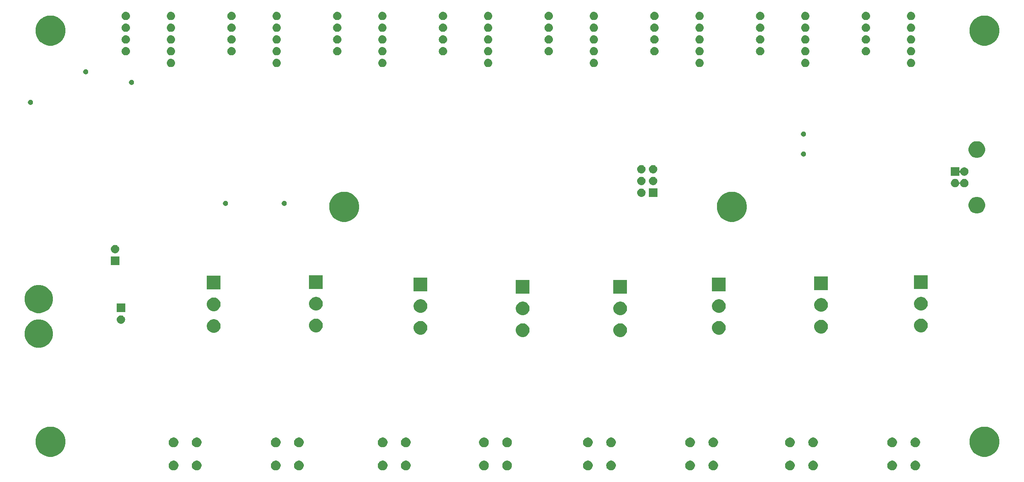
<source format=gbs>
G04 #@! TF.GenerationSoftware,KiCad,Pcbnew,(5.1.0)-1*
G04 #@! TF.CreationDate,2019-04-01T22:48:46-04:00*
G04 #@! TF.ProjectId,prop_support,70726f70-5f73-4757-9070-6f72742e6b69,A*
G04 #@! TF.SameCoordinates,Original*
G04 #@! TF.FileFunction,Soldermask,Bot*
G04 #@! TF.FilePolarity,Negative*
%FSLAX46Y46*%
G04 Gerber Fmt 4.6, Leading zero omitted, Abs format (unit mm)*
G04 Created by KiCad (PCBNEW (5.1.0)-1) date 2019-04-01 22:48:46*
%MOMM*%
%LPD*%
G04 APERTURE LIST*
%ADD10C,0.100000*%
G04 APERTURE END LIST*
D10*
G36*
X225397564Y-156516389D02*
G01*
X225588833Y-156595615D01*
X225588835Y-156595616D01*
X225760973Y-156710635D01*
X225907365Y-156857027D01*
X226022385Y-157029167D01*
X226101611Y-157220436D01*
X226142000Y-157423484D01*
X226142000Y-157630516D01*
X226101611Y-157833564D01*
X226022385Y-158024833D01*
X226022384Y-158024835D01*
X225907365Y-158196973D01*
X225760973Y-158343365D01*
X225588835Y-158458384D01*
X225588834Y-158458385D01*
X225588833Y-158458385D01*
X225397564Y-158537611D01*
X225194516Y-158578000D01*
X224987484Y-158578000D01*
X224784436Y-158537611D01*
X224593167Y-158458385D01*
X224593166Y-158458385D01*
X224593165Y-158458384D01*
X224421027Y-158343365D01*
X224274635Y-158196973D01*
X224159616Y-158024835D01*
X224159615Y-158024833D01*
X224080389Y-157833564D01*
X224040000Y-157630516D01*
X224040000Y-157423484D01*
X224080389Y-157220436D01*
X224159615Y-157029167D01*
X224274635Y-156857027D01*
X224421027Y-156710635D01*
X224593165Y-156595616D01*
X224593167Y-156595615D01*
X224784436Y-156516389D01*
X224987484Y-156476000D01*
X225194516Y-156476000D01*
X225397564Y-156516389D01*
X225397564Y-156516389D01*
G37*
G36*
X137132564Y-156516389D02*
G01*
X137323833Y-156595615D01*
X137323835Y-156595616D01*
X137495973Y-156710635D01*
X137642365Y-156857027D01*
X137757385Y-157029167D01*
X137836611Y-157220436D01*
X137877000Y-157423484D01*
X137877000Y-157630516D01*
X137836611Y-157833564D01*
X137757385Y-158024833D01*
X137757384Y-158024835D01*
X137642365Y-158196973D01*
X137495973Y-158343365D01*
X137323835Y-158458384D01*
X137323834Y-158458385D01*
X137323833Y-158458385D01*
X137132564Y-158537611D01*
X136929516Y-158578000D01*
X136722484Y-158578000D01*
X136519436Y-158537611D01*
X136328167Y-158458385D01*
X136328166Y-158458385D01*
X136328165Y-158458384D01*
X136156027Y-158343365D01*
X136009635Y-158196973D01*
X135894616Y-158024835D01*
X135894615Y-158024833D01*
X135815389Y-157833564D01*
X135775000Y-157630516D01*
X135775000Y-157423484D01*
X135815389Y-157220436D01*
X135894615Y-157029167D01*
X136009635Y-156857027D01*
X136156027Y-156710635D01*
X136328165Y-156595616D01*
X136328167Y-156595615D01*
X136519436Y-156516389D01*
X136722484Y-156476000D01*
X136929516Y-156476000D01*
X137132564Y-156516389D01*
X137132564Y-156516389D01*
G37*
G36*
X203299564Y-156516389D02*
G01*
X203490833Y-156595615D01*
X203490835Y-156595616D01*
X203662973Y-156710635D01*
X203809365Y-156857027D01*
X203924385Y-157029167D01*
X204003611Y-157220436D01*
X204044000Y-157423484D01*
X204044000Y-157630516D01*
X204003611Y-157833564D01*
X203924385Y-158024833D01*
X203924384Y-158024835D01*
X203809365Y-158196973D01*
X203662973Y-158343365D01*
X203490835Y-158458384D01*
X203490834Y-158458385D01*
X203490833Y-158458385D01*
X203299564Y-158537611D01*
X203096516Y-158578000D01*
X202889484Y-158578000D01*
X202686436Y-158537611D01*
X202495167Y-158458385D01*
X202495166Y-158458385D01*
X202495165Y-158458384D01*
X202323027Y-158343365D01*
X202176635Y-158196973D01*
X202061616Y-158024835D01*
X202061615Y-158024833D01*
X201982389Y-157833564D01*
X201942000Y-157630516D01*
X201942000Y-157423484D01*
X201982389Y-157220436D01*
X202061615Y-157029167D01*
X202176635Y-156857027D01*
X202323027Y-156710635D01*
X202495165Y-156595616D01*
X202495167Y-156595615D01*
X202686436Y-156516389D01*
X202889484Y-156476000D01*
X203096516Y-156476000D01*
X203299564Y-156516389D01*
X203299564Y-156516389D01*
G37*
G36*
X198299564Y-156516389D02*
G01*
X198490833Y-156595615D01*
X198490835Y-156595616D01*
X198662973Y-156710635D01*
X198809365Y-156857027D01*
X198924385Y-157029167D01*
X199003611Y-157220436D01*
X199044000Y-157423484D01*
X199044000Y-157630516D01*
X199003611Y-157833564D01*
X198924385Y-158024833D01*
X198924384Y-158024835D01*
X198809365Y-158196973D01*
X198662973Y-158343365D01*
X198490835Y-158458384D01*
X198490834Y-158458385D01*
X198490833Y-158458385D01*
X198299564Y-158537611D01*
X198096516Y-158578000D01*
X197889484Y-158578000D01*
X197686436Y-158537611D01*
X197495167Y-158458385D01*
X197495166Y-158458385D01*
X197495165Y-158458384D01*
X197323027Y-158343365D01*
X197176635Y-158196973D01*
X197061616Y-158024835D01*
X197061615Y-158024833D01*
X196982389Y-157833564D01*
X196942000Y-157630516D01*
X196942000Y-157423484D01*
X196982389Y-157220436D01*
X197061615Y-157029167D01*
X197176635Y-156857027D01*
X197323027Y-156710635D01*
X197495165Y-156595616D01*
X197495167Y-156595615D01*
X197686436Y-156516389D01*
X197889484Y-156476000D01*
X198096516Y-156476000D01*
X198299564Y-156516389D01*
X198299564Y-156516389D01*
G37*
G36*
X181709564Y-156516389D02*
G01*
X181900833Y-156595615D01*
X181900835Y-156595616D01*
X182072973Y-156710635D01*
X182219365Y-156857027D01*
X182334385Y-157029167D01*
X182413611Y-157220436D01*
X182454000Y-157423484D01*
X182454000Y-157630516D01*
X182413611Y-157833564D01*
X182334385Y-158024833D01*
X182334384Y-158024835D01*
X182219365Y-158196973D01*
X182072973Y-158343365D01*
X181900835Y-158458384D01*
X181900834Y-158458385D01*
X181900833Y-158458385D01*
X181709564Y-158537611D01*
X181506516Y-158578000D01*
X181299484Y-158578000D01*
X181096436Y-158537611D01*
X180905167Y-158458385D01*
X180905166Y-158458385D01*
X180905165Y-158458384D01*
X180733027Y-158343365D01*
X180586635Y-158196973D01*
X180471616Y-158024835D01*
X180471615Y-158024833D01*
X180392389Y-157833564D01*
X180352000Y-157630516D01*
X180352000Y-157423484D01*
X180392389Y-157220436D01*
X180471615Y-157029167D01*
X180586635Y-156857027D01*
X180733027Y-156710635D01*
X180905165Y-156595616D01*
X180905167Y-156595615D01*
X181096436Y-156516389D01*
X181299484Y-156476000D01*
X181506516Y-156476000D01*
X181709564Y-156516389D01*
X181709564Y-156516389D01*
G37*
G36*
X176709564Y-156516389D02*
G01*
X176900833Y-156595615D01*
X176900835Y-156595616D01*
X177072973Y-156710635D01*
X177219365Y-156857027D01*
X177334385Y-157029167D01*
X177413611Y-157220436D01*
X177454000Y-157423484D01*
X177454000Y-157630516D01*
X177413611Y-157833564D01*
X177334385Y-158024833D01*
X177334384Y-158024835D01*
X177219365Y-158196973D01*
X177072973Y-158343365D01*
X176900835Y-158458384D01*
X176900834Y-158458385D01*
X176900833Y-158458385D01*
X176709564Y-158537611D01*
X176506516Y-158578000D01*
X176299484Y-158578000D01*
X176096436Y-158537611D01*
X175905167Y-158458385D01*
X175905166Y-158458385D01*
X175905165Y-158458384D01*
X175733027Y-158343365D01*
X175586635Y-158196973D01*
X175471616Y-158024835D01*
X175471615Y-158024833D01*
X175392389Y-157833564D01*
X175352000Y-157630516D01*
X175352000Y-157423484D01*
X175392389Y-157220436D01*
X175471615Y-157029167D01*
X175586635Y-156857027D01*
X175733027Y-156710635D01*
X175905165Y-156595616D01*
X175905167Y-156595615D01*
X176096436Y-156516389D01*
X176299484Y-156476000D01*
X176506516Y-156476000D01*
X176709564Y-156516389D01*
X176709564Y-156516389D01*
G37*
G36*
X159611564Y-156516389D02*
G01*
X159802833Y-156595615D01*
X159802835Y-156595616D01*
X159974973Y-156710635D01*
X160121365Y-156857027D01*
X160236385Y-157029167D01*
X160315611Y-157220436D01*
X160356000Y-157423484D01*
X160356000Y-157630516D01*
X160315611Y-157833564D01*
X160236385Y-158024833D01*
X160236384Y-158024835D01*
X160121365Y-158196973D01*
X159974973Y-158343365D01*
X159802835Y-158458384D01*
X159802834Y-158458385D01*
X159802833Y-158458385D01*
X159611564Y-158537611D01*
X159408516Y-158578000D01*
X159201484Y-158578000D01*
X158998436Y-158537611D01*
X158807167Y-158458385D01*
X158807166Y-158458385D01*
X158807165Y-158458384D01*
X158635027Y-158343365D01*
X158488635Y-158196973D01*
X158373616Y-158024835D01*
X158373615Y-158024833D01*
X158294389Y-157833564D01*
X158254000Y-157630516D01*
X158254000Y-157423484D01*
X158294389Y-157220436D01*
X158373615Y-157029167D01*
X158488635Y-156857027D01*
X158635027Y-156710635D01*
X158807165Y-156595616D01*
X158807167Y-156595615D01*
X158998436Y-156516389D01*
X159201484Y-156476000D01*
X159408516Y-156476000D01*
X159611564Y-156516389D01*
X159611564Y-156516389D01*
G37*
G36*
X154611564Y-156516389D02*
G01*
X154802833Y-156595615D01*
X154802835Y-156595616D01*
X154974973Y-156710635D01*
X155121365Y-156857027D01*
X155236385Y-157029167D01*
X155315611Y-157220436D01*
X155356000Y-157423484D01*
X155356000Y-157630516D01*
X155315611Y-157833564D01*
X155236385Y-158024833D01*
X155236384Y-158024835D01*
X155121365Y-158196973D01*
X154974973Y-158343365D01*
X154802835Y-158458384D01*
X154802834Y-158458385D01*
X154802833Y-158458385D01*
X154611564Y-158537611D01*
X154408516Y-158578000D01*
X154201484Y-158578000D01*
X153998436Y-158537611D01*
X153807167Y-158458385D01*
X153807166Y-158458385D01*
X153807165Y-158458384D01*
X153635027Y-158343365D01*
X153488635Y-158196973D01*
X153373616Y-158024835D01*
X153373615Y-158024833D01*
X153294389Y-157833564D01*
X153254000Y-157630516D01*
X153254000Y-157423484D01*
X153294389Y-157220436D01*
X153373615Y-157029167D01*
X153488635Y-156857027D01*
X153635027Y-156710635D01*
X153807165Y-156595616D01*
X153807167Y-156595615D01*
X153998436Y-156516389D01*
X154201484Y-156476000D01*
X154408516Y-156476000D01*
X154611564Y-156516389D01*
X154611564Y-156516389D01*
G37*
G36*
X220397564Y-156516389D02*
G01*
X220588833Y-156595615D01*
X220588835Y-156595616D01*
X220760973Y-156710635D01*
X220907365Y-156857027D01*
X221022385Y-157029167D01*
X221101611Y-157220436D01*
X221142000Y-157423484D01*
X221142000Y-157630516D01*
X221101611Y-157833564D01*
X221022385Y-158024833D01*
X221022384Y-158024835D01*
X220907365Y-158196973D01*
X220760973Y-158343365D01*
X220588835Y-158458384D01*
X220588834Y-158458385D01*
X220588833Y-158458385D01*
X220397564Y-158537611D01*
X220194516Y-158578000D01*
X219987484Y-158578000D01*
X219784436Y-158537611D01*
X219593167Y-158458385D01*
X219593166Y-158458385D01*
X219593165Y-158458384D01*
X219421027Y-158343365D01*
X219274635Y-158196973D01*
X219159616Y-158024835D01*
X219159615Y-158024833D01*
X219080389Y-157833564D01*
X219040000Y-157630516D01*
X219040000Y-157423484D01*
X219080389Y-157220436D01*
X219159615Y-157029167D01*
X219274635Y-156857027D01*
X219421027Y-156710635D01*
X219593165Y-156595616D01*
X219593167Y-156595615D01*
X219784436Y-156516389D01*
X219987484Y-156476000D01*
X220194516Y-156476000D01*
X220397564Y-156516389D01*
X220397564Y-156516389D01*
G37*
G36*
X115241564Y-156516389D02*
G01*
X115432833Y-156595615D01*
X115432835Y-156595616D01*
X115604973Y-156710635D01*
X115751365Y-156857027D01*
X115866385Y-157029167D01*
X115945611Y-157220436D01*
X115986000Y-157423484D01*
X115986000Y-157630516D01*
X115945611Y-157833564D01*
X115866385Y-158024833D01*
X115866384Y-158024835D01*
X115751365Y-158196973D01*
X115604973Y-158343365D01*
X115432835Y-158458384D01*
X115432834Y-158458385D01*
X115432833Y-158458385D01*
X115241564Y-158537611D01*
X115038516Y-158578000D01*
X114831484Y-158578000D01*
X114628436Y-158537611D01*
X114437167Y-158458385D01*
X114437166Y-158458385D01*
X114437165Y-158458384D01*
X114265027Y-158343365D01*
X114118635Y-158196973D01*
X114003616Y-158024835D01*
X114003615Y-158024833D01*
X113924389Y-157833564D01*
X113884000Y-157630516D01*
X113884000Y-157423484D01*
X113924389Y-157220436D01*
X114003615Y-157029167D01*
X114118635Y-156857027D01*
X114265027Y-156710635D01*
X114437165Y-156595616D01*
X114437167Y-156595615D01*
X114628436Y-156516389D01*
X114831484Y-156476000D01*
X115038516Y-156476000D01*
X115241564Y-156516389D01*
X115241564Y-156516389D01*
G37*
G36*
X110241564Y-156516389D02*
G01*
X110432833Y-156595615D01*
X110432835Y-156595616D01*
X110604973Y-156710635D01*
X110751365Y-156857027D01*
X110866385Y-157029167D01*
X110945611Y-157220436D01*
X110986000Y-157423484D01*
X110986000Y-157630516D01*
X110945611Y-157833564D01*
X110866385Y-158024833D01*
X110866384Y-158024835D01*
X110751365Y-158196973D01*
X110604973Y-158343365D01*
X110432835Y-158458384D01*
X110432834Y-158458385D01*
X110432833Y-158458385D01*
X110241564Y-158537611D01*
X110038516Y-158578000D01*
X109831484Y-158578000D01*
X109628436Y-158537611D01*
X109437167Y-158458385D01*
X109437166Y-158458385D01*
X109437165Y-158458384D01*
X109265027Y-158343365D01*
X109118635Y-158196973D01*
X109003616Y-158024835D01*
X109003615Y-158024833D01*
X108924389Y-157833564D01*
X108884000Y-157630516D01*
X108884000Y-157423484D01*
X108924389Y-157220436D01*
X109003615Y-157029167D01*
X109118635Y-156857027D01*
X109265027Y-156710635D01*
X109437165Y-156595616D01*
X109437167Y-156595615D01*
X109628436Y-156516389D01*
X109831484Y-156476000D01*
X110038516Y-156476000D01*
X110241564Y-156516389D01*
X110241564Y-156516389D01*
G37*
G36*
X92127564Y-156516389D02*
G01*
X92318833Y-156595615D01*
X92318835Y-156595616D01*
X92490973Y-156710635D01*
X92637365Y-156857027D01*
X92752385Y-157029167D01*
X92831611Y-157220436D01*
X92872000Y-157423484D01*
X92872000Y-157630516D01*
X92831611Y-157833564D01*
X92752385Y-158024833D01*
X92752384Y-158024835D01*
X92637365Y-158196973D01*
X92490973Y-158343365D01*
X92318835Y-158458384D01*
X92318834Y-158458385D01*
X92318833Y-158458385D01*
X92127564Y-158537611D01*
X91924516Y-158578000D01*
X91717484Y-158578000D01*
X91514436Y-158537611D01*
X91323167Y-158458385D01*
X91323166Y-158458385D01*
X91323165Y-158458384D01*
X91151027Y-158343365D01*
X91004635Y-158196973D01*
X90889616Y-158024835D01*
X90889615Y-158024833D01*
X90810389Y-157833564D01*
X90770000Y-157630516D01*
X90770000Y-157423484D01*
X90810389Y-157220436D01*
X90889615Y-157029167D01*
X91004635Y-156857027D01*
X91151027Y-156710635D01*
X91323165Y-156595616D01*
X91323167Y-156595615D01*
X91514436Y-156516389D01*
X91717484Y-156476000D01*
X91924516Y-156476000D01*
X92127564Y-156516389D01*
X92127564Y-156516389D01*
G37*
G36*
X87127564Y-156516389D02*
G01*
X87318833Y-156595615D01*
X87318835Y-156595616D01*
X87490973Y-156710635D01*
X87637365Y-156857027D01*
X87752385Y-157029167D01*
X87831611Y-157220436D01*
X87872000Y-157423484D01*
X87872000Y-157630516D01*
X87831611Y-157833564D01*
X87752385Y-158024833D01*
X87752384Y-158024835D01*
X87637365Y-158196973D01*
X87490973Y-158343365D01*
X87318835Y-158458384D01*
X87318834Y-158458385D01*
X87318833Y-158458385D01*
X87127564Y-158537611D01*
X86924516Y-158578000D01*
X86717484Y-158578000D01*
X86514436Y-158537611D01*
X86323167Y-158458385D01*
X86323166Y-158458385D01*
X86323165Y-158458384D01*
X86151027Y-158343365D01*
X86004635Y-158196973D01*
X85889616Y-158024835D01*
X85889615Y-158024833D01*
X85810389Y-157833564D01*
X85770000Y-157630516D01*
X85770000Y-157423484D01*
X85810389Y-157220436D01*
X85889615Y-157029167D01*
X86004635Y-156857027D01*
X86151027Y-156710635D01*
X86323165Y-156595616D01*
X86323167Y-156595615D01*
X86514436Y-156516389D01*
X86717484Y-156476000D01*
X86924516Y-156476000D01*
X87127564Y-156516389D01*
X87127564Y-156516389D01*
G37*
G36*
X70029564Y-156516389D02*
G01*
X70220833Y-156595615D01*
X70220835Y-156595616D01*
X70392973Y-156710635D01*
X70539365Y-156857027D01*
X70654385Y-157029167D01*
X70733611Y-157220436D01*
X70774000Y-157423484D01*
X70774000Y-157630516D01*
X70733611Y-157833564D01*
X70654385Y-158024833D01*
X70654384Y-158024835D01*
X70539365Y-158196973D01*
X70392973Y-158343365D01*
X70220835Y-158458384D01*
X70220834Y-158458385D01*
X70220833Y-158458385D01*
X70029564Y-158537611D01*
X69826516Y-158578000D01*
X69619484Y-158578000D01*
X69416436Y-158537611D01*
X69225167Y-158458385D01*
X69225166Y-158458385D01*
X69225165Y-158458384D01*
X69053027Y-158343365D01*
X68906635Y-158196973D01*
X68791616Y-158024835D01*
X68791615Y-158024833D01*
X68712389Y-157833564D01*
X68672000Y-157630516D01*
X68672000Y-157423484D01*
X68712389Y-157220436D01*
X68791615Y-157029167D01*
X68906635Y-156857027D01*
X69053027Y-156710635D01*
X69225165Y-156595616D01*
X69225167Y-156595615D01*
X69416436Y-156516389D01*
X69619484Y-156476000D01*
X69826516Y-156476000D01*
X70029564Y-156516389D01*
X70029564Y-156516389D01*
G37*
G36*
X65029564Y-156516389D02*
G01*
X65220833Y-156595615D01*
X65220835Y-156595616D01*
X65392973Y-156710635D01*
X65539365Y-156857027D01*
X65654385Y-157029167D01*
X65733611Y-157220436D01*
X65774000Y-157423484D01*
X65774000Y-157630516D01*
X65733611Y-157833564D01*
X65654385Y-158024833D01*
X65654384Y-158024835D01*
X65539365Y-158196973D01*
X65392973Y-158343365D01*
X65220835Y-158458384D01*
X65220834Y-158458385D01*
X65220833Y-158458385D01*
X65029564Y-158537611D01*
X64826516Y-158578000D01*
X64619484Y-158578000D01*
X64416436Y-158537611D01*
X64225167Y-158458385D01*
X64225166Y-158458385D01*
X64225165Y-158458384D01*
X64053027Y-158343365D01*
X63906635Y-158196973D01*
X63791616Y-158024835D01*
X63791615Y-158024833D01*
X63712389Y-157833564D01*
X63672000Y-157630516D01*
X63672000Y-157423484D01*
X63712389Y-157220436D01*
X63791615Y-157029167D01*
X63906635Y-156857027D01*
X64053027Y-156710635D01*
X64225165Y-156595616D01*
X64225167Y-156595615D01*
X64416436Y-156516389D01*
X64619484Y-156476000D01*
X64826516Y-156476000D01*
X65029564Y-156516389D01*
X65029564Y-156516389D01*
G37*
G36*
X132132564Y-156516389D02*
G01*
X132323833Y-156595615D01*
X132323835Y-156595616D01*
X132495973Y-156710635D01*
X132642365Y-156857027D01*
X132757385Y-157029167D01*
X132836611Y-157220436D01*
X132877000Y-157423484D01*
X132877000Y-157630516D01*
X132836611Y-157833564D01*
X132757385Y-158024833D01*
X132757384Y-158024835D01*
X132642365Y-158196973D01*
X132495973Y-158343365D01*
X132323835Y-158458384D01*
X132323834Y-158458385D01*
X132323833Y-158458385D01*
X132132564Y-158537611D01*
X131929516Y-158578000D01*
X131722484Y-158578000D01*
X131519436Y-158537611D01*
X131328167Y-158458385D01*
X131328166Y-158458385D01*
X131328165Y-158458384D01*
X131156027Y-158343365D01*
X131009635Y-158196973D01*
X130894616Y-158024835D01*
X130894615Y-158024833D01*
X130815389Y-157833564D01*
X130775000Y-157630516D01*
X130775000Y-157423484D01*
X130815389Y-157220436D01*
X130894615Y-157029167D01*
X131009635Y-156857027D01*
X131156027Y-156710635D01*
X131328165Y-156595616D01*
X131328167Y-156595615D01*
X131519436Y-156516389D01*
X131722484Y-156476000D01*
X131929516Y-156476000D01*
X132132564Y-156516389D01*
X132132564Y-156516389D01*
G37*
G36*
X240664239Y-149211467D02*
G01*
X240978282Y-149273934D01*
X241569926Y-149519001D01*
X242102392Y-149874784D01*
X242555216Y-150327608D01*
X242910999Y-150860074D01*
X243156066Y-151451718D01*
X243281000Y-152079804D01*
X243281000Y-152720196D01*
X243156066Y-153348282D01*
X242910999Y-153939926D01*
X242555216Y-154472392D01*
X242102392Y-154925216D01*
X241569926Y-155280999D01*
X240978282Y-155526066D01*
X240664239Y-155588533D01*
X240350197Y-155651000D01*
X239709803Y-155651000D01*
X239395761Y-155588533D01*
X239081718Y-155526066D01*
X238490074Y-155280999D01*
X237957608Y-154925216D01*
X237504784Y-154472392D01*
X237149001Y-153939926D01*
X236903934Y-153348282D01*
X236779000Y-152720196D01*
X236779000Y-152079804D01*
X236903934Y-151451718D01*
X237149001Y-150860074D01*
X237504784Y-150327608D01*
X237957608Y-149874784D01*
X238490074Y-149519001D01*
X239081718Y-149273934D01*
X239395761Y-149211467D01*
X239709803Y-149149000D01*
X240350197Y-149149000D01*
X240664239Y-149211467D01*
X240664239Y-149211467D01*
G37*
G36*
X38734239Y-149211467D02*
G01*
X39048282Y-149273934D01*
X39639926Y-149519001D01*
X40172392Y-149874784D01*
X40625216Y-150327608D01*
X40980999Y-150860074D01*
X41226066Y-151451718D01*
X41351000Y-152079804D01*
X41351000Y-152720196D01*
X41226066Y-153348282D01*
X40980999Y-153939926D01*
X40625216Y-154472392D01*
X40172392Y-154925216D01*
X39639926Y-155280999D01*
X39048282Y-155526066D01*
X38734239Y-155588533D01*
X38420197Y-155651000D01*
X37779803Y-155651000D01*
X37465761Y-155588533D01*
X37151718Y-155526066D01*
X36560074Y-155280999D01*
X36027608Y-154925216D01*
X35574784Y-154472392D01*
X35219001Y-153939926D01*
X34973934Y-153348282D01*
X34849000Y-152720196D01*
X34849000Y-152079804D01*
X34973934Y-151451718D01*
X35219001Y-150860074D01*
X35574784Y-150327608D01*
X36027608Y-149874784D01*
X36560074Y-149519001D01*
X37151718Y-149273934D01*
X37465761Y-149211467D01*
X37779803Y-149149000D01*
X38420197Y-149149000D01*
X38734239Y-149211467D01*
X38734239Y-149211467D01*
G37*
G36*
X198299564Y-151516389D02*
G01*
X198490833Y-151595615D01*
X198490835Y-151595616D01*
X198662973Y-151710635D01*
X198809365Y-151857027D01*
X198924385Y-152029167D01*
X199003611Y-152220436D01*
X199044000Y-152423484D01*
X199044000Y-152630516D01*
X199003611Y-152833564D01*
X198924385Y-153024833D01*
X198924384Y-153024835D01*
X198809365Y-153196973D01*
X198662973Y-153343365D01*
X198490835Y-153458384D01*
X198490834Y-153458385D01*
X198490833Y-153458385D01*
X198299564Y-153537611D01*
X198096516Y-153578000D01*
X197889484Y-153578000D01*
X197686436Y-153537611D01*
X197495167Y-153458385D01*
X197495166Y-153458385D01*
X197495165Y-153458384D01*
X197323027Y-153343365D01*
X197176635Y-153196973D01*
X197061616Y-153024835D01*
X197061615Y-153024833D01*
X196982389Y-152833564D01*
X196942000Y-152630516D01*
X196942000Y-152423484D01*
X196982389Y-152220436D01*
X197061615Y-152029167D01*
X197176635Y-151857027D01*
X197323027Y-151710635D01*
X197495165Y-151595616D01*
X197495167Y-151595615D01*
X197686436Y-151516389D01*
X197889484Y-151476000D01*
X198096516Y-151476000D01*
X198299564Y-151516389D01*
X198299564Y-151516389D01*
G37*
G36*
X137132564Y-151516389D02*
G01*
X137323833Y-151595615D01*
X137323835Y-151595616D01*
X137495973Y-151710635D01*
X137642365Y-151857027D01*
X137757385Y-152029167D01*
X137836611Y-152220436D01*
X137877000Y-152423484D01*
X137877000Y-152630516D01*
X137836611Y-152833564D01*
X137757385Y-153024833D01*
X137757384Y-153024835D01*
X137642365Y-153196973D01*
X137495973Y-153343365D01*
X137323835Y-153458384D01*
X137323834Y-153458385D01*
X137323833Y-153458385D01*
X137132564Y-153537611D01*
X136929516Y-153578000D01*
X136722484Y-153578000D01*
X136519436Y-153537611D01*
X136328167Y-153458385D01*
X136328166Y-153458385D01*
X136328165Y-153458384D01*
X136156027Y-153343365D01*
X136009635Y-153196973D01*
X135894616Y-153024835D01*
X135894615Y-153024833D01*
X135815389Y-152833564D01*
X135775000Y-152630516D01*
X135775000Y-152423484D01*
X135815389Y-152220436D01*
X135894615Y-152029167D01*
X136009635Y-151857027D01*
X136156027Y-151710635D01*
X136328165Y-151595616D01*
X136328167Y-151595615D01*
X136519436Y-151516389D01*
X136722484Y-151476000D01*
X136929516Y-151476000D01*
X137132564Y-151516389D01*
X137132564Y-151516389D01*
G37*
G36*
X154611564Y-151516389D02*
G01*
X154802833Y-151595615D01*
X154802835Y-151595616D01*
X154974973Y-151710635D01*
X155121365Y-151857027D01*
X155236385Y-152029167D01*
X155315611Y-152220436D01*
X155356000Y-152423484D01*
X155356000Y-152630516D01*
X155315611Y-152833564D01*
X155236385Y-153024833D01*
X155236384Y-153024835D01*
X155121365Y-153196973D01*
X154974973Y-153343365D01*
X154802835Y-153458384D01*
X154802834Y-153458385D01*
X154802833Y-153458385D01*
X154611564Y-153537611D01*
X154408516Y-153578000D01*
X154201484Y-153578000D01*
X153998436Y-153537611D01*
X153807167Y-153458385D01*
X153807166Y-153458385D01*
X153807165Y-153458384D01*
X153635027Y-153343365D01*
X153488635Y-153196973D01*
X153373616Y-153024835D01*
X153373615Y-153024833D01*
X153294389Y-152833564D01*
X153254000Y-152630516D01*
X153254000Y-152423484D01*
X153294389Y-152220436D01*
X153373615Y-152029167D01*
X153488635Y-151857027D01*
X153635027Y-151710635D01*
X153807165Y-151595616D01*
X153807167Y-151595615D01*
X153998436Y-151516389D01*
X154201484Y-151476000D01*
X154408516Y-151476000D01*
X154611564Y-151516389D01*
X154611564Y-151516389D01*
G37*
G36*
X159611564Y-151516389D02*
G01*
X159802833Y-151595615D01*
X159802835Y-151595616D01*
X159974973Y-151710635D01*
X160121365Y-151857027D01*
X160236385Y-152029167D01*
X160315611Y-152220436D01*
X160356000Y-152423484D01*
X160356000Y-152630516D01*
X160315611Y-152833564D01*
X160236385Y-153024833D01*
X160236384Y-153024835D01*
X160121365Y-153196973D01*
X159974973Y-153343365D01*
X159802835Y-153458384D01*
X159802834Y-153458385D01*
X159802833Y-153458385D01*
X159611564Y-153537611D01*
X159408516Y-153578000D01*
X159201484Y-153578000D01*
X158998436Y-153537611D01*
X158807167Y-153458385D01*
X158807166Y-153458385D01*
X158807165Y-153458384D01*
X158635027Y-153343365D01*
X158488635Y-153196973D01*
X158373616Y-153024835D01*
X158373615Y-153024833D01*
X158294389Y-152833564D01*
X158254000Y-152630516D01*
X158254000Y-152423484D01*
X158294389Y-152220436D01*
X158373615Y-152029167D01*
X158488635Y-151857027D01*
X158635027Y-151710635D01*
X158807165Y-151595616D01*
X158807167Y-151595615D01*
X158998436Y-151516389D01*
X159201484Y-151476000D01*
X159408516Y-151476000D01*
X159611564Y-151516389D01*
X159611564Y-151516389D01*
G37*
G36*
X132132564Y-151516389D02*
G01*
X132323833Y-151595615D01*
X132323835Y-151595616D01*
X132495973Y-151710635D01*
X132642365Y-151857027D01*
X132757385Y-152029167D01*
X132836611Y-152220436D01*
X132877000Y-152423484D01*
X132877000Y-152630516D01*
X132836611Y-152833564D01*
X132757385Y-153024833D01*
X132757384Y-153024835D01*
X132642365Y-153196973D01*
X132495973Y-153343365D01*
X132323835Y-153458384D01*
X132323834Y-153458385D01*
X132323833Y-153458385D01*
X132132564Y-153537611D01*
X131929516Y-153578000D01*
X131722484Y-153578000D01*
X131519436Y-153537611D01*
X131328167Y-153458385D01*
X131328166Y-153458385D01*
X131328165Y-153458384D01*
X131156027Y-153343365D01*
X131009635Y-153196973D01*
X130894616Y-153024835D01*
X130894615Y-153024833D01*
X130815389Y-152833564D01*
X130775000Y-152630516D01*
X130775000Y-152423484D01*
X130815389Y-152220436D01*
X130894615Y-152029167D01*
X131009635Y-151857027D01*
X131156027Y-151710635D01*
X131328165Y-151595616D01*
X131328167Y-151595615D01*
X131519436Y-151516389D01*
X131722484Y-151476000D01*
X131929516Y-151476000D01*
X132132564Y-151516389D01*
X132132564Y-151516389D01*
G37*
G36*
X110241564Y-151516389D02*
G01*
X110432833Y-151595615D01*
X110432835Y-151595616D01*
X110604973Y-151710635D01*
X110751365Y-151857027D01*
X110866385Y-152029167D01*
X110945611Y-152220436D01*
X110986000Y-152423484D01*
X110986000Y-152630516D01*
X110945611Y-152833564D01*
X110866385Y-153024833D01*
X110866384Y-153024835D01*
X110751365Y-153196973D01*
X110604973Y-153343365D01*
X110432835Y-153458384D01*
X110432834Y-153458385D01*
X110432833Y-153458385D01*
X110241564Y-153537611D01*
X110038516Y-153578000D01*
X109831484Y-153578000D01*
X109628436Y-153537611D01*
X109437167Y-153458385D01*
X109437166Y-153458385D01*
X109437165Y-153458384D01*
X109265027Y-153343365D01*
X109118635Y-153196973D01*
X109003616Y-153024835D01*
X109003615Y-153024833D01*
X108924389Y-152833564D01*
X108884000Y-152630516D01*
X108884000Y-152423484D01*
X108924389Y-152220436D01*
X109003615Y-152029167D01*
X109118635Y-151857027D01*
X109265027Y-151710635D01*
X109437165Y-151595616D01*
X109437167Y-151595615D01*
X109628436Y-151516389D01*
X109831484Y-151476000D01*
X110038516Y-151476000D01*
X110241564Y-151516389D01*
X110241564Y-151516389D01*
G37*
G36*
X92127564Y-151516389D02*
G01*
X92318833Y-151595615D01*
X92318835Y-151595616D01*
X92490973Y-151710635D01*
X92637365Y-151857027D01*
X92752385Y-152029167D01*
X92831611Y-152220436D01*
X92872000Y-152423484D01*
X92872000Y-152630516D01*
X92831611Y-152833564D01*
X92752385Y-153024833D01*
X92752384Y-153024835D01*
X92637365Y-153196973D01*
X92490973Y-153343365D01*
X92318835Y-153458384D01*
X92318834Y-153458385D01*
X92318833Y-153458385D01*
X92127564Y-153537611D01*
X91924516Y-153578000D01*
X91717484Y-153578000D01*
X91514436Y-153537611D01*
X91323167Y-153458385D01*
X91323166Y-153458385D01*
X91323165Y-153458384D01*
X91151027Y-153343365D01*
X91004635Y-153196973D01*
X90889616Y-153024835D01*
X90889615Y-153024833D01*
X90810389Y-152833564D01*
X90770000Y-152630516D01*
X90770000Y-152423484D01*
X90810389Y-152220436D01*
X90889615Y-152029167D01*
X91004635Y-151857027D01*
X91151027Y-151710635D01*
X91323165Y-151595616D01*
X91323167Y-151595615D01*
X91514436Y-151516389D01*
X91717484Y-151476000D01*
X91924516Y-151476000D01*
X92127564Y-151516389D01*
X92127564Y-151516389D01*
G37*
G36*
X176709564Y-151516389D02*
G01*
X176900833Y-151595615D01*
X176900835Y-151595616D01*
X177072973Y-151710635D01*
X177219365Y-151857027D01*
X177334385Y-152029167D01*
X177413611Y-152220436D01*
X177454000Y-152423484D01*
X177454000Y-152630516D01*
X177413611Y-152833564D01*
X177334385Y-153024833D01*
X177334384Y-153024835D01*
X177219365Y-153196973D01*
X177072973Y-153343365D01*
X176900835Y-153458384D01*
X176900834Y-153458385D01*
X176900833Y-153458385D01*
X176709564Y-153537611D01*
X176506516Y-153578000D01*
X176299484Y-153578000D01*
X176096436Y-153537611D01*
X175905167Y-153458385D01*
X175905166Y-153458385D01*
X175905165Y-153458384D01*
X175733027Y-153343365D01*
X175586635Y-153196973D01*
X175471616Y-153024835D01*
X175471615Y-153024833D01*
X175392389Y-152833564D01*
X175352000Y-152630516D01*
X175352000Y-152423484D01*
X175392389Y-152220436D01*
X175471615Y-152029167D01*
X175586635Y-151857027D01*
X175733027Y-151710635D01*
X175905165Y-151595616D01*
X175905167Y-151595615D01*
X176096436Y-151516389D01*
X176299484Y-151476000D01*
X176506516Y-151476000D01*
X176709564Y-151516389D01*
X176709564Y-151516389D01*
G37*
G36*
X181709564Y-151516389D02*
G01*
X181900833Y-151595615D01*
X181900835Y-151595616D01*
X182072973Y-151710635D01*
X182219365Y-151857027D01*
X182334385Y-152029167D01*
X182413611Y-152220436D01*
X182454000Y-152423484D01*
X182454000Y-152630516D01*
X182413611Y-152833564D01*
X182334385Y-153024833D01*
X182334384Y-153024835D01*
X182219365Y-153196973D01*
X182072973Y-153343365D01*
X181900835Y-153458384D01*
X181900834Y-153458385D01*
X181900833Y-153458385D01*
X181709564Y-153537611D01*
X181506516Y-153578000D01*
X181299484Y-153578000D01*
X181096436Y-153537611D01*
X180905167Y-153458385D01*
X180905166Y-153458385D01*
X180905165Y-153458384D01*
X180733027Y-153343365D01*
X180586635Y-153196973D01*
X180471616Y-153024835D01*
X180471615Y-153024833D01*
X180392389Y-152833564D01*
X180352000Y-152630516D01*
X180352000Y-152423484D01*
X180392389Y-152220436D01*
X180471615Y-152029167D01*
X180586635Y-151857027D01*
X180733027Y-151710635D01*
X180905165Y-151595616D01*
X180905167Y-151595615D01*
X181096436Y-151516389D01*
X181299484Y-151476000D01*
X181506516Y-151476000D01*
X181709564Y-151516389D01*
X181709564Y-151516389D01*
G37*
G36*
X70029564Y-151516389D02*
G01*
X70220833Y-151595615D01*
X70220835Y-151595616D01*
X70392973Y-151710635D01*
X70539365Y-151857027D01*
X70654385Y-152029167D01*
X70733611Y-152220436D01*
X70774000Y-152423484D01*
X70774000Y-152630516D01*
X70733611Y-152833564D01*
X70654385Y-153024833D01*
X70654384Y-153024835D01*
X70539365Y-153196973D01*
X70392973Y-153343365D01*
X70220835Y-153458384D01*
X70220834Y-153458385D01*
X70220833Y-153458385D01*
X70029564Y-153537611D01*
X69826516Y-153578000D01*
X69619484Y-153578000D01*
X69416436Y-153537611D01*
X69225167Y-153458385D01*
X69225166Y-153458385D01*
X69225165Y-153458384D01*
X69053027Y-153343365D01*
X68906635Y-153196973D01*
X68791616Y-153024835D01*
X68791615Y-153024833D01*
X68712389Y-152833564D01*
X68672000Y-152630516D01*
X68672000Y-152423484D01*
X68712389Y-152220436D01*
X68791615Y-152029167D01*
X68906635Y-151857027D01*
X69053027Y-151710635D01*
X69225165Y-151595616D01*
X69225167Y-151595615D01*
X69416436Y-151516389D01*
X69619484Y-151476000D01*
X69826516Y-151476000D01*
X70029564Y-151516389D01*
X70029564Y-151516389D01*
G37*
G36*
X203299564Y-151516389D02*
G01*
X203490833Y-151595615D01*
X203490835Y-151595616D01*
X203662973Y-151710635D01*
X203809365Y-151857027D01*
X203924385Y-152029167D01*
X204003611Y-152220436D01*
X204044000Y-152423484D01*
X204044000Y-152630516D01*
X204003611Y-152833564D01*
X203924385Y-153024833D01*
X203924384Y-153024835D01*
X203809365Y-153196973D01*
X203662973Y-153343365D01*
X203490835Y-153458384D01*
X203490834Y-153458385D01*
X203490833Y-153458385D01*
X203299564Y-153537611D01*
X203096516Y-153578000D01*
X202889484Y-153578000D01*
X202686436Y-153537611D01*
X202495167Y-153458385D01*
X202495166Y-153458385D01*
X202495165Y-153458384D01*
X202323027Y-153343365D01*
X202176635Y-153196973D01*
X202061616Y-153024835D01*
X202061615Y-153024833D01*
X201982389Y-152833564D01*
X201942000Y-152630516D01*
X201942000Y-152423484D01*
X201982389Y-152220436D01*
X202061615Y-152029167D01*
X202176635Y-151857027D01*
X202323027Y-151710635D01*
X202495165Y-151595616D01*
X202495167Y-151595615D01*
X202686436Y-151516389D01*
X202889484Y-151476000D01*
X203096516Y-151476000D01*
X203299564Y-151516389D01*
X203299564Y-151516389D01*
G37*
G36*
X115241564Y-151516389D02*
G01*
X115432833Y-151595615D01*
X115432835Y-151595616D01*
X115604973Y-151710635D01*
X115751365Y-151857027D01*
X115866385Y-152029167D01*
X115945611Y-152220436D01*
X115986000Y-152423484D01*
X115986000Y-152630516D01*
X115945611Y-152833564D01*
X115866385Y-153024833D01*
X115866384Y-153024835D01*
X115751365Y-153196973D01*
X115604973Y-153343365D01*
X115432835Y-153458384D01*
X115432834Y-153458385D01*
X115432833Y-153458385D01*
X115241564Y-153537611D01*
X115038516Y-153578000D01*
X114831484Y-153578000D01*
X114628436Y-153537611D01*
X114437167Y-153458385D01*
X114437166Y-153458385D01*
X114437165Y-153458384D01*
X114265027Y-153343365D01*
X114118635Y-153196973D01*
X114003616Y-153024835D01*
X114003615Y-153024833D01*
X113924389Y-152833564D01*
X113884000Y-152630516D01*
X113884000Y-152423484D01*
X113924389Y-152220436D01*
X114003615Y-152029167D01*
X114118635Y-151857027D01*
X114265027Y-151710635D01*
X114437165Y-151595616D01*
X114437167Y-151595615D01*
X114628436Y-151516389D01*
X114831484Y-151476000D01*
X115038516Y-151476000D01*
X115241564Y-151516389D01*
X115241564Y-151516389D01*
G37*
G36*
X220397564Y-151516389D02*
G01*
X220588833Y-151595615D01*
X220588835Y-151595616D01*
X220760973Y-151710635D01*
X220907365Y-151857027D01*
X221022385Y-152029167D01*
X221101611Y-152220436D01*
X221142000Y-152423484D01*
X221142000Y-152630516D01*
X221101611Y-152833564D01*
X221022385Y-153024833D01*
X221022384Y-153024835D01*
X220907365Y-153196973D01*
X220760973Y-153343365D01*
X220588835Y-153458384D01*
X220588834Y-153458385D01*
X220588833Y-153458385D01*
X220397564Y-153537611D01*
X220194516Y-153578000D01*
X219987484Y-153578000D01*
X219784436Y-153537611D01*
X219593167Y-153458385D01*
X219593166Y-153458385D01*
X219593165Y-153458384D01*
X219421027Y-153343365D01*
X219274635Y-153196973D01*
X219159616Y-153024835D01*
X219159615Y-153024833D01*
X219080389Y-152833564D01*
X219040000Y-152630516D01*
X219040000Y-152423484D01*
X219080389Y-152220436D01*
X219159615Y-152029167D01*
X219274635Y-151857027D01*
X219421027Y-151710635D01*
X219593165Y-151595616D01*
X219593167Y-151595615D01*
X219784436Y-151516389D01*
X219987484Y-151476000D01*
X220194516Y-151476000D01*
X220397564Y-151516389D01*
X220397564Y-151516389D01*
G37*
G36*
X225397564Y-151516389D02*
G01*
X225588833Y-151595615D01*
X225588835Y-151595616D01*
X225760973Y-151710635D01*
X225907365Y-151857027D01*
X226022385Y-152029167D01*
X226101611Y-152220436D01*
X226142000Y-152423484D01*
X226142000Y-152630516D01*
X226101611Y-152833564D01*
X226022385Y-153024833D01*
X226022384Y-153024835D01*
X225907365Y-153196973D01*
X225760973Y-153343365D01*
X225588835Y-153458384D01*
X225588834Y-153458385D01*
X225588833Y-153458385D01*
X225397564Y-153537611D01*
X225194516Y-153578000D01*
X224987484Y-153578000D01*
X224784436Y-153537611D01*
X224593167Y-153458385D01*
X224593166Y-153458385D01*
X224593165Y-153458384D01*
X224421027Y-153343365D01*
X224274635Y-153196973D01*
X224159616Y-153024835D01*
X224159615Y-153024833D01*
X224080389Y-152833564D01*
X224040000Y-152630516D01*
X224040000Y-152423484D01*
X224080389Y-152220436D01*
X224159615Y-152029167D01*
X224274635Y-151857027D01*
X224421027Y-151710635D01*
X224593165Y-151595616D01*
X224593167Y-151595615D01*
X224784436Y-151516389D01*
X224987484Y-151476000D01*
X225194516Y-151476000D01*
X225397564Y-151516389D01*
X225397564Y-151516389D01*
G37*
G36*
X87127564Y-151516389D02*
G01*
X87318833Y-151595615D01*
X87318835Y-151595616D01*
X87490973Y-151710635D01*
X87637365Y-151857027D01*
X87752385Y-152029167D01*
X87831611Y-152220436D01*
X87872000Y-152423484D01*
X87872000Y-152630516D01*
X87831611Y-152833564D01*
X87752385Y-153024833D01*
X87752384Y-153024835D01*
X87637365Y-153196973D01*
X87490973Y-153343365D01*
X87318835Y-153458384D01*
X87318834Y-153458385D01*
X87318833Y-153458385D01*
X87127564Y-153537611D01*
X86924516Y-153578000D01*
X86717484Y-153578000D01*
X86514436Y-153537611D01*
X86323167Y-153458385D01*
X86323166Y-153458385D01*
X86323165Y-153458384D01*
X86151027Y-153343365D01*
X86004635Y-153196973D01*
X85889616Y-153024835D01*
X85889615Y-153024833D01*
X85810389Y-152833564D01*
X85770000Y-152630516D01*
X85770000Y-152423484D01*
X85810389Y-152220436D01*
X85889615Y-152029167D01*
X86004635Y-151857027D01*
X86151027Y-151710635D01*
X86323165Y-151595616D01*
X86323167Y-151595615D01*
X86514436Y-151516389D01*
X86717484Y-151476000D01*
X86924516Y-151476000D01*
X87127564Y-151516389D01*
X87127564Y-151516389D01*
G37*
G36*
X65029564Y-151516389D02*
G01*
X65220833Y-151595615D01*
X65220835Y-151595616D01*
X65392973Y-151710635D01*
X65539365Y-151857027D01*
X65654385Y-152029167D01*
X65733611Y-152220436D01*
X65774000Y-152423484D01*
X65774000Y-152630516D01*
X65733611Y-152833564D01*
X65654385Y-153024833D01*
X65654384Y-153024835D01*
X65539365Y-153196973D01*
X65392973Y-153343365D01*
X65220835Y-153458384D01*
X65220834Y-153458385D01*
X65220833Y-153458385D01*
X65029564Y-153537611D01*
X64826516Y-153578000D01*
X64619484Y-153578000D01*
X64416436Y-153537611D01*
X64225167Y-153458385D01*
X64225166Y-153458385D01*
X64225165Y-153458384D01*
X64053027Y-153343365D01*
X63906635Y-153196973D01*
X63791616Y-153024835D01*
X63791615Y-153024833D01*
X63712389Y-152833564D01*
X63672000Y-152630516D01*
X63672000Y-152423484D01*
X63712389Y-152220436D01*
X63791615Y-152029167D01*
X63906635Y-151857027D01*
X64053027Y-151710635D01*
X64225165Y-151595616D01*
X64225167Y-151595615D01*
X64416436Y-151516389D01*
X64619484Y-151476000D01*
X64826516Y-151476000D01*
X65029564Y-151516389D01*
X65029564Y-151516389D01*
G37*
G36*
X36449943Y-126098248D02*
G01*
X37005189Y-126328238D01*
X37005190Y-126328239D01*
X37504899Y-126662134D01*
X37929866Y-127087101D01*
X37955534Y-127125516D01*
X38263762Y-127586811D01*
X38493752Y-128142057D01*
X38611000Y-128731501D01*
X38611000Y-129332499D01*
X38493752Y-129921943D01*
X38263762Y-130477189D01*
X38263761Y-130477190D01*
X37929866Y-130976899D01*
X37504899Y-131401866D01*
X37253347Y-131569948D01*
X37005189Y-131735762D01*
X36449943Y-131965752D01*
X35860499Y-132083000D01*
X35259501Y-132083000D01*
X34670057Y-131965752D01*
X34114811Y-131735762D01*
X33866653Y-131569948D01*
X33615101Y-131401866D01*
X33190134Y-130976899D01*
X32856239Y-130477190D01*
X32856238Y-130477189D01*
X32626248Y-129921943D01*
X32509000Y-129332499D01*
X32509000Y-128731501D01*
X32626248Y-128142057D01*
X32856238Y-127586811D01*
X33164466Y-127125516D01*
X33190134Y-127087101D01*
X33615101Y-126662134D01*
X34114810Y-126328239D01*
X34114811Y-126328238D01*
X34670057Y-126098248D01*
X35259501Y-125981000D01*
X35860499Y-125981000D01*
X36449943Y-126098248D01*
X36449943Y-126098248D01*
G37*
G36*
X161720532Y-126852721D02*
G01*
X161989147Y-126963985D01*
X162230895Y-127125516D01*
X162436484Y-127331105D01*
X162598015Y-127572853D01*
X162709279Y-127841468D01*
X162766000Y-128126625D01*
X162766000Y-128417375D01*
X162709279Y-128702532D01*
X162598015Y-128971147D01*
X162436484Y-129212895D01*
X162230895Y-129418484D01*
X161989147Y-129580015D01*
X161720532Y-129691279D01*
X161435375Y-129748000D01*
X161144625Y-129748000D01*
X160859468Y-129691279D01*
X160590853Y-129580015D01*
X160349105Y-129418484D01*
X160143516Y-129212895D01*
X159981985Y-128971147D01*
X159870721Y-128702532D01*
X159814000Y-128417375D01*
X159814000Y-128126625D01*
X159870721Y-127841468D01*
X159981985Y-127572853D01*
X160143516Y-127331105D01*
X160349105Y-127125516D01*
X160590853Y-126963985D01*
X160859468Y-126852721D01*
X161144625Y-126796000D01*
X161435375Y-126796000D01*
X161720532Y-126852721D01*
X161720532Y-126852721D01*
G37*
G36*
X140638532Y-126852721D02*
G01*
X140907147Y-126963985D01*
X141148895Y-127125516D01*
X141354484Y-127331105D01*
X141516015Y-127572853D01*
X141627279Y-127841468D01*
X141684000Y-128126625D01*
X141684000Y-128417375D01*
X141627279Y-128702532D01*
X141516015Y-128971147D01*
X141354484Y-129212895D01*
X141148895Y-129418484D01*
X140907147Y-129580015D01*
X140638532Y-129691279D01*
X140353375Y-129748000D01*
X140062625Y-129748000D01*
X139777468Y-129691279D01*
X139508853Y-129580015D01*
X139267105Y-129418484D01*
X139061516Y-129212895D01*
X138899985Y-128971147D01*
X138788721Y-128702532D01*
X138732000Y-128417375D01*
X138732000Y-128126625D01*
X138788721Y-127841468D01*
X138899985Y-127572853D01*
X139061516Y-127331105D01*
X139267105Y-127125516D01*
X139508853Y-126963985D01*
X139777468Y-126852721D01*
X140062625Y-126796000D01*
X140353375Y-126796000D01*
X140638532Y-126852721D01*
X140638532Y-126852721D01*
G37*
G36*
X118540532Y-126344721D02*
G01*
X118809147Y-126455985D01*
X119050895Y-126617516D01*
X119256484Y-126823105D01*
X119418015Y-127064853D01*
X119529279Y-127333468D01*
X119586000Y-127618625D01*
X119586000Y-127909375D01*
X119529279Y-128194532D01*
X119418015Y-128463147D01*
X119256484Y-128704895D01*
X119050895Y-128910484D01*
X118809147Y-129072015D01*
X118540532Y-129183279D01*
X118255375Y-129240000D01*
X117964625Y-129240000D01*
X117679468Y-129183279D01*
X117410853Y-129072015D01*
X117169105Y-128910484D01*
X116963516Y-128704895D01*
X116801985Y-128463147D01*
X116690721Y-128194532D01*
X116634000Y-127909375D01*
X116634000Y-127618625D01*
X116690721Y-127333468D01*
X116801985Y-127064853D01*
X116963516Y-126823105D01*
X117169105Y-126617516D01*
X117410853Y-126455985D01*
X117679468Y-126344721D01*
X117964625Y-126288000D01*
X118255375Y-126288000D01*
X118540532Y-126344721D01*
X118540532Y-126344721D01*
G37*
G36*
X183056532Y-126344721D02*
G01*
X183325147Y-126455985D01*
X183566895Y-126617516D01*
X183772484Y-126823105D01*
X183934015Y-127064853D01*
X184045279Y-127333468D01*
X184102000Y-127618625D01*
X184102000Y-127909375D01*
X184045279Y-128194532D01*
X183934015Y-128463147D01*
X183772484Y-128704895D01*
X183566895Y-128910484D01*
X183325147Y-129072015D01*
X183056532Y-129183279D01*
X182771375Y-129240000D01*
X182480625Y-129240000D01*
X182195468Y-129183279D01*
X181926853Y-129072015D01*
X181685105Y-128910484D01*
X181479516Y-128704895D01*
X181317985Y-128463147D01*
X181206721Y-128194532D01*
X181150000Y-127909375D01*
X181150000Y-127618625D01*
X181206721Y-127333468D01*
X181317985Y-127064853D01*
X181479516Y-126823105D01*
X181685105Y-126617516D01*
X181926853Y-126455985D01*
X182195468Y-126344721D01*
X182480625Y-126288000D01*
X182771375Y-126288000D01*
X183056532Y-126344721D01*
X183056532Y-126344721D01*
G37*
G36*
X205154532Y-126090721D02*
G01*
X205423147Y-126201985D01*
X205664895Y-126363516D01*
X205870484Y-126569105D01*
X206032015Y-126810853D01*
X206143279Y-127079468D01*
X206200000Y-127364625D01*
X206200000Y-127655375D01*
X206143279Y-127940532D01*
X206032015Y-128209147D01*
X205870484Y-128450895D01*
X205664895Y-128656484D01*
X205423147Y-128818015D01*
X205154532Y-128929279D01*
X204869375Y-128986000D01*
X204578625Y-128986000D01*
X204293468Y-128929279D01*
X204024853Y-128818015D01*
X203783105Y-128656484D01*
X203577516Y-128450895D01*
X203415985Y-128209147D01*
X203304721Y-127940532D01*
X203248000Y-127655375D01*
X203248000Y-127364625D01*
X203304721Y-127079468D01*
X203415985Y-126810853D01*
X203577516Y-126569105D01*
X203783105Y-126363516D01*
X204024853Y-126201985D01*
X204293468Y-126090721D01*
X204578625Y-126034000D01*
X204869375Y-126034000D01*
X205154532Y-126090721D01*
X205154532Y-126090721D01*
G37*
G36*
X73836532Y-125962721D02*
G01*
X74105147Y-126073985D01*
X74346895Y-126235516D01*
X74552484Y-126441105D01*
X74714015Y-126682853D01*
X74825279Y-126951468D01*
X74882000Y-127236625D01*
X74882000Y-127527375D01*
X74825279Y-127812532D01*
X74714015Y-128081147D01*
X74552484Y-128322895D01*
X74346895Y-128528484D01*
X74105147Y-128690015D01*
X73836532Y-128801279D01*
X73551375Y-128858000D01*
X73260625Y-128858000D01*
X72975468Y-128801279D01*
X72706853Y-128690015D01*
X72465105Y-128528484D01*
X72259516Y-128322895D01*
X72097985Y-128081147D01*
X71986721Y-127812532D01*
X71930000Y-127527375D01*
X71930000Y-127236625D01*
X71986721Y-126951468D01*
X72097985Y-126682853D01*
X72259516Y-126441105D01*
X72465105Y-126235516D01*
X72706853Y-126073985D01*
X72975468Y-125962721D01*
X73260625Y-125906000D01*
X73551375Y-125906000D01*
X73836532Y-125962721D01*
X73836532Y-125962721D01*
G37*
G36*
X226744532Y-125836721D02*
G01*
X227013147Y-125947985D01*
X227254895Y-126109516D01*
X227460484Y-126315105D01*
X227622015Y-126556853D01*
X227733279Y-126825468D01*
X227790000Y-127110625D01*
X227790000Y-127401375D01*
X227733279Y-127686532D01*
X227622015Y-127955147D01*
X227460484Y-128196895D01*
X227254895Y-128402484D01*
X227013147Y-128564015D01*
X226744532Y-128675279D01*
X226459375Y-128732000D01*
X226168625Y-128732000D01*
X225883468Y-128675279D01*
X225614853Y-128564015D01*
X225373105Y-128402484D01*
X225167516Y-128196895D01*
X225005985Y-127955147D01*
X224894721Y-127686532D01*
X224838000Y-127401375D01*
X224838000Y-127110625D01*
X224894721Y-126825468D01*
X225005985Y-126556853D01*
X225167516Y-126315105D01*
X225373105Y-126109516D01*
X225614853Y-125947985D01*
X225883468Y-125836721D01*
X226168625Y-125780000D01*
X226459375Y-125780000D01*
X226744532Y-125836721D01*
X226744532Y-125836721D01*
G37*
G36*
X95934532Y-125836721D02*
G01*
X96203147Y-125947985D01*
X96444895Y-126109516D01*
X96650484Y-126315105D01*
X96812015Y-126556853D01*
X96923279Y-126825468D01*
X96980000Y-127110625D01*
X96980000Y-127401375D01*
X96923279Y-127686532D01*
X96812015Y-127955147D01*
X96650484Y-128196895D01*
X96444895Y-128402484D01*
X96203147Y-128564015D01*
X95934532Y-128675279D01*
X95649375Y-128732000D01*
X95358625Y-128732000D01*
X95073468Y-128675279D01*
X94804853Y-128564015D01*
X94563105Y-128402484D01*
X94357516Y-128196895D01*
X94195985Y-127955147D01*
X94084721Y-127686532D01*
X94028000Y-127401375D01*
X94028000Y-127110625D01*
X94084721Y-126825468D01*
X94195985Y-126556853D01*
X94357516Y-126315105D01*
X94563105Y-126109516D01*
X94804853Y-125947985D01*
X95073468Y-125836721D01*
X95358625Y-125780000D01*
X95649375Y-125780000D01*
X95934532Y-125836721D01*
X95934532Y-125836721D01*
G37*
G36*
X53450442Y-125089518D02*
G01*
X53516627Y-125096037D01*
X53686466Y-125147557D01*
X53842991Y-125231222D01*
X53878729Y-125260552D01*
X53980186Y-125343814D01*
X54063448Y-125445271D01*
X54092778Y-125481009D01*
X54176443Y-125637534D01*
X54227963Y-125807373D01*
X54245359Y-125984000D01*
X54227963Y-126160627D01*
X54176443Y-126330466D01*
X54176442Y-126330468D01*
X54168823Y-126344722D01*
X54092778Y-126486991D01*
X54063448Y-126522729D01*
X53980186Y-126624186D01*
X53878729Y-126707448D01*
X53842991Y-126736778D01*
X53842989Y-126736779D01*
X53704408Y-126810853D01*
X53686466Y-126820443D01*
X53516627Y-126871963D01*
X53450442Y-126878482D01*
X53384260Y-126885000D01*
X53295740Y-126885000D01*
X53229558Y-126878482D01*
X53163373Y-126871963D01*
X52993534Y-126820443D01*
X52975593Y-126810853D01*
X52837011Y-126736779D01*
X52837009Y-126736778D01*
X52801271Y-126707448D01*
X52699814Y-126624186D01*
X52616552Y-126522729D01*
X52587222Y-126486991D01*
X52511177Y-126344722D01*
X52503558Y-126330468D01*
X52503557Y-126330466D01*
X52452037Y-126160627D01*
X52434641Y-125984000D01*
X52452037Y-125807373D01*
X52503557Y-125637534D01*
X52587222Y-125481009D01*
X52616552Y-125445271D01*
X52699814Y-125343814D01*
X52801271Y-125260552D01*
X52837009Y-125231222D01*
X52993534Y-125147557D01*
X53163373Y-125096037D01*
X53229558Y-125089518D01*
X53295740Y-125083000D01*
X53384260Y-125083000D01*
X53450442Y-125089518D01*
X53450442Y-125089518D01*
G37*
G36*
X161720532Y-122152721D02*
G01*
X161989147Y-122263985D01*
X162230895Y-122425516D01*
X162436484Y-122631105D01*
X162598015Y-122872853D01*
X162709279Y-123141468D01*
X162766000Y-123426625D01*
X162766000Y-123717375D01*
X162709279Y-124002532D01*
X162598015Y-124271147D01*
X162436484Y-124512895D01*
X162230895Y-124718484D01*
X161989147Y-124880015D01*
X161720532Y-124991279D01*
X161435375Y-125048000D01*
X161144625Y-125048000D01*
X160859468Y-124991279D01*
X160590853Y-124880015D01*
X160349105Y-124718484D01*
X160143516Y-124512895D01*
X159981985Y-124271147D01*
X159870721Y-124002532D01*
X159814000Y-123717375D01*
X159814000Y-123426625D01*
X159870721Y-123141468D01*
X159981985Y-122872853D01*
X160143516Y-122631105D01*
X160349105Y-122425516D01*
X160590853Y-122263985D01*
X160859468Y-122152721D01*
X161144625Y-122096000D01*
X161435375Y-122096000D01*
X161720532Y-122152721D01*
X161720532Y-122152721D01*
G37*
G36*
X140638532Y-122152721D02*
G01*
X140907147Y-122263985D01*
X141148895Y-122425516D01*
X141354484Y-122631105D01*
X141516015Y-122872853D01*
X141627279Y-123141468D01*
X141684000Y-123426625D01*
X141684000Y-123717375D01*
X141627279Y-124002532D01*
X141516015Y-124271147D01*
X141354484Y-124512895D01*
X141148895Y-124718484D01*
X140907147Y-124880015D01*
X140638532Y-124991279D01*
X140353375Y-125048000D01*
X140062625Y-125048000D01*
X139777468Y-124991279D01*
X139508853Y-124880015D01*
X139267105Y-124718484D01*
X139061516Y-124512895D01*
X138899985Y-124271147D01*
X138788721Y-124002532D01*
X138732000Y-123717375D01*
X138732000Y-123426625D01*
X138788721Y-123141468D01*
X138899985Y-122872853D01*
X139061516Y-122631105D01*
X139267105Y-122425516D01*
X139508853Y-122263985D01*
X139777468Y-122152721D01*
X140062625Y-122096000D01*
X140353375Y-122096000D01*
X140638532Y-122152721D01*
X140638532Y-122152721D01*
G37*
G36*
X36449943Y-118598248D02*
G01*
X37005189Y-118828238D01*
X37005190Y-118828239D01*
X37504899Y-119162134D01*
X37929866Y-119587101D01*
X37929867Y-119587103D01*
X38263762Y-120086811D01*
X38493752Y-120642057D01*
X38611000Y-121231501D01*
X38611000Y-121832499D01*
X38493752Y-122421943D01*
X38263762Y-122977189D01*
X38173328Y-123112532D01*
X37929866Y-123476899D01*
X37504899Y-123901866D01*
X37372976Y-123990014D01*
X37005189Y-124235762D01*
X36449943Y-124465752D01*
X35860499Y-124583000D01*
X35259501Y-124583000D01*
X34670057Y-124465752D01*
X34114811Y-124235762D01*
X33747024Y-123990014D01*
X33615101Y-123901866D01*
X33190134Y-123476899D01*
X32946672Y-123112532D01*
X32856238Y-122977189D01*
X32626248Y-122421943D01*
X32509000Y-121832499D01*
X32509000Y-121231501D01*
X32626248Y-120642057D01*
X32856238Y-120086811D01*
X33190133Y-119587103D01*
X33190134Y-119587101D01*
X33615101Y-119162134D01*
X34114810Y-118828239D01*
X34114811Y-118828238D01*
X34670057Y-118598248D01*
X35259501Y-118481000D01*
X35860499Y-118481000D01*
X36449943Y-118598248D01*
X36449943Y-118598248D01*
G37*
G36*
X118540532Y-121644721D02*
G01*
X118809147Y-121755985D01*
X119050895Y-121917516D01*
X119256484Y-122123105D01*
X119418015Y-122364853D01*
X119529279Y-122633468D01*
X119586000Y-122918625D01*
X119586000Y-123209375D01*
X119529279Y-123494532D01*
X119418015Y-123763147D01*
X119256484Y-124004895D01*
X119050895Y-124210484D01*
X118809147Y-124372015D01*
X118540532Y-124483279D01*
X118255375Y-124540000D01*
X117964625Y-124540000D01*
X117679468Y-124483279D01*
X117410853Y-124372015D01*
X117169105Y-124210484D01*
X116963516Y-124004895D01*
X116801985Y-123763147D01*
X116690721Y-123494532D01*
X116634000Y-123209375D01*
X116634000Y-122918625D01*
X116690721Y-122633468D01*
X116801985Y-122364853D01*
X116963516Y-122123105D01*
X117169105Y-121917516D01*
X117410853Y-121755985D01*
X117679468Y-121644721D01*
X117964625Y-121588000D01*
X118255375Y-121588000D01*
X118540532Y-121644721D01*
X118540532Y-121644721D01*
G37*
G36*
X183056532Y-121644721D02*
G01*
X183325147Y-121755985D01*
X183566895Y-121917516D01*
X183772484Y-122123105D01*
X183934015Y-122364853D01*
X184045279Y-122633468D01*
X184102000Y-122918625D01*
X184102000Y-123209375D01*
X184045279Y-123494532D01*
X183934015Y-123763147D01*
X183772484Y-124004895D01*
X183566895Y-124210484D01*
X183325147Y-124372015D01*
X183056532Y-124483279D01*
X182771375Y-124540000D01*
X182480625Y-124540000D01*
X182195468Y-124483279D01*
X181926853Y-124372015D01*
X181685105Y-124210484D01*
X181479516Y-124004895D01*
X181317985Y-123763147D01*
X181206721Y-123494532D01*
X181150000Y-123209375D01*
X181150000Y-122918625D01*
X181206721Y-122633468D01*
X181317985Y-122364853D01*
X181479516Y-122123105D01*
X181685105Y-121917516D01*
X181926853Y-121755985D01*
X182195468Y-121644721D01*
X182480625Y-121588000D01*
X182771375Y-121588000D01*
X183056532Y-121644721D01*
X183056532Y-121644721D01*
G37*
G36*
X54241000Y-124345000D02*
G01*
X52439000Y-124345000D01*
X52439000Y-122543000D01*
X54241000Y-122543000D01*
X54241000Y-124345000D01*
X54241000Y-124345000D01*
G37*
G36*
X205154532Y-121390721D02*
G01*
X205423147Y-121501985D01*
X205664895Y-121663516D01*
X205870484Y-121869105D01*
X206032015Y-122110853D01*
X206143279Y-122379468D01*
X206200000Y-122664625D01*
X206200000Y-122955375D01*
X206143279Y-123240532D01*
X206032015Y-123509147D01*
X205870484Y-123750895D01*
X205664895Y-123956484D01*
X205423147Y-124118015D01*
X205154532Y-124229279D01*
X204869375Y-124286000D01*
X204578625Y-124286000D01*
X204293468Y-124229279D01*
X204024853Y-124118015D01*
X203783105Y-123956484D01*
X203577516Y-123750895D01*
X203415985Y-123509147D01*
X203304721Y-123240532D01*
X203248000Y-122955375D01*
X203248000Y-122664625D01*
X203304721Y-122379468D01*
X203415985Y-122110853D01*
X203577516Y-121869105D01*
X203783105Y-121663516D01*
X204024853Y-121501985D01*
X204293468Y-121390721D01*
X204578625Y-121334000D01*
X204869375Y-121334000D01*
X205154532Y-121390721D01*
X205154532Y-121390721D01*
G37*
G36*
X73836532Y-121262721D02*
G01*
X74105147Y-121373985D01*
X74346895Y-121535516D01*
X74552484Y-121741105D01*
X74714015Y-121982853D01*
X74825279Y-122251468D01*
X74882000Y-122536625D01*
X74882000Y-122827375D01*
X74825279Y-123112532D01*
X74714015Y-123381147D01*
X74552484Y-123622895D01*
X74346895Y-123828484D01*
X74105147Y-123990015D01*
X73836532Y-124101279D01*
X73551375Y-124158000D01*
X73260625Y-124158000D01*
X72975468Y-124101279D01*
X72706853Y-123990015D01*
X72465105Y-123828484D01*
X72259516Y-123622895D01*
X72097985Y-123381147D01*
X71986721Y-123112532D01*
X71930000Y-122827375D01*
X71930000Y-122536625D01*
X71986721Y-122251468D01*
X72097985Y-121982853D01*
X72259516Y-121741105D01*
X72465105Y-121535516D01*
X72706853Y-121373985D01*
X72975468Y-121262721D01*
X73260625Y-121206000D01*
X73551375Y-121206000D01*
X73836532Y-121262721D01*
X73836532Y-121262721D01*
G37*
G36*
X95934532Y-121136721D02*
G01*
X96203147Y-121247985D01*
X96444895Y-121409516D01*
X96650484Y-121615105D01*
X96812015Y-121856853D01*
X96923279Y-122125468D01*
X96980000Y-122410625D01*
X96980000Y-122701375D01*
X96923279Y-122986532D01*
X96812015Y-123255147D01*
X96650484Y-123496895D01*
X96444895Y-123702484D01*
X96203147Y-123864015D01*
X95934532Y-123975279D01*
X95649375Y-124032000D01*
X95358625Y-124032000D01*
X95073468Y-123975279D01*
X94804853Y-123864015D01*
X94563105Y-123702484D01*
X94357516Y-123496895D01*
X94195985Y-123255147D01*
X94084721Y-122986532D01*
X94028000Y-122701375D01*
X94028000Y-122410625D01*
X94084721Y-122125468D01*
X94195985Y-121856853D01*
X94357516Y-121615105D01*
X94563105Y-121409516D01*
X94804853Y-121247985D01*
X95073468Y-121136721D01*
X95358625Y-121080000D01*
X95649375Y-121080000D01*
X95934532Y-121136721D01*
X95934532Y-121136721D01*
G37*
G36*
X226744532Y-121136721D02*
G01*
X227013147Y-121247985D01*
X227254895Y-121409516D01*
X227460484Y-121615105D01*
X227622015Y-121856853D01*
X227733279Y-122125468D01*
X227790000Y-122410625D01*
X227790000Y-122701375D01*
X227733279Y-122986532D01*
X227622015Y-123255147D01*
X227460484Y-123496895D01*
X227254895Y-123702484D01*
X227013147Y-123864015D01*
X226744532Y-123975279D01*
X226459375Y-124032000D01*
X226168625Y-124032000D01*
X225883468Y-123975279D01*
X225614853Y-123864015D01*
X225373105Y-123702484D01*
X225167516Y-123496895D01*
X225005985Y-123255147D01*
X224894721Y-122986532D01*
X224838000Y-122701375D01*
X224838000Y-122410625D01*
X224894721Y-122125468D01*
X225005985Y-121856853D01*
X225167516Y-121615105D01*
X225373105Y-121409516D01*
X225614853Y-121247985D01*
X225883468Y-121136721D01*
X226168625Y-121080000D01*
X226459375Y-121080000D01*
X226744532Y-121136721D01*
X226744532Y-121136721D01*
G37*
G36*
X141684000Y-120348000D02*
G01*
X138732000Y-120348000D01*
X138732000Y-117396000D01*
X141684000Y-117396000D01*
X141684000Y-120348000D01*
X141684000Y-120348000D01*
G37*
G36*
X162766000Y-120348000D02*
G01*
X159814000Y-120348000D01*
X159814000Y-117396000D01*
X162766000Y-117396000D01*
X162766000Y-120348000D01*
X162766000Y-120348000D01*
G37*
G36*
X184102000Y-119840000D02*
G01*
X181150000Y-119840000D01*
X181150000Y-116888000D01*
X184102000Y-116888000D01*
X184102000Y-119840000D01*
X184102000Y-119840000D01*
G37*
G36*
X119586000Y-119840000D02*
G01*
X116634000Y-119840000D01*
X116634000Y-116888000D01*
X119586000Y-116888000D01*
X119586000Y-119840000D01*
X119586000Y-119840000D01*
G37*
G36*
X206200000Y-119586000D02*
G01*
X203248000Y-119586000D01*
X203248000Y-116634000D01*
X206200000Y-116634000D01*
X206200000Y-119586000D01*
X206200000Y-119586000D01*
G37*
G36*
X74882000Y-119458000D02*
G01*
X71930000Y-119458000D01*
X71930000Y-116506000D01*
X74882000Y-116506000D01*
X74882000Y-119458000D01*
X74882000Y-119458000D01*
G37*
G36*
X227790000Y-119332000D02*
G01*
X224838000Y-119332000D01*
X224838000Y-116380000D01*
X227790000Y-116380000D01*
X227790000Y-119332000D01*
X227790000Y-119332000D01*
G37*
G36*
X96980000Y-119332000D02*
G01*
X94028000Y-119332000D01*
X94028000Y-116380000D01*
X96980000Y-116380000D01*
X96980000Y-119332000D01*
X96980000Y-119332000D01*
G37*
G36*
X52971000Y-114185000D02*
G01*
X51169000Y-114185000D01*
X51169000Y-112383000D01*
X52971000Y-112383000D01*
X52971000Y-114185000D01*
X52971000Y-114185000D01*
G37*
G36*
X52180443Y-109849519D02*
G01*
X52246627Y-109856037D01*
X52416466Y-109907557D01*
X52572991Y-109991222D01*
X52608729Y-110020552D01*
X52710186Y-110103814D01*
X52793448Y-110205271D01*
X52822778Y-110241009D01*
X52906443Y-110397534D01*
X52957963Y-110567373D01*
X52975359Y-110744000D01*
X52957963Y-110920627D01*
X52906443Y-111090466D01*
X52822778Y-111246991D01*
X52793448Y-111282729D01*
X52710186Y-111384186D01*
X52608729Y-111467448D01*
X52572991Y-111496778D01*
X52416466Y-111580443D01*
X52246627Y-111631963D01*
X52180443Y-111638481D01*
X52114260Y-111645000D01*
X52025740Y-111645000D01*
X51959557Y-111638481D01*
X51893373Y-111631963D01*
X51723534Y-111580443D01*
X51567009Y-111496778D01*
X51531271Y-111467448D01*
X51429814Y-111384186D01*
X51346552Y-111282729D01*
X51317222Y-111246991D01*
X51233557Y-111090466D01*
X51182037Y-110920627D01*
X51164641Y-110744000D01*
X51182037Y-110567373D01*
X51233557Y-110397534D01*
X51317222Y-110241009D01*
X51346552Y-110205271D01*
X51429814Y-110103814D01*
X51531271Y-110020552D01*
X51567009Y-109991222D01*
X51723534Y-109907557D01*
X51893373Y-109856037D01*
X51959557Y-109849519D01*
X52025740Y-109843000D01*
X52114260Y-109843000D01*
X52180443Y-109849519D01*
X52180443Y-109849519D01*
G37*
G36*
X102234239Y-98411467D02*
G01*
X102548282Y-98473934D01*
X103139926Y-98719001D01*
X103672392Y-99074784D01*
X104125216Y-99527608D01*
X104480999Y-100060074D01*
X104726066Y-100651718D01*
X104773915Y-100892270D01*
X104848253Y-101265991D01*
X104851000Y-101279804D01*
X104851000Y-101920196D01*
X104726066Y-102548282D01*
X104480999Y-103139926D01*
X104125216Y-103672392D01*
X103672392Y-104125216D01*
X103139926Y-104480999D01*
X102548282Y-104726066D01*
X102234239Y-104788533D01*
X101920197Y-104851000D01*
X101279803Y-104851000D01*
X100965761Y-104788533D01*
X100651718Y-104726066D01*
X100060074Y-104480999D01*
X99527608Y-104125216D01*
X99074784Y-103672392D01*
X98719001Y-103139926D01*
X98473934Y-102548282D01*
X98349000Y-101920196D01*
X98349000Y-101279804D01*
X98351748Y-101265991D01*
X98426085Y-100892270D01*
X98473934Y-100651718D01*
X98719001Y-100060074D01*
X99074784Y-99527608D01*
X99527608Y-99074784D01*
X100060074Y-98719001D01*
X100651718Y-98473934D01*
X100965761Y-98411467D01*
X101279803Y-98349000D01*
X101920197Y-98349000D01*
X102234239Y-98411467D01*
X102234239Y-98411467D01*
G37*
G36*
X186054239Y-98411467D02*
G01*
X186368282Y-98473934D01*
X186959926Y-98719001D01*
X187492392Y-99074784D01*
X187945216Y-99527608D01*
X188300999Y-100060074D01*
X188546066Y-100651718D01*
X188593915Y-100892270D01*
X188668253Y-101265991D01*
X188671000Y-101279804D01*
X188671000Y-101920196D01*
X188546066Y-102548282D01*
X188300999Y-103139926D01*
X187945216Y-103672392D01*
X187492392Y-104125216D01*
X186959926Y-104480999D01*
X186368282Y-104726066D01*
X186054239Y-104788533D01*
X185740197Y-104851000D01*
X185099803Y-104851000D01*
X184785761Y-104788533D01*
X184471718Y-104726066D01*
X183880074Y-104480999D01*
X183347608Y-104125216D01*
X182894784Y-103672392D01*
X182539001Y-103139926D01*
X182293934Y-102548282D01*
X182169000Y-101920196D01*
X182169000Y-101279804D01*
X182171748Y-101265991D01*
X182246085Y-100892270D01*
X182293934Y-100651718D01*
X182539001Y-100060074D01*
X182894784Y-99527608D01*
X183347608Y-99074784D01*
X183880074Y-98719001D01*
X184471718Y-98473934D01*
X184785761Y-98411467D01*
X185099803Y-98349000D01*
X185740197Y-98349000D01*
X186054239Y-98411467D01*
X186054239Y-98411467D01*
G37*
G36*
X238915331Y-99518211D02*
G01*
X239243092Y-99653974D01*
X239538070Y-99851072D01*
X239788928Y-100101930D01*
X239986026Y-100396908D01*
X240121789Y-100724669D01*
X240191000Y-101072616D01*
X240191000Y-101427384D01*
X240121789Y-101775331D01*
X239986026Y-102103092D01*
X239788928Y-102398070D01*
X239538070Y-102648928D01*
X239243092Y-102846026D01*
X238915331Y-102981789D01*
X238567384Y-103051000D01*
X238212616Y-103051000D01*
X237864669Y-102981789D01*
X237536908Y-102846026D01*
X237241930Y-102648928D01*
X236991072Y-102398070D01*
X236793974Y-102103092D01*
X236658211Y-101775331D01*
X236589000Y-101427384D01*
X236589000Y-101072616D01*
X236658211Y-100724669D01*
X236793974Y-100396908D01*
X236991072Y-100101930D01*
X237241930Y-99851072D01*
X237536908Y-99653974D01*
X237864669Y-99518211D01*
X238212616Y-99449000D01*
X238567384Y-99449000D01*
X238915331Y-99518211D01*
X238915331Y-99518211D01*
G37*
G36*
X76106721Y-100308174D02*
G01*
X76206995Y-100349709D01*
X76206996Y-100349710D01*
X76297242Y-100410010D01*
X76373990Y-100486758D01*
X76373991Y-100486760D01*
X76434291Y-100577005D01*
X76475826Y-100677279D01*
X76497000Y-100783730D01*
X76497000Y-100892270D01*
X76475826Y-100998721D01*
X76434291Y-101098995D01*
X76434290Y-101098996D01*
X76373990Y-101189242D01*
X76297242Y-101265990D01*
X76251812Y-101296345D01*
X76206995Y-101326291D01*
X76106721Y-101367826D01*
X76000270Y-101389000D01*
X75891730Y-101389000D01*
X75785279Y-101367826D01*
X75685005Y-101326291D01*
X75640188Y-101296345D01*
X75594758Y-101265990D01*
X75518010Y-101189242D01*
X75457710Y-101098996D01*
X75457709Y-101098995D01*
X75416174Y-100998721D01*
X75395000Y-100892270D01*
X75395000Y-100783730D01*
X75416174Y-100677279D01*
X75457709Y-100577005D01*
X75518009Y-100486760D01*
X75518010Y-100486758D01*
X75594758Y-100410010D01*
X75685004Y-100349710D01*
X75685005Y-100349709D01*
X75785279Y-100308174D01*
X75891730Y-100287000D01*
X76000270Y-100287000D01*
X76106721Y-100308174D01*
X76106721Y-100308174D01*
G37*
G36*
X88806721Y-100308174D02*
G01*
X88906995Y-100349709D01*
X88906996Y-100349710D01*
X88997242Y-100410010D01*
X89073990Y-100486758D01*
X89073991Y-100486760D01*
X89134291Y-100577005D01*
X89175826Y-100677279D01*
X89197000Y-100783730D01*
X89197000Y-100892270D01*
X89175826Y-100998721D01*
X89134291Y-101098995D01*
X89134290Y-101098996D01*
X89073990Y-101189242D01*
X88997242Y-101265990D01*
X88951812Y-101296345D01*
X88906995Y-101326291D01*
X88806721Y-101367826D01*
X88700270Y-101389000D01*
X88591730Y-101389000D01*
X88485279Y-101367826D01*
X88385005Y-101326291D01*
X88340188Y-101296345D01*
X88294758Y-101265990D01*
X88218010Y-101189242D01*
X88157710Y-101098996D01*
X88157709Y-101098995D01*
X88116174Y-100998721D01*
X88095000Y-100892270D01*
X88095000Y-100783730D01*
X88116174Y-100677279D01*
X88157709Y-100577005D01*
X88218009Y-100486760D01*
X88218010Y-100486758D01*
X88294758Y-100410010D01*
X88385004Y-100349710D01*
X88385005Y-100349709D01*
X88485279Y-100308174D01*
X88591730Y-100287000D01*
X88700270Y-100287000D01*
X88806721Y-100308174D01*
X88806721Y-100308174D01*
G37*
G36*
X169303000Y-99453000D02*
G01*
X167501000Y-99453000D01*
X167501000Y-97651000D01*
X169303000Y-97651000D01*
X169303000Y-99453000D01*
X169303000Y-99453000D01*
G37*
G36*
X165972443Y-97657519D02*
G01*
X166038627Y-97664037D01*
X166208466Y-97715557D01*
X166364991Y-97799222D01*
X166400729Y-97828552D01*
X166502186Y-97911814D01*
X166585448Y-98013271D01*
X166614778Y-98049009D01*
X166698443Y-98205534D01*
X166749963Y-98375373D01*
X166767359Y-98552000D01*
X166749963Y-98728627D01*
X166698443Y-98898466D01*
X166614778Y-99054991D01*
X166598535Y-99074783D01*
X166502186Y-99192186D01*
X166400729Y-99275448D01*
X166364991Y-99304778D01*
X166208466Y-99388443D01*
X166038627Y-99439963D01*
X165972443Y-99446481D01*
X165906260Y-99453000D01*
X165817740Y-99453000D01*
X165751557Y-99446481D01*
X165685373Y-99439963D01*
X165515534Y-99388443D01*
X165359009Y-99304778D01*
X165323271Y-99275448D01*
X165221814Y-99192186D01*
X165125465Y-99074783D01*
X165109222Y-99054991D01*
X165025557Y-98898466D01*
X164974037Y-98728627D01*
X164956641Y-98552000D01*
X164974037Y-98375373D01*
X165025557Y-98205534D01*
X165109222Y-98049009D01*
X165138552Y-98013271D01*
X165221814Y-97911814D01*
X165323271Y-97828552D01*
X165359009Y-97799222D01*
X165515534Y-97715557D01*
X165685373Y-97664037D01*
X165751557Y-97657519D01*
X165817740Y-97651000D01*
X165906260Y-97651000D01*
X165972443Y-97657519D01*
X165972443Y-97657519D01*
G37*
G36*
X233793512Y-95583927D02*
G01*
X233942812Y-95613624D01*
X234106784Y-95681544D01*
X234254354Y-95780147D01*
X234379853Y-95905646D01*
X234478456Y-96053216D01*
X234546376Y-96217188D01*
X234557405Y-96272638D01*
X234564516Y-96296078D01*
X234576067Y-96317689D01*
X234591613Y-96336631D01*
X234610555Y-96352176D01*
X234632165Y-96363727D01*
X234655614Y-96370840D01*
X234680000Y-96373242D01*
X234704387Y-96370840D01*
X234727835Y-96363727D01*
X234749446Y-96352176D01*
X234768388Y-96336630D01*
X234783933Y-96317688D01*
X234795484Y-96296078D01*
X234802595Y-96272638D01*
X234813624Y-96217188D01*
X234881544Y-96053216D01*
X234980147Y-95905646D01*
X235105646Y-95780147D01*
X235253216Y-95681544D01*
X235417188Y-95613624D01*
X235566488Y-95583927D01*
X235591258Y-95579000D01*
X235768742Y-95579000D01*
X235793512Y-95583927D01*
X235942812Y-95613624D01*
X236106784Y-95681544D01*
X236254354Y-95780147D01*
X236379853Y-95905646D01*
X236478456Y-96053216D01*
X236546376Y-96217188D01*
X236581000Y-96391259D01*
X236581000Y-96568741D01*
X236546376Y-96742812D01*
X236478456Y-96906784D01*
X236379853Y-97054354D01*
X236254354Y-97179853D01*
X236106784Y-97278456D01*
X235942812Y-97346376D01*
X235793512Y-97376073D01*
X235768742Y-97381000D01*
X235591258Y-97381000D01*
X235566488Y-97376073D01*
X235417188Y-97346376D01*
X235253216Y-97278456D01*
X235105646Y-97179853D01*
X234980147Y-97054354D01*
X234881544Y-96906784D01*
X234813624Y-96742812D01*
X234802595Y-96687362D01*
X234795484Y-96663922D01*
X234783933Y-96642311D01*
X234768387Y-96623369D01*
X234749445Y-96607824D01*
X234727835Y-96596273D01*
X234704386Y-96589160D01*
X234680000Y-96586758D01*
X234655613Y-96589160D01*
X234632165Y-96596273D01*
X234610554Y-96607824D01*
X234591612Y-96623370D01*
X234576067Y-96642312D01*
X234564516Y-96663922D01*
X234557405Y-96687362D01*
X234546376Y-96742812D01*
X234478456Y-96906784D01*
X234379853Y-97054354D01*
X234254354Y-97179853D01*
X234106784Y-97278456D01*
X233942812Y-97346376D01*
X233793512Y-97376073D01*
X233768742Y-97381000D01*
X233591258Y-97381000D01*
X233566488Y-97376073D01*
X233417188Y-97346376D01*
X233253216Y-97278456D01*
X233105646Y-97179853D01*
X232980147Y-97054354D01*
X232881544Y-96906784D01*
X232813624Y-96742812D01*
X232779000Y-96568741D01*
X232779000Y-96391259D01*
X232813624Y-96217188D01*
X232881544Y-96053216D01*
X232980147Y-95905646D01*
X233105646Y-95780147D01*
X233253216Y-95681544D01*
X233417188Y-95613624D01*
X233566488Y-95583927D01*
X233591258Y-95579000D01*
X233768742Y-95579000D01*
X233793512Y-95583927D01*
X233793512Y-95583927D01*
G37*
G36*
X168512442Y-95117518D02*
G01*
X168578627Y-95124037D01*
X168748466Y-95175557D01*
X168904991Y-95259222D01*
X168940729Y-95288552D01*
X169042186Y-95371814D01*
X169125448Y-95473271D01*
X169154778Y-95509009D01*
X169238443Y-95665534D01*
X169289963Y-95835373D01*
X169307359Y-96012000D01*
X169289963Y-96188627D01*
X169238443Y-96358466D01*
X169154778Y-96514991D01*
X169125448Y-96550729D01*
X169042186Y-96652186D01*
X168940729Y-96735448D01*
X168904991Y-96764778D01*
X168748466Y-96848443D01*
X168578627Y-96899963D01*
X168512443Y-96906481D01*
X168446260Y-96913000D01*
X168357740Y-96913000D01*
X168291557Y-96906481D01*
X168225373Y-96899963D01*
X168055534Y-96848443D01*
X167899009Y-96764778D01*
X167863271Y-96735448D01*
X167761814Y-96652186D01*
X167678552Y-96550729D01*
X167649222Y-96514991D01*
X167565557Y-96358466D01*
X167514037Y-96188627D01*
X167496641Y-96012000D01*
X167514037Y-95835373D01*
X167565557Y-95665534D01*
X167649222Y-95509009D01*
X167678552Y-95473271D01*
X167761814Y-95371814D01*
X167863271Y-95288552D01*
X167899009Y-95259222D01*
X168055534Y-95175557D01*
X168225373Y-95124037D01*
X168291558Y-95117518D01*
X168357740Y-95111000D01*
X168446260Y-95111000D01*
X168512442Y-95117518D01*
X168512442Y-95117518D01*
G37*
G36*
X165972442Y-95117518D02*
G01*
X166038627Y-95124037D01*
X166208466Y-95175557D01*
X166364991Y-95259222D01*
X166400729Y-95288552D01*
X166502186Y-95371814D01*
X166585448Y-95473271D01*
X166614778Y-95509009D01*
X166698443Y-95665534D01*
X166749963Y-95835373D01*
X166767359Y-96012000D01*
X166749963Y-96188627D01*
X166698443Y-96358466D01*
X166614778Y-96514991D01*
X166585448Y-96550729D01*
X166502186Y-96652186D01*
X166400729Y-96735448D01*
X166364991Y-96764778D01*
X166208466Y-96848443D01*
X166038627Y-96899963D01*
X165972443Y-96906481D01*
X165906260Y-96913000D01*
X165817740Y-96913000D01*
X165751557Y-96906481D01*
X165685373Y-96899963D01*
X165515534Y-96848443D01*
X165359009Y-96764778D01*
X165323271Y-96735448D01*
X165221814Y-96652186D01*
X165138552Y-96550729D01*
X165109222Y-96514991D01*
X165025557Y-96358466D01*
X164974037Y-96188627D01*
X164956641Y-96012000D01*
X164974037Y-95835373D01*
X165025557Y-95665534D01*
X165109222Y-95509009D01*
X165138552Y-95473271D01*
X165221814Y-95371814D01*
X165323271Y-95288552D01*
X165359009Y-95259222D01*
X165515534Y-95175557D01*
X165685373Y-95124037D01*
X165751558Y-95117518D01*
X165817740Y-95111000D01*
X165906260Y-95111000D01*
X165972442Y-95117518D01*
X165972442Y-95117518D01*
G37*
G36*
X234581000Y-93650383D02*
G01*
X234583402Y-93674769D01*
X234590515Y-93698218D01*
X234602066Y-93719829D01*
X234617611Y-93738771D01*
X234636553Y-93754316D01*
X234658164Y-93765867D01*
X234681613Y-93772980D01*
X234705999Y-93775382D01*
X234730385Y-93772980D01*
X234753834Y-93765867D01*
X234775445Y-93754316D01*
X234794387Y-93738771D01*
X234809932Y-93719829D01*
X234821477Y-93698229D01*
X234881544Y-93553216D01*
X234980147Y-93405646D01*
X235105646Y-93280147D01*
X235253216Y-93181544D01*
X235417188Y-93113624D01*
X235566488Y-93083927D01*
X235591258Y-93079000D01*
X235768742Y-93079000D01*
X235793512Y-93083927D01*
X235942812Y-93113624D01*
X236106784Y-93181544D01*
X236254354Y-93280147D01*
X236379853Y-93405646D01*
X236478456Y-93553216D01*
X236546376Y-93717188D01*
X236581000Y-93891259D01*
X236581000Y-94068741D01*
X236546376Y-94242812D01*
X236478456Y-94406784D01*
X236379853Y-94554354D01*
X236254354Y-94679853D01*
X236106784Y-94778456D01*
X235942812Y-94846376D01*
X235793512Y-94876073D01*
X235768742Y-94881000D01*
X235591258Y-94881000D01*
X235566488Y-94876073D01*
X235417188Y-94846376D01*
X235253216Y-94778456D01*
X235105646Y-94679853D01*
X234980147Y-94554354D01*
X234881544Y-94406784D01*
X234821477Y-94261771D01*
X234809932Y-94240171D01*
X234794387Y-94221229D01*
X234775445Y-94205684D01*
X234753834Y-94194133D01*
X234730385Y-94187020D01*
X234705999Y-94184618D01*
X234681613Y-94187020D01*
X234658164Y-94194133D01*
X234636553Y-94205684D01*
X234617611Y-94221229D01*
X234602066Y-94240171D01*
X234590515Y-94261782D01*
X234583402Y-94285231D01*
X234581000Y-94309617D01*
X234581000Y-94881000D01*
X232779000Y-94881000D01*
X232779000Y-93079000D01*
X234581000Y-93079000D01*
X234581000Y-93650383D01*
X234581000Y-93650383D01*
G37*
G36*
X165972443Y-92577519D02*
G01*
X166038627Y-92584037D01*
X166208466Y-92635557D01*
X166364991Y-92719222D01*
X166400729Y-92748552D01*
X166502186Y-92831814D01*
X166585448Y-92933271D01*
X166614778Y-92969009D01*
X166614779Y-92969011D01*
X166692078Y-93113625D01*
X166698443Y-93125534D01*
X166749963Y-93295373D01*
X166767359Y-93472000D01*
X166749963Y-93648627D01*
X166698443Y-93818466D01*
X166614778Y-93974991D01*
X166585448Y-94010729D01*
X166502186Y-94112186D01*
X166413926Y-94184618D01*
X166364991Y-94224778D01*
X166208466Y-94308443D01*
X166038627Y-94359963D01*
X165972443Y-94366481D01*
X165906260Y-94373000D01*
X165817740Y-94373000D01*
X165751557Y-94366481D01*
X165685373Y-94359963D01*
X165515534Y-94308443D01*
X165359009Y-94224778D01*
X165310074Y-94184618D01*
X165221814Y-94112186D01*
X165138552Y-94010729D01*
X165109222Y-93974991D01*
X165025557Y-93818466D01*
X164974037Y-93648627D01*
X164956641Y-93472000D01*
X164974037Y-93295373D01*
X165025557Y-93125534D01*
X165031923Y-93113625D01*
X165109221Y-92969011D01*
X165109222Y-92969009D01*
X165138552Y-92933271D01*
X165221814Y-92831814D01*
X165323271Y-92748552D01*
X165359009Y-92719222D01*
X165515534Y-92635557D01*
X165685373Y-92584037D01*
X165751558Y-92577518D01*
X165817740Y-92571000D01*
X165906260Y-92571000D01*
X165972443Y-92577519D01*
X165972443Y-92577519D01*
G37*
G36*
X168512443Y-92577519D02*
G01*
X168578627Y-92584037D01*
X168748466Y-92635557D01*
X168904991Y-92719222D01*
X168940729Y-92748552D01*
X169042186Y-92831814D01*
X169125448Y-92933271D01*
X169154778Y-92969009D01*
X169154779Y-92969011D01*
X169232078Y-93113625D01*
X169238443Y-93125534D01*
X169289963Y-93295373D01*
X169307359Y-93472000D01*
X169289963Y-93648627D01*
X169238443Y-93818466D01*
X169154778Y-93974991D01*
X169125448Y-94010729D01*
X169042186Y-94112186D01*
X168953926Y-94184618D01*
X168904991Y-94224778D01*
X168748466Y-94308443D01*
X168578627Y-94359963D01*
X168512443Y-94366481D01*
X168446260Y-94373000D01*
X168357740Y-94373000D01*
X168291557Y-94366481D01*
X168225373Y-94359963D01*
X168055534Y-94308443D01*
X167899009Y-94224778D01*
X167850074Y-94184618D01*
X167761814Y-94112186D01*
X167678552Y-94010729D01*
X167649222Y-93974991D01*
X167565557Y-93818466D01*
X167514037Y-93648627D01*
X167496641Y-93472000D01*
X167514037Y-93295373D01*
X167565557Y-93125534D01*
X167571923Y-93113625D01*
X167649221Y-92969011D01*
X167649222Y-92969009D01*
X167678552Y-92933271D01*
X167761814Y-92831814D01*
X167863271Y-92748552D01*
X167899009Y-92719222D01*
X168055534Y-92635557D01*
X168225373Y-92584037D01*
X168291558Y-92577518D01*
X168357740Y-92571000D01*
X168446260Y-92571000D01*
X168512443Y-92577519D01*
X168512443Y-92577519D01*
G37*
G36*
X238915331Y-87478211D02*
G01*
X239243092Y-87613974D01*
X239538070Y-87811072D01*
X239788928Y-88061930D01*
X239986026Y-88356908D01*
X240121789Y-88684669D01*
X240191000Y-89032616D01*
X240191000Y-89387384D01*
X240121789Y-89735331D01*
X239986026Y-90063092D01*
X239788928Y-90358070D01*
X239538070Y-90608928D01*
X239243092Y-90806026D01*
X238915331Y-90941789D01*
X238567384Y-91011000D01*
X238212616Y-91011000D01*
X237864669Y-90941789D01*
X237536908Y-90806026D01*
X237241930Y-90608928D01*
X236991072Y-90358070D01*
X236793974Y-90063092D01*
X236658211Y-89735331D01*
X236589000Y-89387384D01*
X236589000Y-89032616D01*
X236658211Y-88684669D01*
X236793974Y-88356908D01*
X236991072Y-88061930D01*
X237241930Y-87811072D01*
X237536908Y-87613974D01*
X237864669Y-87478211D01*
X238212616Y-87409000D01*
X238567384Y-87409000D01*
X238915331Y-87478211D01*
X238915331Y-87478211D01*
G37*
G36*
X201074721Y-89640174D02*
G01*
X201174995Y-89681709D01*
X201174996Y-89681710D01*
X201265242Y-89742010D01*
X201341990Y-89818758D01*
X201341991Y-89818760D01*
X201402291Y-89909005D01*
X201443826Y-90009279D01*
X201465000Y-90115730D01*
X201465000Y-90224270D01*
X201443826Y-90330721D01*
X201402291Y-90430995D01*
X201402290Y-90430996D01*
X201341990Y-90521242D01*
X201265242Y-90597990D01*
X201248872Y-90608928D01*
X201174995Y-90658291D01*
X201074721Y-90699826D01*
X200968270Y-90721000D01*
X200859730Y-90721000D01*
X200753279Y-90699826D01*
X200653005Y-90658291D01*
X200579128Y-90608928D01*
X200562758Y-90597990D01*
X200486010Y-90521242D01*
X200425710Y-90430996D01*
X200425709Y-90430995D01*
X200384174Y-90330721D01*
X200363000Y-90224270D01*
X200363000Y-90115730D01*
X200384174Y-90009279D01*
X200425709Y-89909005D01*
X200486009Y-89818760D01*
X200486010Y-89818758D01*
X200562758Y-89742010D01*
X200653004Y-89681710D01*
X200653005Y-89681709D01*
X200753279Y-89640174D01*
X200859730Y-89619000D01*
X200968270Y-89619000D01*
X201074721Y-89640174D01*
X201074721Y-89640174D01*
G37*
G36*
X201074721Y-85322174D02*
G01*
X201174995Y-85363709D01*
X201174996Y-85363710D01*
X201265242Y-85424010D01*
X201341990Y-85500758D01*
X201341991Y-85500760D01*
X201402291Y-85591005D01*
X201443826Y-85691279D01*
X201465000Y-85797730D01*
X201465000Y-85906270D01*
X201443826Y-86012721D01*
X201402291Y-86112995D01*
X201402290Y-86112996D01*
X201341990Y-86203242D01*
X201265242Y-86279990D01*
X201219812Y-86310345D01*
X201174995Y-86340291D01*
X201074721Y-86381826D01*
X200968270Y-86403000D01*
X200859730Y-86403000D01*
X200753279Y-86381826D01*
X200653005Y-86340291D01*
X200608188Y-86310345D01*
X200562758Y-86279990D01*
X200486010Y-86203242D01*
X200425710Y-86112996D01*
X200425709Y-86112995D01*
X200384174Y-86012721D01*
X200363000Y-85906270D01*
X200363000Y-85797730D01*
X200384174Y-85691279D01*
X200425709Y-85591005D01*
X200486009Y-85500760D01*
X200486010Y-85500758D01*
X200562758Y-85424010D01*
X200653004Y-85363710D01*
X200653005Y-85363709D01*
X200753279Y-85322174D01*
X200859730Y-85301000D01*
X200968270Y-85301000D01*
X201074721Y-85322174D01*
X201074721Y-85322174D01*
G37*
G36*
X33942721Y-78464174D02*
G01*
X34042995Y-78505709D01*
X34042996Y-78505710D01*
X34133242Y-78566010D01*
X34209990Y-78642758D01*
X34209991Y-78642760D01*
X34270291Y-78733005D01*
X34311826Y-78833279D01*
X34333000Y-78939730D01*
X34333000Y-79048270D01*
X34311826Y-79154721D01*
X34270291Y-79254995D01*
X34270290Y-79254996D01*
X34209990Y-79345242D01*
X34133242Y-79421990D01*
X34087812Y-79452345D01*
X34042995Y-79482291D01*
X33942721Y-79523826D01*
X33836270Y-79545000D01*
X33727730Y-79545000D01*
X33621279Y-79523826D01*
X33521005Y-79482291D01*
X33476188Y-79452345D01*
X33430758Y-79421990D01*
X33354010Y-79345242D01*
X33293710Y-79254996D01*
X33293709Y-79254995D01*
X33252174Y-79154721D01*
X33231000Y-79048270D01*
X33231000Y-78939730D01*
X33252174Y-78833279D01*
X33293709Y-78733005D01*
X33354009Y-78642760D01*
X33354010Y-78642758D01*
X33430758Y-78566010D01*
X33521004Y-78505710D01*
X33521005Y-78505709D01*
X33621279Y-78464174D01*
X33727730Y-78443000D01*
X33836270Y-78443000D01*
X33942721Y-78464174D01*
X33942721Y-78464174D01*
G37*
G36*
X55786721Y-74146174D02*
G01*
X55886995Y-74187709D01*
X55886996Y-74187710D01*
X55977242Y-74248010D01*
X56053990Y-74324758D01*
X56053991Y-74324760D01*
X56114291Y-74415005D01*
X56155826Y-74515279D01*
X56177000Y-74621730D01*
X56177000Y-74730270D01*
X56155826Y-74836721D01*
X56114291Y-74936995D01*
X56114290Y-74936996D01*
X56053990Y-75027242D01*
X55977242Y-75103990D01*
X55931812Y-75134345D01*
X55886995Y-75164291D01*
X55786721Y-75205826D01*
X55680270Y-75227000D01*
X55571730Y-75227000D01*
X55465279Y-75205826D01*
X55365005Y-75164291D01*
X55320188Y-75134345D01*
X55274758Y-75103990D01*
X55198010Y-75027242D01*
X55137710Y-74936996D01*
X55137709Y-74936995D01*
X55096174Y-74836721D01*
X55075000Y-74730270D01*
X55075000Y-74621730D01*
X55096174Y-74515279D01*
X55137709Y-74415005D01*
X55198009Y-74324760D01*
X55198010Y-74324758D01*
X55274758Y-74248010D01*
X55365004Y-74187710D01*
X55365005Y-74187709D01*
X55465279Y-74146174D01*
X55571730Y-74125000D01*
X55680270Y-74125000D01*
X55786721Y-74146174D01*
X55786721Y-74146174D01*
G37*
G36*
X45880721Y-71860174D02*
G01*
X45980995Y-71901709D01*
X45980996Y-71901710D01*
X46071242Y-71962010D01*
X46147990Y-72038758D01*
X46147991Y-72038760D01*
X46208291Y-72129005D01*
X46249826Y-72229279D01*
X46271000Y-72335730D01*
X46271000Y-72444270D01*
X46249826Y-72550721D01*
X46208291Y-72650995D01*
X46208290Y-72650996D01*
X46147990Y-72741242D01*
X46071242Y-72817990D01*
X46025812Y-72848345D01*
X45980995Y-72878291D01*
X45880721Y-72919826D01*
X45774270Y-72941000D01*
X45665730Y-72941000D01*
X45559279Y-72919826D01*
X45459005Y-72878291D01*
X45414188Y-72848345D01*
X45368758Y-72817990D01*
X45292010Y-72741242D01*
X45231710Y-72650996D01*
X45231709Y-72650995D01*
X45190174Y-72550721D01*
X45169000Y-72444270D01*
X45169000Y-72335730D01*
X45190174Y-72229279D01*
X45231709Y-72129005D01*
X45292009Y-72038760D01*
X45292010Y-72038758D01*
X45368758Y-71962010D01*
X45459004Y-71901710D01*
X45459005Y-71901709D01*
X45559279Y-71860174D01*
X45665730Y-71839000D01*
X45774270Y-71839000D01*
X45880721Y-71860174D01*
X45880721Y-71860174D01*
G37*
G36*
X155685442Y-69590518D02*
G01*
X155751627Y-69597037D01*
X155921466Y-69648557D01*
X156077991Y-69732222D01*
X156113729Y-69761552D01*
X156215186Y-69844814D01*
X156298448Y-69946271D01*
X156327778Y-69982009D01*
X156411443Y-70138534D01*
X156462963Y-70308373D01*
X156480359Y-70485000D01*
X156462963Y-70661627D01*
X156411443Y-70831466D01*
X156327778Y-70987991D01*
X156298448Y-71023729D01*
X156215186Y-71125186D01*
X156113729Y-71208448D01*
X156077991Y-71237778D01*
X155921466Y-71321443D01*
X155751627Y-71372963D01*
X155685442Y-71379482D01*
X155619260Y-71386000D01*
X155530740Y-71386000D01*
X155464558Y-71379482D01*
X155398373Y-71372963D01*
X155228534Y-71321443D01*
X155072009Y-71237778D01*
X155036271Y-71208448D01*
X154934814Y-71125186D01*
X154851552Y-71023729D01*
X154822222Y-70987991D01*
X154738557Y-70831466D01*
X154687037Y-70661627D01*
X154669641Y-70485000D01*
X154687037Y-70308373D01*
X154738557Y-70138534D01*
X154822222Y-69982009D01*
X154851552Y-69946271D01*
X154934814Y-69844814D01*
X155036271Y-69761552D01*
X155072009Y-69732222D01*
X155228534Y-69648557D01*
X155398373Y-69597037D01*
X155464558Y-69590518D01*
X155530740Y-69584000D01*
X155619260Y-69584000D01*
X155685442Y-69590518D01*
X155685442Y-69590518D01*
G37*
G36*
X224265442Y-69590518D02*
G01*
X224331627Y-69597037D01*
X224501466Y-69648557D01*
X224657991Y-69732222D01*
X224693729Y-69761552D01*
X224795186Y-69844814D01*
X224878448Y-69946271D01*
X224907778Y-69982009D01*
X224991443Y-70138534D01*
X225042963Y-70308373D01*
X225060359Y-70485000D01*
X225042963Y-70661627D01*
X224991443Y-70831466D01*
X224907778Y-70987991D01*
X224878448Y-71023729D01*
X224795186Y-71125186D01*
X224693729Y-71208448D01*
X224657991Y-71237778D01*
X224501466Y-71321443D01*
X224331627Y-71372963D01*
X224265442Y-71379482D01*
X224199260Y-71386000D01*
X224110740Y-71386000D01*
X224044558Y-71379482D01*
X223978373Y-71372963D01*
X223808534Y-71321443D01*
X223652009Y-71237778D01*
X223616271Y-71208448D01*
X223514814Y-71125186D01*
X223431552Y-71023729D01*
X223402222Y-70987991D01*
X223318557Y-70831466D01*
X223267037Y-70661627D01*
X223249641Y-70485000D01*
X223267037Y-70308373D01*
X223318557Y-70138534D01*
X223402222Y-69982009D01*
X223431552Y-69946271D01*
X223514814Y-69844814D01*
X223616271Y-69761552D01*
X223652009Y-69732222D01*
X223808534Y-69648557D01*
X223978373Y-69597037D01*
X224044558Y-69590518D01*
X224110740Y-69584000D01*
X224199260Y-69584000D01*
X224265442Y-69590518D01*
X224265442Y-69590518D01*
G37*
G36*
X201405442Y-69590518D02*
G01*
X201471627Y-69597037D01*
X201641466Y-69648557D01*
X201797991Y-69732222D01*
X201833729Y-69761552D01*
X201935186Y-69844814D01*
X202018448Y-69946271D01*
X202047778Y-69982009D01*
X202131443Y-70138534D01*
X202182963Y-70308373D01*
X202200359Y-70485000D01*
X202182963Y-70661627D01*
X202131443Y-70831466D01*
X202047778Y-70987991D01*
X202018448Y-71023729D01*
X201935186Y-71125186D01*
X201833729Y-71208448D01*
X201797991Y-71237778D01*
X201641466Y-71321443D01*
X201471627Y-71372963D01*
X201405442Y-71379482D01*
X201339260Y-71386000D01*
X201250740Y-71386000D01*
X201184558Y-71379482D01*
X201118373Y-71372963D01*
X200948534Y-71321443D01*
X200792009Y-71237778D01*
X200756271Y-71208448D01*
X200654814Y-71125186D01*
X200571552Y-71023729D01*
X200542222Y-70987991D01*
X200458557Y-70831466D01*
X200407037Y-70661627D01*
X200389641Y-70485000D01*
X200407037Y-70308373D01*
X200458557Y-70138534D01*
X200542222Y-69982009D01*
X200571552Y-69946271D01*
X200654814Y-69844814D01*
X200756271Y-69761552D01*
X200792009Y-69732222D01*
X200948534Y-69648557D01*
X201118373Y-69597037D01*
X201184558Y-69590518D01*
X201250740Y-69584000D01*
X201339260Y-69584000D01*
X201405442Y-69590518D01*
X201405442Y-69590518D01*
G37*
G36*
X132825442Y-69590518D02*
G01*
X132891627Y-69597037D01*
X133061466Y-69648557D01*
X133217991Y-69732222D01*
X133253729Y-69761552D01*
X133355186Y-69844814D01*
X133438448Y-69946271D01*
X133467778Y-69982009D01*
X133551443Y-70138534D01*
X133602963Y-70308373D01*
X133620359Y-70485000D01*
X133602963Y-70661627D01*
X133551443Y-70831466D01*
X133467778Y-70987991D01*
X133438448Y-71023729D01*
X133355186Y-71125186D01*
X133253729Y-71208448D01*
X133217991Y-71237778D01*
X133061466Y-71321443D01*
X132891627Y-71372963D01*
X132825442Y-71379482D01*
X132759260Y-71386000D01*
X132670740Y-71386000D01*
X132604558Y-71379482D01*
X132538373Y-71372963D01*
X132368534Y-71321443D01*
X132212009Y-71237778D01*
X132176271Y-71208448D01*
X132074814Y-71125186D01*
X131991552Y-71023729D01*
X131962222Y-70987991D01*
X131878557Y-70831466D01*
X131827037Y-70661627D01*
X131809641Y-70485000D01*
X131827037Y-70308373D01*
X131878557Y-70138534D01*
X131962222Y-69982009D01*
X131991552Y-69946271D01*
X132074814Y-69844814D01*
X132176271Y-69761552D01*
X132212009Y-69732222D01*
X132368534Y-69648557D01*
X132538373Y-69597037D01*
X132604558Y-69590518D01*
X132670740Y-69584000D01*
X132759260Y-69584000D01*
X132825442Y-69590518D01*
X132825442Y-69590518D01*
G37*
G36*
X109965442Y-69590518D02*
G01*
X110031627Y-69597037D01*
X110201466Y-69648557D01*
X110357991Y-69732222D01*
X110393729Y-69761552D01*
X110495186Y-69844814D01*
X110578448Y-69946271D01*
X110607778Y-69982009D01*
X110691443Y-70138534D01*
X110742963Y-70308373D01*
X110760359Y-70485000D01*
X110742963Y-70661627D01*
X110691443Y-70831466D01*
X110607778Y-70987991D01*
X110578448Y-71023729D01*
X110495186Y-71125186D01*
X110393729Y-71208448D01*
X110357991Y-71237778D01*
X110201466Y-71321443D01*
X110031627Y-71372963D01*
X109965442Y-71379482D01*
X109899260Y-71386000D01*
X109810740Y-71386000D01*
X109744558Y-71379482D01*
X109678373Y-71372963D01*
X109508534Y-71321443D01*
X109352009Y-71237778D01*
X109316271Y-71208448D01*
X109214814Y-71125186D01*
X109131552Y-71023729D01*
X109102222Y-70987991D01*
X109018557Y-70831466D01*
X108967037Y-70661627D01*
X108949641Y-70485000D01*
X108967037Y-70308373D01*
X109018557Y-70138534D01*
X109102222Y-69982009D01*
X109131552Y-69946271D01*
X109214814Y-69844814D01*
X109316271Y-69761552D01*
X109352009Y-69732222D01*
X109508534Y-69648557D01*
X109678373Y-69597037D01*
X109744558Y-69590518D01*
X109810740Y-69584000D01*
X109899260Y-69584000D01*
X109965442Y-69590518D01*
X109965442Y-69590518D01*
G37*
G36*
X87105442Y-69590518D02*
G01*
X87171627Y-69597037D01*
X87341466Y-69648557D01*
X87497991Y-69732222D01*
X87533729Y-69761552D01*
X87635186Y-69844814D01*
X87718448Y-69946271D01*
X87747778Y-69982009D01*
X87831443Y-70138534D01*
X87882963Y-70308373D01*
X87900359Y-70485000D01*
X87882963Y-70661627D01*
X87831443Y-70831466D01*
X87747778Y-70987991D01*
X87718448Y-71023729D01*
X87635186Y-71125186D01*
X87533729Y-71208448D01*
X87497991Y-71237778D01*
X87341466Y-71321443D01*
X87171627Y-71372963D01*
X87105442Y-71379482D01*
X87039260Y-71386000D01*
X86950740Y-71386000D01*
X86884558Y-71379482D01*
X86818373Y-71372963D01*
X86648534Y-71321443D01*
X86492009Y-71237778D01*
X86456271Y-71208448D01*
X86354814Y-71125186D01*
X86271552Y-71023729D01*
X86242222Y-70987991D01*
X86158557Y-70831466D01*
X86107037Y-70661627D01*
X86089641Y-70485000D01*
X86107037Y-70308373D01*
X86158557Y-70138534D01*
X86242222Y-69982009D01*
X86271552Y-69946271D01*
X86354814Y-69844814D01*
X86456271Y-69761552D01*
X86492009Y-69732222D01*
X86648534Y-69648557D01*
X86818373Y-69597037D01*
X86884558Y-69590518D01*
X86950740Y-69584000D01*
X87039260Y-69584000D01*
X87105442Y-69590518D01*
X87105442Y-69590518D01*
G37*
G36*
X178545442Y-69590518D02*
G01*
X178611627Y-69597037D01*
X178781466Y-69648557D01*
X178937991Y-69732222D01*
X178973729Y-69761552D01*
X179075186Y-69844814D01*
X179158448Y-69946271D01*
X179187778Y-69982009D01*
X179271443Y-70138534D01*
X179322963Y-70308373D01*
X179340359Y-70485000D01*
X179322963Y-70661627D01*
X179271443Y-70831466D01*
X179187778Y-70987991D01*
X179158448Y-71023729D01*
X179075186Y-71125186D01*
X178973729Y-71208448D01*
X178937991Y-71237778D01*
X178781466Y-71321443D01*
X178611627Y-71372963D01*
X178545442Y-71379482D01*
X178479260Y-71386000D01*
X178390740Y-71386000D01*
X178324558Y-71379482D01*
X178258373Y-71372963D01*
X178088534Y-71321443D01*
X177932009Y-71237778D01*
X177896271Y-71208448D01*
X177794814Y-71125186D01*
X177711552Y-71023729D01*
X177682222Y-70987991D01*
X177598557Y-70831466D01*
X177547037Y-70661627D01*
X177529641Y-70485000D01*
X177547037Y-70308373D01*
X177598557Y-70138534D01*
X177682222Y-69982009D01*
X177711552Y-69946271D01*
X177794814Y-69844814D01*
X177896271Y-69761552D01*
X177932009Y-69732222D01*
X178088534Y-69648557D01*
X178258373Y-69597037D01*
X178324558Y-69590518D01*
X178390740Y-69584000D01*
X178479260Y-69584000D01*
X178545442Y-69590518D01*
X178545442Y-69590518D01*
G37*
G36*
X64245442Y-69590518D02*
G01*
X64311627Y-69597037D01*
X64481466Y-69648557D01*
X64637991Y-69732222D01*
X64673729Y-69761552D01*
X64775186Y-69844814D01*
X64858448Y-69946271D01*
X64887778Y-69982009D01*
X64971443Y-70138534D01*
X65022963Y-70308373D01*
X65040359Y-70485000D01*
X65022963Y-70661627D01*
X64971443Y-70831466D01*
X64887778Y-70987991D01*
X64858448Y-71023729D01*
X64775186Y-71125186D01*
X64673729Y-71208448D01*
X64637991Y-71237778D01*
X64481466Y-71321443D01*
X64311627Y-71372963D01*
X64245442Y-71379482D01*
X64179260Y-71386000D01*
X64090740Y-71386000D01*
X64024558Y-71379482D01*
X63958373Y-71372963D01*
X63788534Y-71321443D01*
X63632009Y-71237778D01*
X63596271Y-71208448D01*
X63494814Y-71125186D01*
X63411552Y-71023729D01*
X63382222Y-70987991D01*
X63298557Y-70831466D01*
X63247037Y-70661627D01*
X63229641Y-70485000D01*
X63247037Y-70308373D01*
X63298557Y-70138534D01*
X63382222Y-69982009D01*
X63411552Y-69946271D01*
X63494814Y-69844814D01*
X63596271Y-69761552D01*
X63632009Y-69732222D01*
X63788534Y-69648557D01*
X63958373Y-69597037D01*
X64024558Y-69590518D01*
X64090740Y-69584000D01*
X64179260Y-69584000D01*
X64245442Y-69590518D01*
X64245442Y-69590518D01*
G37*
G36*
X145925443Y-67050519D02*
G01*
X145991627Y-67057037D01*
X146161466Y-67108557D01*
X146317991Y-67192222D01*
X146353729Y-67221552D01*
X146455186Y-67304814D01*
X146538448Y-67406271D01*
X146567778Y-67442009D01*
X146651443Y-67598534D01*
X146702963Y-67768373D01*
X146720359Y-67945000D01*
X146702963Y-68121627D01*
X146651443Y-68291466D01*
X146567778Y-68447991D01*
X146538448Y-68483729D01*
X146455186Y-68585186D01*
X146353729Y-68668448D01*
X146317991Y-68697778D01*
X146161466Y-68781443D01*
X145991627Y-68832963D01*
X145925443Y-68839481D01*
X145859260Y-68846000D01*
X145770740Y-68846000D01*
X145704557Y-68839481D01*
X145638373Y-68832963D01*
X145468534Y-68781443D01*
X145312009Y-68697778D01*
X145276271Y-68668448D01*
X145174814Y-68585186D01*
X145091552Y-68483729D01*
X145062222Y-68447991D01*
X144978557Y-68291466D01*
X144927037Y-68121627D01*
X144909641Y-67945000D01*
X144927037Y-67768373D01*
X144978557Y-67598534D01*
X145062222Y-67442009D01*
X145091552Y-67406271D01*
X145174814Y-67304814D01*
X145276271Y-67221552D01*
X145312009Y-67192222D01*
X145468534Y-67108557D01*
X145638373Y-67057037D01*
X145704557Y-67050519D01*
X145770740Y-67044000D01*
X145859260Y-67044000D01*
X145925443Y-67050519D01*
X145925443Y-67050519D01*
G37*
G36*
X64245443Y-67050519D02*
G01*
X64311627Y-67057037D01*
X64481466Y-67108557D01*
X64637991Y-67192222D01*
X64673729Y-67221552D01*
X64775186Y-67304814D01*
X64858448Y-67406271D01*
X64887778Y-67442009D01*
X64971443Y-67598534D01*
X65022963Y-67768373D01*
X65040359Y-67945000D01*
X65022963Y-68121627D01*
X64971443Y-68291466D01*
X64887778Y-68447991D01*
X64858448Y-68483729D01*
X64775186Y-68585186D01*
X64673729Y-68668448D01*
X64637991Y-68697778D01*
X64481466Y-68781443D01*
X64311627Y-68832963D01*
X64245443Y-68839481D01*
X64179260Y-68846000D01*
X64090740Y-68846000D01*
X64024557Y-68839481D01*
X63958373Y-68832963D01*
X63788534Y-68781443D01*
X63632009Y-68697778D01*
X63596271Y-68668448D01*
X63494814Y-68585186D01*
X63411552Y-68483729D01*
X63382222Y-68447991D01*
X63298557Y-68291466D01*
X63247037Y-68121627D01*
X63229641Y-67945000D01*
X63247037Y-67768373D01*
X63298557Y-67598534D01*
X63382222Y-67442009D01*
X63411552Y-67406271D01*
X63494814Y-67304814D01*
X63596271Y-67221552D01*
X63632009Y-67192222D01*
X63788534Y-67108557D01*
X63958373Y-67057037D01*
X64024557Y-67050519D01*
X64090740Y-67044000D01*
X64179260Y-67044000D01*
X64245443Y-67050519D01*
X64245443Y-67050519D01*
G37*
G36*
X54485443Y-67050519D02*
G01*
X54551627Y-67057037D01*
X54721466Y-67108557D01*
X54877991Y-67192222D01*
X54913729Y-67221552D01*
X55015186Y-67304814D01*
X55098448Y-67406271D01*
X55127778Y-67442009D01*
X55211443Y-67598534D01*
X55262963Y-67768373D01*
X55280359Y-67945000D01*
X55262963Y-68121627D01*
X55211443Y-68291466D01*
X55127778Y-68447991D01*
X55098448Y-68483729D01*
X55015186Y-68585186D01*
X54913729Y-68668448D01*
X54877991Y-68697778D01*
X54721466Y-68781443D01*
X54551627Y-68832963D01*
X54485443Y-68839481D01*
X54419260Y-68846000D01*
X54330740Y-68846000D01*
X54264557Y-68839481D01*
X54198373Y-68832963D01*
X54028534Y-68781443D01*
X53872009Y-68697778D01*
X53836271Y-68668448D01*
X53734814Y-68585186D01*
X53651552Y-68483729D01*
X53622222Y-68447991D01*
X53538557Y-68291466D01*
X53487037Y-68121627D01*
X53469641Y-67945000D01*
X53487037Y-67768373D01*
X53538557Y-67598534D01*
X53622222Y-67442009D01*
X53651552Y-67406271D01*
X53734814Y-67304814D01*
X53836271Y-67221552D01*
X53872009Y-67192222D01*
X54028534Y-67108557D01*
X54198373Y-67057037D01*
X54264557Y-67050519D01*
X54330740Y-67044000D01*
X54419260Y-67044000D01*
X54485443Y-67050519D01*
X54485443Y-67050519D01*
G37*
G36*
X224265443Y-67050519D02*
G01*
X224331627Y-67057037D01*
X224501466Y-67108557D01*
X224657991Y-67192222D01*
X224693729Y-67221552D01*
X224795186Y-67304814D01*
X224878448Y-67406271D01*
X224907778Y-67442009D01*
X224991443Y-67598534D01*
X225042963Y-67768373D01*
X225060359Y-67945000D01*
X225042963Y-68121627D01*
X224991443Y-68291466D01*
X224907778Y-68447991D01*
X224878448Y-68483729D01*
X224795186Y-68585186D01*
X224693729Y-68668448D01*
X224657991Y-68697778D01*
X224501466Y-68781443D01*
X224331627Y-68832963D01*
X224265443Y-68839481D01*
X224199260Y-68846000D01*
X224110740Y-68846000D01*
X224044557Y-68839481D01*
X223978373Y-68832963D01*
X223808534Y-68781443D01*
X223652009Y-68697778D01*
X223616271Y-68668448D01*
X223514814Y-68585186D01*
X223431552Y-68483729D01*
X223402222Y-68447991D01*
X223318557Y-68291466D01*
X223267037Y-68121627D01*
X223249641Y-67945000D01*
X223267037Y-67768373D01*
X223318557Y-67598534D01*
X223402222Y-67442009D01*
X223431552Y-67406271D01*
X223514814Y-67304814D01*
X223616271Y-67221552D01*
X223652009Y-67192222D01*
X223808534Y-67108557D01*
X223978373Y-67057037D01*
X224044557Y-67050519D01*
X224110740Y-67044000D01*
X224199260Y-67044000D01*
X224265443Y-67050519D01*
X224265443Y-67050519D01*
G37*
G36*
X214505443Y-67050519D02*
G01*
X214571627Y-67057037D01*
X214741466Y-67108557D01*
X214897991Y-67192222D01*
X214933729Y-67221552D01*
X215035186Y-67304814D01*
X215118448Y-67406271D01*
X215147778Y-67442009D01*
X215231443Y-67598534D01*
X215282963Y-67768373D01*
X215300359Y-67945000D01*
X215282963Y-68121627D01*
X215231443Y-68291466D01*
X215147778Y-68447991D01*
X215118448Y-68483729D01*
X215035186Y-68585186D01*
X214933729Y-68668448D01*
X214897991Y-68697778D01*
X214741466Y-68781443D01*
X214571627Y-68832963D01*
X214505443Y-68839481D01*
X214439260Y-68846000D01*
X214350740Y-68846000D01*
X214284557Y-68839481D01*
X214218373Y-68832963D01*
X214048534Y-68781443D01*
X213892009Y-68697778D01*
X213856271Y-68668448D01*
X213754814Y-68585186D01*
X213671552Y-68483729D01*
X213642222Y-68447991D01*
X213558557Y-68291466D01*
X213507037Y-68121627D01*
X213489641Y-67945000D01*
X213507037Y-67768373D01*
X213558557Y-67598534D01*
X213642222Y-67442009D01*
X213671552Y-67406271D01*
X213754814Y-67304814D01*
X213856271Y-67221552D01*
X213892009Y-67192222D01*
X214048534Y-67108557D01*
X214218373Y-67057037D01*
X214284557Y-67050519D01*
X214350740Y-67044000D01*
X214439260Y-67044000D01*
X214505443Y-67050519D01*
X214505443Y-67050519D01*
G37*
G36*
X77345443Y-67050519D02*
G01*
X77411627Y-67057037D01*
X77581466Y-67108557D01*
X77737991Y-67192222D01*
X77773729Y-67221552D01*
X77875186Y-67304814D01*
X77958448Y-67406271D01*
X77987778Y-67442009D01*
X78071443Y-67598534D01*
X78122963Y-67768373D01*
X78140359Y-67945000D01*
X78122963Y-68121627D01*
X78071443Y-68291466D01*
X77987778Y-68447991D01*
X77958448Y-68483729D01*
X77875186Y-68585186D01*
X77773729Y-68668448D01*
X77737991Y-68697778D01*
X77581466Y-68781443D01*
X77411627Y-68832963D01*
X77345443Y-68839481D01*
X77279260Y-68846000D01*
X77190740Y-68846000D01*
X77124557Y-68839481D01*
X77058373Y-68832963D01*
X76888534Y-68781443D01*
X76732009Y-68697778D01*
X76696271Y-68668448D01*
X76594814Y-68585186D01*
X76511552Y-68483729D01*
X76482222Y-68447991D01*
X76398557Y-68291466D01*
X76347037Y-68121627D01*
X76329641Y-67945000D01*
X76347037Y-67768373D01*
X76398557Y-67598534D01*
X76482222Y-67442009D01*
X76511552Y-67406271D01*
X76594814Y-67304814D01*
X76696271Y-67221552D01*
X76732009Y-67192222D01*
X76888534Y-67108557D01*
X77058373Y-67057037D01*
X77124557Y-67050519D01*
X77190740Y-67044000D01*
X77279260Y-67044000D01*
X77345443Y-67050519D01*
X77345443Y-67050519D01*
G37*
G36*
X100205443Y-67050519D02*
G01*
X100271627Y-67057037D01*
X100441466Y-67108557D01*
X100597991Y-67192222D01*
X100633729Y-67221552D01*
X100735186Y-67304814D01*
X100818448Y-67406271D01*
X100847778Y-67442009D01*
X100931443Y-67598534D01*
X100982963Y-67768373D01*
X101000359Y-67945000D01*
X100982963Y-68121627D01*
X100931443Y-68291466D01*
X100847778Y-68447991D01*
X100818448Y-68483729D01*
X100735186Y-68585186D01*
X100633729Y-68668448D01*
X100597991Y-68697778D01*
X100441466Y-68781443D01*
X100271627Y-68832963D01*
X100205443Y-68839481D01*
X100139260Y-68846000D01*
X100050740Y-68846000D01*
X99984557Y-68839481D01*
X99918373Y-68832963D01*
X99748534Y-68781443D01*
X99592009Y-68697778D01*
X99556271Y-68668448D01*
X99454814Y-68585186D01*
X99371552Y-68483729D01*
X99342222Y-68447991D01*
X99258557Y-68291466D01*
X99207037Y-68121627D01*
X99189641Y-67945000D01*
X99207037Y-67768373D01*
X99258557Y-67598534D01*
X99342222Y-67442009D01*
X99371552Y-67406271D01*
X99454814Y-67304814D01*
X99556271Y-67221552D01*
X99592009Y-67192222D01*
X99748534Y-67108557D01*
X99918373Y-67057037D01*
X99984557Y-67050519D01*
X100050740Y-67044000D01*
X100139260Y-67044000D01*
X100205443Y-67050519D01*
X100205443Y-67050519D01*
G37*
G36*
X109965443Y-67050519D02*
G01*
X110031627Y-67057037D01*
X110201466Y-67108557D01*
X110357991Y-67192222D01*
X110393729Y-67221552D01*
X110495186Y-67304814D01*
X110578448Y-67406271D01*
X110607778Y-67442009D01*
X110691443Y-67598534D01*
X110742963Y-67768373D01*
X110760359Y-67945000D01*
X110742963Y-68121627D01*
X110691443Y-68291466D01*
X110607778Y-68447991D01*
X110578448Y-68483729D01*
X110495186Y-68585186D01*
X110393729Y-68668448D01*
X110357991Y-68697778D01*
X110201466Y-68781443D01*
X110031627Y-68832963D01*
X109965443Y-68839481D01*
X109899260Y-68846000D01*
X109810740Y-68846000D01*
X109744557Y-68839481D01*
X109678373Y-68832963D01*
X109508534Y-68781443D01*
X109352009Y-68697778D01*
X109316271Y-68668448D01*
X109214814Y-68585186D01*
X109131552Y-68483729D01*
X109102222Y-68447991D01*
X109018557Y-68291466D01*
X108967037Y-68121627D01*
X108949641Y-67945000D01*
X108967037Y-67768373D01*
X109018557Y-67598534D01*
X109102222Y-67442009D01*
X109131552Y-67406271D01*
X109214814Y-67304814D01*
X109316271Y-67221552D01*
X109352009Y-67192222D01*
X109508534Y-67108557D01*
X109678373Y-67057037D01*
X109744557Y-67050519D01*
X109810740Y-67044000D01*
X109899260Y-67044000D01*
X109965443Y-67050519D01*
X109965443Y-67050519D01*
G37*
G36*
X132825443Y-67050519D02*
G01*
X132891627Y-67057037D01*
X133061466Y-67108557D01*
X133217991Y-67192222D01*
X133253729Y-67221552D01*
X133355186Y-67304814D01*
X133438448Y-67406271D01*
X133467778Y-67442009D01*
X133551443Y-67598534D01*
X133602963Y-67768373D01*
X133620359Y-67945000D01*
X133602963Y-68121627D01*
X133551443Y-68291466D01*
X133467778Y-68447991D01*
X133438448Y-68483729D01*
X133355186Y-68585186D01*
X133253729Y-68668448D01*
X133217991Y-68697778D01*
X133061466Y-68781443D01*
X132891627Y-68832963D01*
X132825443Y-68839481D01*
X132759260Y-68846000D01*
X132670740Y-68846000D01*
X132604557Y-68839481D01*
X132538373Y-68832963D01*
X132368534Y-68781443D01*
X132212009Y-68697778D01*
X132176271Y-68668448D01*
X132074814Y-68585186D01*
X131991552Y-68483729D01*
X131962222Y-68447991D01*
X131878557Y-68291466D01*
X131827037Y-68121627D01*
X131809641Y-67945000D01*
X131827037Y-67768373D01*
X131878557Y-67598534D01*
X131962222Y-67442009D01*
X131991552Y-67406271D01*
X132074814Y-67304814D01*
X132176271Y-67221552D01*
X132212009Y-67192222D01*
X132368534Y-67108557D01*
X132538373Y-67057037D01*
X132604557Y-67050519D01*
X132670740Y-67044000D01*
X132759260Y-67044000D01*
X132825443Y-67050519D01*
X132825443Y-67050519D01*
G37*
G36*
X155685443Y-67050519D02*
G01*
X155751627Y-67057037D01*
X155921466Y-67108557D01*
X156077991Y-67192222D01*
X156113729Y-67221552D01*
X156215186Y-67304814D01*
X156298448Y-67406271D01*
X156327778Y-67442009D01*
X156411443Y-67598534D01*
X156462963Y-67768373D01*
X156480359Y-67945000D01*
X156462963Y-68121627D01*
X156411443Y-68291466D01*
X156327778Y-68447991D01*
X156298448Y-68483729D01*
X156215186Y-68585186D01*
X156113729Y-68668448D01*
X156077991Y-68697778D01*
X155921466Y-68781443D01*
X155751627Y-68832963D01*
X155685443Y-68839481D01*
X155619260Y-68846000D01*
X155530740Y-68846000D01*
X155464557Y-68839481D01*
X155398373Y-68832963D01*
X155228534Y-68781443D01*
X155072009Y-68697778D01*
X155036271Y-68668448D01*
X154934814Y-68585186D01*
X154851552Y-68483729D01*
X154822222Y-68447991D01*
X154738557Y-68291466D01*
X154687037Y-68121627D01*
X154669641Y-67945000D01*
X154687037Y-67768373D01*
X154738557Y-67598534D01*
X154822222Y-67442009D01*
X154851552Y-67406271D01*
X154934814Y-67304814D01*
X155036271Y-67221552D01*
X155072009Y-67192222D01*
X155228534Y-67108557D01*
X155398373Y-67057037D01*
X155464557Y-67050519D01*
X155530740Y-67044000D01*
X155619260Y-67044000D01*
X155685443Y-67050519D01*
X155685443Y-67050519D01*
G37*
G36*
X168785443Y-67050519D02*
G01*
X168851627Y-67057037D01*
X169021466Y-67108557D01*
X169177991Y-67192222D01*
X169213729Y-67221552D01*
X169315186Y-67304814D01*
X169398448Y-67406271D01*
X169427778Y-67442009D01*
X169511443Y-67598534D01*
X169562963Y-67768373D01*
X169580359Y-67945000D01*
X169562963Y-68121627D01*
X169511443Y-68291466D01*
X169427778Y-68447991D01*
X169398448Y-68483729D01*
X169315186Y-68585186D01*
X169213729Y-68668448D01*
X169177991Y-68697778D01*
X169021466Y-68781443D01*
X168851627Y-68832963D01*
X168785443Y-68839481D01*
X168719260Y-68846000D01*
X168630740Y-68846000D01*
X168564557Y-68839481D01*
X168498373Y-68832963D01*
X168328534Y-68781443D01*
X168172009Y-68697778D01*
X168136271Y-68668448D01*
X168034814Y-68585186D01*
X167951552Y-68483729D01*
X167922222Y-68447991D01*
X167838557Y-68291466D01*
X167787037Y-68121627D01*
X167769641Y-67945000D01*
X167787037Y-67768373D01*
X167838557Y-67598534D01*
X167922222Y-67442009D01*
X167951552Y-67406271D01*
X168034814Y-67304814D01*
X168136271Y-67221552D01*
X168172009Y-67192222D01*
X168328534Y-67108557D01*
X168498373Y-67057037D01*
X168564557Y-67050519D01*
X168630740Y-67044000D01*
X168719260Y-67044000D01*
X168785443Y-67050519D01*
X168785443Y-67050519D01*
G37*
G36*
X178545443Y-67050519D02*
G01*
X178611627Y-67057037D01*
X178781466Y-67108557D01*
X178937991Y-67192222D01*
X178973729Y-67221552D01*
X179075186Y-67304814D01*
X179158448Y-67406271D01*
X179187778Y-67442009D01*
X179271443Y-67598534D01*
X179322963Y-67768373D01*
X179340359Y-67945000D01*
X179322963Y-68121627D01*
X179271443Y-68291466D01*
X179187778Y-68447991D01*
X179158448Y-68483729D01*
X179075186Y-68585186D01*
X178973729Y-68668448D01*
X178937991Y-68697778D01*
X178781466Y-68781443D01*
X178611627Y-68832963D01*
X178545443Y-68839481D01*
X178479260Y-68846000D01*
X178390740Y-68846000D01*
X178324557Y-68839481D01*
X178258373Y-68832963D01*
X178088534Y-68781443D01*
X177932009Y-68697778D01*
X177896271Y-68668448D01*
X177794814Y-68585186D01*
X177711552Y-68483729D01*
X177682222Y-68447991D01*
X177598557Y-68291466D01*
X177547037Y-68121627D01*
X177529641Y-67945000D01*
X177547037Y-67768373D01*
X177598557Y-67598534D01*
X177682222Y-67442009D01*
X177711552Y-67406271D01*
X177794814Y-67304814D01*
X177896271Y-67221552D01*
X177932009Y-67192222D01*
X178088534Y-67108557D01*
X178258373Y-67057037D01*
X178324557Y-67050519D01*
X178390740Y-67044000D01*
X178479260Y-67044000D01*
X178545443Y-67050519D01*
X178545443Y-67050519D01*
G37*
G36*
X191645443Y-67050519D02*
G01*
X191711627Y-67057037D01*
X191881466Y-67108557D01*
X192037991Y-67192222D01*
X192073729Y-67221552D01*
X192175186Y-67304814D01*
X192258448Y-67406271D01*
X192287778Y-67442009D01*
X192371443Y-67598534D01*
X192422963Y-67768373D01*
X192440359Y-67945000D01*
X192422963Y-68121627D01*
X192371443Y-68291466D01*
X192287778Y-68447991D01*
X192258448Y-68483729D01*
X192175186Y-68585186D01*
X192073729Y-68668448D01*
X192037991Y-68697778D01*
X191881466Y-68781443D01*
X191711627Y-68832963D01*
X191645443Y-68839481D01*
X191579260Y-68846000D01*
X191490740Y-68846000D01*
X191424557Y-68839481D01*
X191358373Y-68832963D01*
X191188534Y-68781443D01*
X191032009Y-68697778D01*
X190996271Y-68668448D01*
X190894814Y-68585186D01*
X190811552Y-68483729D01*
X190782222Y-68447991D01*
X190698557Y-68291466D01*
X190647037Y-68121627D01*
X190629641Y-67945000D01*
X190647037Y-67768373D01*
X190698557Y-67598534D01*
X190782222Y-67442009D01*
X190811552Y-67406271D01*
X190894814Y-67304814D01*
X190996271Y-67221552D01*
X191032009Y-67192222D01*
X191188534Y-67108557D01*
X191358373Y-67057037D01*
X191424557Y-67050519D01*
X191490740Y-67044000D01*
X191579260Y-67044000D01*
X191645443Y-67050519D01*
X191645443Y-67050519D01*
G37*
G36*
X201405443Y-67050519D02*
G01*
X201471627Y-67057037D01*
X201641466Y-67108557D01*
X201797991Y-67192222D01*
X201833729Y-67221552D01*
X201935186Y-67304814D01*
X202018448Y-67406271D01*
X202047778Y-67442009D01*
X202131443Y-67598534D01*
X202182963Y-67768373D01*
X202200359Y-67945000D01*
X202182963Y-68121627D01*
X202131443Y-68291466D01*
X202047778Y-68447991D01*
X202018448Y-68483729D01*
X201935186Y-68585186D01*
X201833729Y-68668448D01*
X201797991Y-68697778D01*
X201641466Y-68781443D01*
X201471627Y-68832963D01*
X201405443Y-68839481D01*
X201339260Y-68846000D01*
X201250740Y-68846000D01*
X201184557Y-68839481D01*
X201118373Y-68832963D01*
X200948534Y-68781443D01*
X200792009Y-68697778D01*
X200756271Y-68668448D01*
X200654814Y-68585186D01*
X200571552Y-68483729D01*
X200542222Y-68447991D01*
X200458557Y-68291466D01*
X200407037Y-68121627D01*
X200389641Y-67945000D01*
X200407037Y-67768373D01*
X200458557Y-67598534D01*
X200542222Y-67442009D01*
X200571552Y-67406271D01*
X200654814Y-67304814D01*
X200756271Y-67221552D01*
X200792009Y-67192222D01*
X200948534Y-67108557D01*
X201118373Y-67057037D01*
X201184557Y-67050519D01*
X201250740Y-67044000D01*
X201339260Y-67044000D01*
X201405443Y-67050519D01*
X201405443Y-67050519D01*
G37*
G36*
X87105443Y-67050519D02*
G01*
X87171627Y-67057037D01*
X87341466Y-67108557D01*
X87497991Y-67192222D01*
X87533729Y-67221552D01*
X87635186Y-67304814D01*
X87718448Y-67406271D01*
X87747778Y-67442009D01*
X87831443Y-67598534D01*
X87882963Y-67768373D01*
X87900359Y-67945000D01*
X87882963Y-68121627D01*
X87831443Y-68291466D01*
X87747778Y-68447991D01*
X87718448Y-68483729D01*
X87635186Y-68585186D01*
X87533729Y-68668448D01*
X87497991Y-68697778D01*
X87341466Y-68781443D01*
X87171627Y-68832963D01*
X87105443Y-68839481D01*
X87039260Y-68846000D01*
X86950740Y-68846000D01*
X86884557Y-68839481D01*
X86818373Y-68832963D01*
X86648534Y-68781443D01*
X86492009Y-68697778D01*
X86456271Y-68668448D01*
X86354814Y-68585186D01*
X86271552Y-68483729D01*
X86242222Y-68447991D01*
X86158557Y-68291466D01*
X86107037Y-68121627D01*
X86089641Y-67945000D01*
X86107037Y-67768373D01*
X86158557Y-67598534D01*
X86242222Y-67442009D01*
X86271552Y-67406271D01*
X86354814Y-67304814D01*
X86456271Y-67221552D01*
X86492009Y-67192222D01*
X86648534Y-67108557D01*
X86818373Y-67057037D01*
X86884557Y-67050519D01*
X86950740Y-67044000D01*
X87039260Y-67044000D01*
X87105443Y-67050519D01*
X87105443Y-67050519D01*
G37*
G36*
X123065443Y-67050519D02*
G01*
X123131627Y-67057037D01*
X123301466Y-67108557D01*
X123457991Y-67192222D01*
X123493729Y-67221552D01*
X123595186Y-67304814D01*
X123678448Y-67406271D01*
X123707778Y-67442009D01*
X123791443Y-67598534D01*
X123842963Y-67768373D01*
X123860359Y-67945000D01*
X123842963Y-68121627D01*
X123791443Y-68291466D01*
X123707778Y-68447991D01*
X123678448Y-68483729D01*
X123595186Y-68585186D01*
X123493729Y-68668448D01*
X123457991Y-68697778D01*
X123301466Y-68781443D01*
X123131627Y-68832963D01*
X123065443Y-68839481D01*
X122999260Y-68846000D01*
X122910740Y-68846000D01*
X122844557Y-68839481D01*
X122778373Y-68832963D01*
X122608534Y-68781443D01*
X122452009Y-68697778D01*
X122416271Y-68668448D01*
X122314814Y-68585186D01*
X122231552Y-68483729D01*
X122202222Y-68447991D01*
X122118557Y-68291466D01*
X122067037Y-68121627D01*
X122049641Y-67945000D01*
X122067037Y-67768373D01*
X122118557Y-67598534D01*
X122202222Y-67442009D01*
X122231552Y-67406271D01*
X122314814Y-67304814D01*
X122416271Y-67221552D01*
X122452009Y-67192222D01*
X122608534Y-67108557D01*
X122778373Y-67057037D01*
X122844557Y-67050519D01*
X122910740Y-67044000D01*
X122999260Y-67044000D01*
X123065443Y-67050519D01*
X123065443Y-67050519D01*
G37*
G36*
X38734239Y-60311467D02*
G01*
X39048282Y-60373934D01*
X39639926Y-60619001D01*
X39952698Y-60827989D01*
X40158027Y-60965185D01*
X40172392Y-60974784D01*
X40625216Y-61427608D01*
X40980999Y-61960074D01*
X41226066Y-62551718D01*
X41351000Y-63179804D01*
X41351000Y-63820196D01*
X41226066Y-64448282D01*
X40980999Y-65039926D01*
X40737064Y-65405000D01*
X40625217Y-65572391D01*
X40172391Y-66025217D01*
X40142505Y-66045186D01*
X39639926Y-66380999D01*
X39048282Y-66626066D01*
X38734239Y-66688533D01*
X38420197Y-66751000D01*
X37779803Y-66751000D01*
X37465761Y-66688533D01*
X37151718Y-66626066D01*
X36560074Y-66380999D01*
X36057495Y-66045186D01*
X36027609Y-66025217D01*
X35574783Y-65572391D01*
X35462936Y-65405000D01*
X35219001Y-65039926D01*
X34973934Y-64448282D01*
X34849000Y-63820196D01*
X34849000Y-63179804D01*
X34973934Y-62551718D01*
X35219001Y-61960074D01*
X35574784Y-61427608D01*
X36027608Y-60974784D01*
X36041974Y-60965185D01*
X36247302Y-60827989D01*
X36560074Y-60619001D01*
X37151718Y-60373934D01*
X37465761Y-60311467D01*
X37779803Y-60249000D01*
X38420197Y-60249000D01*
X38734239Y-60311467D01*
X38734239Y-60311467D01*
G37*
G36*
X240664239Y-60311467D02*
G01*
X240978282Y-60373934D01*
X241569926Y-60619001D01*
X241882698Y-60827989D01*
X242088027Y-60965185D01*
X242102392Y-60974784D01*
X242555216Y-61427608D01*
X242910999Y-61960074D01*
X243156066Y-62551718D01*
X243281000Y-63179804D01*
X243281000Y-63820196D01*
X243156066Y-64448282D01*
X242910999Y-65039926D01*
X242667064Y-65405000D01*
X242555217Y-65572391D01*
X242102391Y-66025217D01*
X242072505Y-66045186D01*
X241569926Y-66380999D01*
X240978282Y-66626066D01*
X240664239Y-66688533D01*
X240350197Y-66751000D01*
X239709803Y-66751000D01*
X239395761Y-66688533D01*
X239081718Y-66626066D01*
X238490074Y-66380999D01*
X237987495Y-66045186D01*
X237957609Y-66025217D01*
X237504783Y-65572391D01*
X237392936Y-65405000D01*
X237149001Y-65039926D01*
X236903934Y-64448282D01*
X236779000Y-63820196D01*
X236779000Y-63179804D01*
X236903934Y-62551718D01*
X237149001Y-61960074D01*
X237504784Y-61427608D01*
X237957608Y-60974784D01*
X237971974Y-60965185D01*
X238177302Y-60827989D01*
X238490074Y-60619001D01*
X239081718Y-60373934D01*
X239395761Y-60311467D01*
X239709803Y-60249000D01*
X240350197Y-60249000D01*
X240664239Y-60311467D01*
X240664239Y-60311467D01*
G37*
G36*
X201405442Y-64510518D02*
G01*
X201471627Y-64517037D01*
X201641466Y-64568557D01*
X201797991Y-64652222D01*
X201833729Y-64681552D01*
X201935186Y-64764814D01*
X202018448Y-64866271D01*
X202047778Y-64902009D01*
X202131443Y-65058534D01*
X202182963Y-65228373D01*
X202200359Y-65405000D01*
X202182963Y-65581627D01*
X202131443Y-65751466D01*
X202047778Y-65907991D01*
X202018448Y-65943729D01*
X201935186Y-66045186D01*
X201833729Y-66128448D01*
X201797991Y-66157778D01*
X201641466Y-66241443D01*
X201471627Y-66292963D01*
X201405443Y-66299481D01*
X201339260Y-66306000D01*
X201250740Y-66306000D01*
X201184557Y-66299481D01*
X201118373Y-66292963D01*
X200948534Y-66241443D01*
X200792009Y-66157778D01*
X200756271Y-66128448D01*
X200654814Y-66045186D01*
X200571552Y-65943729D01*
X200542222Y-65907991D01*
X200458557Y-65751466D01*
X200407037Y-65581627D01*
X200389641Y-65405000D01*
X200407037Y-65228373D01*
X200458557Y-65058534D01*
X200542222Y-64902009D01*
X200571552Y-64866271D01*
X200654814Y-64764814D01*
X200756271Y-64681552D01*
X200792009Y-64652222D01*
X200948534Y-64568557D01*
X201118373Y-64517037D01*
X201184558Y-64510518D01*
X201250740Y-64504000D01*
X201339260Y-64504000D01*
X201405442Y-64510518D01*
X201405442Y-64510518D01*
G37*
G36*
X54485442Y-64510518D02*
G01*
X54551627Y-64517037D01*
X54721466Y-64568557D01*
X54877991Y-64652222D01*
X54913729Y-64681552D01*
X55015186Y-64764814D01*
X55098448Y-64866271D01*
X55127778Y-64902009D01*
X55211443Y-65058534D01*
X55262963Y-65228373D01*
X55280359Y-65405000D01*
X55262963Y-65581627D01*
X55211443Y-65751466D01*
X55127778Y-65907991D01*
X55098448Y-65943729D01*
X55015186Y-66045186D01*
X54913729Y-66128448D01*
X54877991Y-66157778D01*
X54721466Y-66241443D01*
X54551627Y-66292963D01*
X54485443Y-66299481D01*
X54419260Y-66306000D01*
X54330740Y-66306000D01*
X54264557Y-66299481D01*
X54198373Y-66292963D01*
X54028534Y-66241443D01*
X53872009Y-66157778D01*
X53836271Y-66128448D01*
X53734814Y-66045186D01*
X53651552Y-65943729D01*
X53622222Y-65907991D01*
X53538557Y-65751466D01*
X53487037Y-65581627D01*
X53469641Y-65405000D01*
X53487037Y-65228373D01*
X53538557Y-65058534D01*
X53622222Y-64902009D01*
X53651552Y-64866271D01*
X53734814Y-64764814D01*
X53836271Y-64681552D01*
X53872009Y-64652222D01*
X54028534Y-64568557D01*
X54198373Y-64517037D01*
X54264558Y-64510518D01*
X54330740Y-64504000D01*
X54419260Y-64504000D01*
X54485442Y-64510518D01*
X54485442Y-64510518D01*
G37*
G36*
X132825442Y-64510518D02*
G01*
X132891627Y-64517037D01*
X133061466Y-64568557D01*
X133217991Y-64652222D01*
X133253729Y-64681552D01*
X133355186Y-64764814D01*
X133438448Y-64866271D01*
X133467778Y-64902009D01*
X133551443Y-65058534D01*
X133602963Y-65228373D01*
X133620359Y-65405000D01*
X133602963Y-65581627D01*
X133551443Y-65751466D01*
X133467778Y-65907991D01*
X133438448Y-65943729D01*
X133355186Y-66045186D01*
X133253729Y-66128448D01*
X133217991Y-66157778D01*
X133061466Y-66241443D01*
X132891627Y-66292963D01*
X132825443Y-66299481D01*
X132759260Y-66306000D01*
X132670740Y-66306000D01*
X132604557Y-66299481D01*
X132538373Y-66292963D01*
X132368534Y-66241443D01*
X132212009Y-66157778D01*
X132176271Y-66128448D01*
X132074814Y-66045186D01*
X131991552Y-65943729D01*
X131962222Y-65907991D01*
X131878557Y-65751466D01*
X131827037Y-65581627D01*
X131809641Y-65405000D01*
X131827037Y-65228373D01*
X131878557Y-65058534D01*
X131962222Y-64902009D01*
X131991552Y-64866271D01*
X132074814Y-64764814D01*
X132176271Y-64681552D01*
X132212009Y-64652222D01*
X132368534Y-64568557D01*
X132538373Y-64517037D01*
X132604558Y-64510518D01*
X132670740Y-64504000D01*
X132759260Y-64504000D01*
X132825442Y-64510518D01*
X132825442Y-64510518D01*
G37*
G36*
X64245442Y-64510518D02*
G01*
X64311627Y-64517037D01*
X64481466Y-64568557D01*
X64637991Y-64652222D01*
X64673729Y-64681552D01*
X64775186Y-64764814D01*
X64858448Y-64866271D01*
X64887778Y-64902009D01*
X64971443Y-65058534D01*
X65022963Y-65228373D01*
X65040359Y-65405000D01*
X65022963Y-65581627D01*
X64971443Y-65751466D01*
X64887778Y-65907991D01*
X64858448Y-65943729D01*
X64775186Y-66045186D01*
X64673729Y-66128448D01*
X64637991Y-66157778D01*
X64481466Y-66241443D01*
X64311627Y-66292963D01*
X64245443Y-66299481D01*
X64179260Y-66306000D01*
X64090740Y-66306000D01*
X64024557Y-66299481D01*
X63958373Y-66292963D01*
X63788534Y-66241443D01*
X63632009Y-66157778D01*
X63596271Y-66128448D01*
X63494814Y-66045186D01*
X63411552Y-65943729D01*
X63382222Y-65907991D01*
X63298557Y-65751466D01*
X63247037Y-65581627D01*
X63229641Y-65405000D01*
X63247037Y-65228373D01*
X63298557Y-65058534D01*
X63382222Y-64902009D01*
X63411552Y-64866271D01*
X63494814Y-64764814D01*
X63596271Y-64681552D01*
X63632009Y-64652222D01*
X63788534Y-64568557D01*
X63958373Y-64517037D01*
X64024558Y-64510518D01*
X64090740Y-64504000D01*
X64179260Y-64504000D01*
X64245442Y-64510518D01*
X64245442Y-64510518D01*
G37*
G36*
X145925442Y-64510518D02*
G01*
X145991627Y-64517037D01*
X146161466Y-64568557D01*
X146317991Y-64652222D01*
X146353729Y-64681552D01*
X146455186Y-64764814D01*
X146538448Y-64866271D01*
X146567778Y-64902009D01*
X146651443Y-65058534D01*
X146702963Y-65228373D01*
X146720359Y-65405000D01*
X146702963Y-65581627D01*
X146651443Y-65751466D01*
X146567778Y-65907991D01*
X146538448Y-65943729D01*
X146455186Y-66045186D01*
X146353729Y-66128448D01*
X146317991Y-66157778D01*
X146161466Y-66241443D01*
X145991627Y-66292963D01*
X145925443Y-66299481D01*
X145859260Y-66306000D01*
X145770740Y-66306000D01*
X145704557Y-66299481D01*
X145638373Y-66292963D01*
X145468534Y-66241443D01*
X145312009Y-66157778D01*
X145276271Y-66128448D01*
X145174814Y-66045186D01*
X145091552Y-65943729D01*
X145062222Y-65907991D01*
X144978557Y-65751466D01*
X144927037Y-65581627D01*
X144909641Y-65405000D01*
X144927037Y-65228373D01*
X144978557Y-65058534D01*
X145062222Y-64902009D01*
X145091552Y-64866271D01*
X145174814Y-64764814D01*
X145276271Y-64681552D01*
X145312009Y-64652222D01*
X145468534Y-64568557D01*
X145638373Y-64517037D01*
X145704558Y-64510518D01*
X145770740Y-64504000D01*
X145859260Y-64504000D01*
X145925442Y-64510518D01*
X145925442Y-64510518D01*
G37*
G36*
X155685442Y-64510518D02*
G01*
X155751627Y-64517037D01*
X155921466Y-64568557D01*
X156077991Y-64652222D01*
X156113729Y-64681552D01*
X156215186Y-64764814D01*
X156298448Y-64866271D01*
X156327778Y-64902009D01*
X156411443Y-65058534D01*
X156462963Y-65228373D01*
X156480359Y-65405000D01*
X156462963Y-65581627D01*
X156411443Y-65751466D01*
X156327778Y-65907991D01*
X156298448Y-65943729D01*
X156215186Y-66045186D01*
X156113729Y-66128448D01*
X156077991Y-66157778D01*
X155921466Y-66241443D01*
X155751627Y-66292963D01*
X155685443Y-66299481D01*
X155619260Y-66306000D01*
X155530740Y-66306000D01*
X155464557Y-66299481D01*
X155398373Y-66292963D01*
X155228534Y-66241443D01*
X155072009Y-66157778D01*
X155036271Y-66128448D01*
X154934814Y-66045186D01*
X154851552Y-65943729D01*
X154822222Y-65907991D01*
X154738557Y-65751466D01*
X154687037Y-65581627D01*
X154669641Y-65405000D01*
X154687037Y-65228373D01*
X154738557Y-65058534D01*
X154822222Y-64902009D01*
X154851552Y-64866271D01*
X154934814Y-64764814D01*
X155036271Y-64681552D01*
X155072009Y-64652222D01*
X155228534Y-64568557D01*
X155398373Y-64517037D01*
X155464558Y-64510518D01*
X155530740Y-64504000D01*
X155619260Y-64504000D01*
X155685442Y-64510518D01*
X155685442Y-64510518D01*
G37*
G36*
X214505442Y-64510518D02*
G01*
X214571627Y-64517037D01*
X214741466Y-64568557D01*
X214897991Y-64652222D01*
X214933729Y-64681552D01*
X215035186Y-64764814D01*
X215118448Y-64866271D01*
X215147778Y-64902009D01*
X215231443Y-65058534D01*
X215282963Y-65228373D01*
X215300359Y-65405000D01*
X215282963Y-65581627D01*
X215231443Y-65751466D01*
X215147778Y-65907991D01*
X215118448Y-65943729D01*
X215035186Y-66045186D01*
X214933729Y-66128448D01*
X214897991Y-66157778D01*
X214741466Y-66241443D01*
X214571627Y-66292963D01*
X214505443Y-66299481D01*
X214439260Y-66306000D01*
X214350740Y-66306000D01*
X214284557Y-66299481D01*
X214218373Y-66292963D01*
X214048534Y-66241443D01*
X213892009Y-66157778D01*
X213856271Y-66128448D01*
X213754814Y-66045186D01*
X213671552Y-65943729D01*
X213642222Y-65907991D01*
X213558557Y-65751466D01*
X213507037Y-65581627D01*
X213489641Y-65405000D01*
X213507037Y-65228373D01*
X213558557Y-65058534D01*
X213642222Y-64902009D01*
X213671552Y-64866271D01*
X213754814Y-64764814D01*
X213856271Y-64681552D01*
X213892009Y-64652222D01*
X214048534Y-64568557D01*
X214218373Y-64517037D01*
X214284558Y-64510518D01*
X214350740Y-64504000D01*
X214439260Y-64504000D01*
X214505442Y-64510518D01*
X214505442Y-64510518D01*
G37*
G36*
X178545442Y-64510518D02*
G01*
X178611627Y-64517037D01*
X178781466Y-64568557D01*
X178937991Y-64652222D01*
X178973729Y-64681552D01*
X179075186Y-64764814D01*
X179158448Y-64866271D01*
X179187778Y-64902009D01*
X179271443Y-65058534D01*
X179322963Y-65228373D01*
X179340359Y-65405000D01*
X179322963Y-65581627D01*
X179271443Y-65751466D01*
X179187778Y-65907991D01*
X179158448Y-65943729D01*
X179075186Y-66045186D01*
X178973729Y-66128448D01*
X178937991Y-66157778D01*
X178781466Y-66241443D01*
X178611627Y-66292963D01*
X178545443Y-66299481D01*
X178479260Y-66306000D01*
X178390740Y-66306000D01*
X178324557Y-66299481D01*
X178258373Y-66292963D01*
X178088534Y-66241443D01*
X177932009Y-66157778D01*
X177896271Y-66128448D01*
X177794814Y-66045186D01*
X177711552Y-65943729D01*
X177682222Y-65907991D01*
X177598557Y-65751466D01*
X177547037Y-65581627D01*
X177529641Y-65405000D01*
X177547037Y-65228373D01*
X177598557Y-65058534D01*
X177682222Y-64902009D01*
X177711552Y-64866271D01*
X177794814Y-64764814D01*
X177896271Y-64681552D01*
X177932009Y-64652222D01*
X178088534Y-64568557D01*
X178258373Y-64517037D01*
X178324558Y-64510518D01*
X178390740Y-64504000D01*
X178479260Y-64504000D01*
X178545442Y-64510518D01*
X178545442Y-64510518D01*
G37*
G36*
X191645442Y-64510518D02*
G01*
X191711627Y-64517037D01*
X191881466Y-64568557D01*
X192037991Y-64652222D01*
X192073729Y-64681552D01*
X192175186Y-64764814D01*
X192258448Y-64866271D01*
X192287778Y-64902009D01*
X192371443Y-65058534D01*
X192422963Y-65228373D01*
X192440359Y-65405000D01*
X192422963Y-65581627D01*
X192371443Y-65751466D01*
X192287778Y-65907991D01*
X192258448Y-65943729D01*
X192175186Y-66045186D01*
X192073729Y-66128448D01*
X192037991Y-66157778D01*
X191881466Y-66241443D01*
X191711627Y-66292963D01*
X191645443Y-66299481D01*
X191579260Y-66306000D01*
X191490740Y-66306000D01*
X191424557Y-66299481D01*
X191358373Y-66292963D01*
X191188534Y-66241443D01*
X191032009Y-66157778D01*
X190996271Y-66128448D01*
X190894814Y-66045186D01*
X190811552Y-65943729D01*
X190782222Y-65907991D01*
X190698557Y-65751466D01*
X190647037Y-65581627D01*
X190629641Y-65405000D01*
X190647037Y-65228373D01*
X190698557Y-65058534D01*
X190782222Y-64902009D01*
X190811552Y-64866271D01*
X190894814Y-64764814D01*
X190996271Y-64681552D01*
X191032009Y-64652222D01*
X191188534Y-64568557D01*
X191358373Y-64517037D01*
X191424558Y-64510518D01*
X191490740Y-64504000D01*
X191579260Y-64504000D01*
X191645442Y-64510518D01*
X191645442Y-64510518D01*
G37*
G36*
X123065442Y-64510518D02*
G01*
X123131627Y-64517037D01*
X123301466Y-64568557D01*
X123457991Y-64652222D01*
X123493729Y-64681552D01*
X123595186Y-64764814D01*
X123678448Y-64866271D01*
X123707778Y-64902009D01*
X123791443Y-65058534D01*
X123842963Y-65228373D01*
X123860359Y-65405000D01*
X123842963Y-65581627D01*
X123791443Y-65751466D01*
X123707778Y-65907991D01*
X123678448Y-65943729D01*
X123595186Y-66045186D01*
X123493729Y-66128448D01*
X123457991Y-66157778D01*
X123301466Y-66241443D01*
X123131627Y-66292963D01*
X123065443Y-66299481D01*
X122999260Y-66306000D01*
X122910740Y-66306000D01*
X122844557Y-66299481D01*
X122778373Y-66292963D01*
X122608534Y-66241443D01*
X122452009Y-66157778D01*
X122416271Y-66128448D01*
X122314814Y-66045186D01*
X122231552Y-65943729D01*
X122202222Y-65907991D01*
X122118557Y-65751466D01*
X122067037Y-65581627D01*
X122049641Y-65405000D01*
X122067037Y-65228373D01*
X122118557Y-65058534D01*
X122202222Y-64902009D01*
X122231552Y-64866271D01*
X122314814Y-64764814D01*
X122416271Y-64681552D01*
X122452009Y-64652222D01*
X122608534Y-64568557D01*
X122778373Y-64517037D01*
X122844558Y-64510518D01*
X122910740Y-64504000D01*
X122999260Y-64504000D01*
X123065442Y-64510518D01*
X123065442Y-64510518D01*
G37*
G36*
X109965442Y-64510518D02*
G01*
X110031627Y-64517037D01*
X110201466Y-64568557D01*
X110357991Y-64652222D01*
X110393729Y-64681552D01*
X110495186Y-64764814D01*
X110578448Y-64866271D01*
X110607778Y-64902009D01*
X110691443Y-65058534D01*
X110742963Y-65228373D01*
X110760359Y-65405000D01*
X110742963Y-65581627D01*
X110691443Y-65751466D01*
X110607778Y-65907991D01*
X110578448Y-65943729D01*
X110495186Y-66045186D01*
X110393729Y-66128448D01*
X110357991Y-66157778D01*
X110201466Y-66241443D01*
X110031627Y-66292963D01*
X109965443Y-66299481D01*
X109899260Y-66306000D01*
X109810740Y-66306000D01*
X109744557Y-66299481D01*
X109678373Y-66292963D01*
X109508534Y-66241443D01*
X109352009Y-66157778D01*
X109316271Y-66128448D01*
X109214814Y-66045186D01*
X109131552Y-65943729D01*
X109102222Y-65907991D01*
X109018557Y-65751466D01*
X108967037Y-65581627D01*
X108949641Y-65405000D01*
X108967037Y-65228373D01*
X109018557Y-65058534D01*
X109102222Y-64902009D01*
X109131552Y-64866271D01*
X109214814Y-64764814D01*
X109316271Y-64681552D01*
X109352009Y-64652222D01*
X109508534Y-64568557D01*
X109678373Y-64517037D01*
X109744558Y-64510518D01*
X109810740Y-64504000D01*
X109899260Y-64504000D01*
X109965442Y-64510518D01*
X109965442Y-64510518D01*
G37*
G36*
X100205442Y-64510518D02*
G01*
X100271627Y-64517037D01*
X100441466Y-64568557D01*
X100597991Y-64652222D01*
X100633729Y-64681552D01*
X100735186Y-64764814D01*
X100818448Y-64866271D01*
X100847778Y-64902009D01*
X100931443Y-65058534D01*
X100982963Y-65228373D01*
X101000359Y-65405000D01*
X100982963Y-65581627D01*
X100931443Y-65751466D01*
X100847778Y-65907991D01*
X100818448Y-65943729D01*
X100735186Y-66045186D01*
X100633729Y-66128448D01*
X100597991Y-66157778D01*
X100441466Y-66241443D01*
X100271627Y-66292963D01*
X100205443Y-66299481D01*
X100139260Y-66306000D01*
X100050740Y-66306000D01*
X99984557Y-66299481D01*
X99918373Y-66292963D01*
X99748534Y-66241443D01*
X99592009Y-66157778D01*
X99556271Y-66128448D01*
X99454814Y-66045186D01*
X99371552Y-65943729D01*
X99342222Y-65907991D01*
X99258557Y-65751466D01*
X99207037Y-65581627D01*
X99189641Y-65405000D01*
X99207037Y-65228373D01*
X99258557Y-65058534D01*
X99342222Y-64902009D01*
X99371552Y-64866271D01*
X99454814Y-64764814D01*
X99556271Y-64681552D01*
X99592009Y-64652222D01*
X99748534Y-64568557D01*
X99918373Y-64517037D01*
X99984558Y-64510518D01*
X100050740Y-64504000D01*
X100139260Y-64504000D01*
X100205442Y-64510518D01*
X100205442Y-64510518D01*
G37*
G36*
X224265442Y-64510518D02*
G01*
X224331627Y-64517037D01*
X224501466Y-64568557D01*
X224657991Y-64652222D01*
X224693729Y-64681552D01*
X224795186Y-64764814D01*
X224878448Y-64866271D01*
X224907778Y-64902009D01*
X224991443Y-65058534D01*
X225042963Y-65228373D01*
X225060359Y-65405000D01*
X225042963Y-65581627D01*
X224991443Y-65751466D01*
X224907778Y-65907991D01*
X224878448Y-65943729D01*
X224795186Y-66045186D01*
X224693729Y-66128448D01*
X224657991Y-66157778D01*
X224501466Y-66241443D01*
X224331627Y-66292963D01*
X224265443Y-66299481D01*
X224199260Y-66306000D01*
X224110740Y-66306000D01*
X224044557Y-66299481D01*
X223978373Y-66292963D01*
X223808534Y-66241443D01*
X223652009Y-66157778D01*
X223616271Y-66128448D01*
X223514814Y-66045186D01*
X223431552Y-65943729D01*
X223402222Y-65907991D01*
X223318557Y-65751466D01*
X223267037Y-65581627D01*
X223249641Y-65405000D01*
X223267037Y-65228373D01*
X223318557Y-65058534D01*
X223402222Y-64902009D01*
X223431552Y-64866271D01*
X223514814Y-64764814D01*
X223616271Y-64681552D01*
X223652009Y-64652222D01*
X223808534Y-64568557D01*
X223978373Y-64517037D01*
X224044558Y-64510518D01*
X224110740Y-64504000D01*
X224199260Y-64504000D01*
X224265442Y-64510518D01*
X224265442Y-64510518D01*
G37*
G36*
X87105442Y-64510518D02*
G01*
X87171627Y-64517037D01*
X87341466Y-64568557D01*
X87497991Y-64652222D01*
X87533729Y-64681552D01*
X87635186Y-64764814D01*
X87718448Y-64866271D01*
X87747778Y-64902009D01*
X87831443Y-65058534D01*
X87882963Y-65228373D01*
X87900359Y-65405000D01*
X87882963Y-65581627D01*
X87831443Y-65751466D01*
X87747778Y-65907991D01*
X87718448Y-65943729D01*
X87635186Y-66045186D01*
X87533729Y-66128448D01*
X87497991Y-66157778D01*
X87341466Y-66241443D01*
X87171627Y-66292963D01*
X87105443Y-66299481D01*
X87039260Y-66306000D01*
X86950740Y-66306000D01*
X86884557Y-66299481D01*
X86818373Y-66292963D01*
X86648534Y-66241443D01*
X86492009Y-66157778D01*
X86456271Y-66128448D01*
X86354814Y-66045186D01*
X86271552Y-65943729D01*
X86242222Y-65907991D01*
X86158557Y-65751466D01*
X86107037Y-65581627D01*
X86089641Y-65405000D01*
X86107037Y-65228373D01*
X86158557Y-65058534D01*
X86242222Y-64902009D01*
X86271552Y-64866271D01*
X86354814Y-64764814D01*
X86456271Y-64681552D01*
X86492009Y-64652222D01*
X86648534Y-64568557D01*
X86818373Y-64517037D01*
X86884558Y-64510518D01*
X86950740Y-64504000D01*
X87039260Y-64504000D01*
X87105442Y-64510518D01*
X87105442Y-64510518D01*
G37*
G36*
X77345442Y-64510518D02*
G01*
X77411627Y-64517037D01*
X77581466Y-64568557D01*
X77737991Y-64652222D01*
X77773729Y-64681552D01*
X77875186Y-64764814D01*
X77958448Y-64866271D01*
X77987778Y-64902009D01*
X78071443Y-65058534D01*
X78122963Y-65228373D01*
X78140359Y-65405000D01*
X78122963Y-65581627D01*
X78071443Y-65751466D01*
X77987778Y-65907991D01*
X77958448Y-65943729D01*
X77875186Y-66045186D01*
X77773729Y-66128448D01*
X77737991Y-66157778D01*
X77581466Y-66241443D01*
X77411627Y-66292963D01*
X77345443Y-66299481D01*
X77279260Y-66306000D01*
X77190740Y-66306000D01*
X77124557Y-66299481D01*
X77058373Y-66292963D01*
X76888534Y-66241443D01*
X76732009Y-66157778D01*
X76696271Y-66128448D01*
X76594814Y-66045186D01*
X76511552Y-65943729D01*
X76482222Y-65907991D01*
X76398557Y-65751466D01*
X76347037Y-65581627D01*
X76329641Y-65405000D01*
X76347037Y-65228373D01*
X76398557Y-65058534D01*
X76482222Y-64902009D01*
X76511552Y-64866271D01*
X76594814Y-64764814D01*
X76696271Y-64681552D01*
X76732009Y-64652222D01*
X76888534Y-64568557D01*
X77058373Y-64517037D01*
X77124558Y-64510518D01*
X77190740Y-64504000D01*
X77279260Y-64504000D01*
X77345442Y-64510518D01*
X77345442Y-64510518D01*
G37*
G36*
X168785442Y-64510518D02*
G01*
X168851627Y-64517037D01*
X169021466Y-64568557D01*
X169177991Y-64652222D01*
X169213729Y-64681552D01*
X169315186Y-64764814D01*
X169398448Y-64866271D01*
X169427778Y-64902009D01*
X169511443Y-65058534D01*
X169562963Y-65228373D01*
X169580359Y-65405000D01*
X169562963Y-65581627D01*
X169511443Y-65751466D01*
X169427778Y-65907991D01*
X169398448Y-65943729D01*
X169315186Y-66045186D01*
X169213729Y-66128448D01*
X169177991Y-66157778D01*
X169021466Y-66241443D01*
X168851627Y-66292963D01*
X168785443Y-66299481D01*
X168719260Y-66306000D01*
X168630740Y-66306000D01*
X168564557Y-66299481D01*
X168498373Y-66292963D01*
X168328534Y-66241443D01*
X168172009Y-66157778D01*
X168136271Y-66128448D01*
X168034814Y-66045186D01*
X167951552Y-65943729D01*
X167922222Y-65907991D01*
X167838557Y-65751466D01*
X167787037Y-65581627D01*
X167769641Y-65405000D01*
X167787037Y-65228373D01*
X167838557Y-65058534D01*
X167922222Y-64902009D01*
X167951552Y-64866271D01*
X168034814Y-64764814D01*
X168136271Y-64681552D01*
X168172009Y-64652222D01*
X168328534Y-64568557D01*
X168498373Y-64517037D01*
X168564558Y-64510518D01*
X168630740Y-64504000D01*
X168719260Y-64504000D01*
X168785442Y-64510518D01*
X168785442Y-64510518D01*
G37*
G36*
X168785443Y-61970519D02*
G01*
X168851627Y-61977037D01*
X169021466Y-62028557D01*
X169177991Y-62112222D01*
X169213729Y-62141552D01*
X169315186Y-62224814D01*
X169398448Y-62326271D01*
X169427778Y-62362009D01*
X169511443Y-62518534D01*
X169562963Y-62688373D01*
X169580359Y-62865000D01*
X169562963Y-63041627D01*
X169511443Y-63211466D01*
X169427778Y-63367991D01*
X169398448Y-63403729D01*
X169315186Y-63505186D01*
X169213729Y-63588448D01*
X169177991Y-63617778D01*
X169021466Y-63701443D01*
X168851627Y-63752963D01*
X168785442Y-63759482D01*
X168719260Y-63766000D01*
X168630740Y-63766000D01*
X168564558Y-63759482D01*
X168498373Y-63752963D01*
X168328534Y-63701443D01*
X168172009Y-63617778D01*
X168136271Y-63588448D01*
X168034814Y-63505186D01*
X167951552Y-63403729D01*
X167922222Y-63367991D01*
X167838557Y-63211466D01*
X167787037Y-63041627D01*
X167769641Y-62865000D01*
X167787037Y-62688373D01*
X167838557Y-62518534D01*
X167922222Y-62362009D01*
X167951552Y-62326271D01*
X168034814Y-62224814D01*
X168136271Y-62141552D01*
X168172009Y-62112222D01*
X168328534Y-62028557D01*
X168498373Y-61977037D01*
X168564557Y-61970519D01*
X168630740Y-61964000D01*
X168719260Y-61964000D01*
X168785443Y-61970519D01*
X168785443Y-61970519D01*
G37*
G36*
X145925443Y-61970519D02*
G01*
X145991627Y-61977037D01*
X146161466Y-62028557D01*
X146317991Y-62112222D01*
X146353729Y-62141552D01*
X146455186Y-62224814D01*
X146538448Y-62326271D01*
X146567778Y-62362009D01*
X146651443Y-62518534D01*
X146702963Y-62688373D01*
X146720359Y-62865000D01*
X146702963Y-63041627D01*
X146651443Y-63211466D01*
X146567778Y-63367991D01*
X146538448Y-63403729D01*
X146455186Y-63505186D01*
X146353729Y-63588448D01*
X146317991Y-63617778D01*
X146161466Y-63701443D01*
X145991627Y-63752963D01*
X145925442Y-63759482D01*
X145859260Y-63766000D01*
X145770740Y-63766000D01*
X145704558Y-63759482D01*
X145638373Y-63752963D01*
X145468534Y-63701443D01*
X145312009Y-63617778D01*
X145276271Y-63588448D01*
X145174814Y-63505186D01*
X145091552Y-63403729D01*
X145062222Y-63367991D01*
X144978557Y-63211466D01*
X144927037Y-63041627D01*
X144909641Y-62865000D01*
X144927037Y-62688373D01*
X144978557Y-62518534D01*
X145062222Y-62362009D01*
X145091552Y-62326271D01*
X145174814Y-62224814D01*
X145276271Y-62141552D01*
X145312009Y-62112222D01*
X145468534Y-62028557D01*
X145638373Y-61977037D01*
X145704557Y-61970519D01*
X145770740Y-61964000D01*
X145859260Y-61964000D01*
X145925443Y-61970519D01*
X145925443Y-61970519D01*
G37*
G36*
X191645443Y-61970519D02*
G01*
X191711627Y-61977037D01*
X191881466Y-62028557D01*
X192037991Y-62112222D01*
X192073729Y-62141552D01*
X192175186Y-62224814D01*
X192258448Y-62326271D01*
X192287778Y-62362009D01*
X192371443Y-62518534D01*
X192422963Y-62688373D01*
X192440359Y-62865000D01*
X192422963Y-63041627D01*
X192371443Y-63211466D01*
X192287778Y-63367991D01*
X192258448Y-63403729D01*
X192175186Y-63505186D01*
X192073729Y-63588448D01*
X192037991Y-63617778D01*
X191881466Y-63701443D01*
X191711627Y-63752963D01*
X191645442Y-63759482D01*
X191579260Y-63766000D01*
X191490740Y-63766000D01*
X191424558Y-63759482D01*
X191358373Y-63752963D01*
X191188534Y-63701443D01*
X191032009Y-63617778D01*
X190996271Y-63588448D01*
X190894814Y-63505186D01*
X190811552Y-63403729D01*
X190782222Y-63367991D01*
X190698557Y-63211466D01*
X190647037Y-63041627D01*
X190629641Y-62865000D01*
X190647037Y-62688373D01*
X190698557Y-62518534D01*
X190782222Y-62362009D01*
X190811552Y-62326271D01*
X190894814Y-62224814D01*
X190996271Y-62141552D01*
X191032009Y-62112222D01*
X191188534Y-62028557D01*
X191358373Y-61977037D01*
X191424557Y-61970519D01*
X191490740Y-61964000D01*
X191579260Y-61964000D01*
X191645443Y-61970519D01*
X191645443Y-61970519D01*
G37*
G36*
X178545443Y-61970519D02*
G01*
X178611627Y-61977037D01*
X178781466Y-62028557D01*
X178937991Y-62112222D01*
X178973729Y-62141552D01*
X179075186Y-62224814D01*
X179158448Y-62326271D01*
X179187778Y-62362009D01*
X179271443Y-62518534D01*
X179322963Y-62688373D01*
X179340359Y-62865000D01*
X179322963Y-63041627D01*
X179271443Y-63211466D01*
X179187778Y-63367991D01*
X179158448Y-63403729D01*
X179075186Y-63505186D01*
X178973729Y-63588448D01*
X178937991Y-63617778D01*
X178781466Y-63701443D01*
X178611627Y-63752963D01*
X178545442Y-63759482D01*
X178479260Y-63766000D01*
X178390740Y-63766000D01*
X178324558Y-63759482D01*
X178258373Y-63752963D01*
X178088534Y-63701443D01*
X177932009Y-63617778D01*
X177896271Y-63588448D01*
X177794814Y-63505186D01*
X177711552Y-63403729D01*
X177682222Y-63367991D01*
X177598557Y-63211466D01*
X177547037Y-63041627D01*
X177529641Y-62865000D01*
X177547037Y-62688373D01*
X177598557Y-62518534D01*
X177682222Y-62362009D01*
X177711552Y-62326271D01*
X177794814Y-62224814D01*
X177896271Y-62141552D01*
X177932009Y-62112222D01*
X178088534Y-62028557D01*
X178258373Y-61977037D01*
X178324557Y-61970519D01*
X178390740Y-61964000D01*
X178479260Y-61964000D01*
X178545443Y-61970519D01*
X178545443Y-61970519D01*
G37*
G36*
X155685443Y-61970519D02*
G01*
X155751627Y-61977037D01*
X155921466Y-62028557D01*
X156077991Y-62112222D01*
X156113729Y-62141552D01*
X156215186Y-62224814D01*
X156298448Y-62326271D01*
X156327778Y-62362009D01*
X156411443Y-62518534D01*
X156462963Y-62688373D01*
X156480359Y-62865000D01*
X156462963Y-63041627D01*
X156411443Y-63211466D01*
X156327778Y-63367991D01*
X156298448Y-63403729D01*
X156215186Y-63505186D01*
X156113729Y-63588448D01*
X156077991Y-63617778D01*
X155921466Y-63701443D01*
X155751627Y-63752963D01*
X155685442Y-63759482D01*
X155619260Y-63766000D01*
X155530740Y-63766000D01*
X155464558Y-63759482D01*
X155398373Y-63752963D01*
X155228534Y-63701443D01*
X155072009Y-63617778D01*
X155036271Y-63588448D01*
X154934814Y-63505186D01*
X154851552Y-63403729D01*
X154822222Y-63367991D01*
X154738557Y-63211466D01*
X154687037Y-63041627D01*
X154669641Y-62865000D01*
X154687037Y-62688373D01*
X154738557Y-62518534D01*
X154822222Y-62362009D01*
X154851552Y-62326271D01*
X154934814Y-62224814D01*
X155036271Y-62141552D01*
X155072009Y-62112222D01*
X155228534Y-62028557D01*
X155398373Y-61977037D01*
X155464557Y-61970519D01*
X155530740Y-61964000D01*
X155619260Y-61964000D01*
X155685443Y-61970519D01*
X155685443Y-61970519D01*
G37*
G36*
X201405443Y-61970519D02*
G01*
X201471627Y-61977037D01*
X201641466Y-62028557D01*
X201797991Y-62112222D01*
X201833729Y-62141552D01*
X201935186Y-62224814D01*
X202018448Y-62326271D01*
X202047778Y-62362009D01*
X202131443Y-62518534D01*
X202182963Y-62688373D01*
X202200359Y-62865000D01*
X202182963Y-63041627D01*
X202131443Y-63211466D01*
X202047778Y-63367991D01*
X202018448Y-63403729D01*
X201935186Y-63505186D01*
X201833729Y-63588448D01*
X201797991Y-63617778D01*
X201641466Y-63701443D01*
X201471627Y-63752963D01*
X201405442Y-63759482D01*
X201339260Y-63766000D01*
X201250740Y-63766000D01*
X201184558Y-63759482D01*
X201118373Y-63752963D01*
X200948534Y-63701443D01*
X200792009Y-63617778D01*
X200756271Y-63588448D01*
X200654814Y-63505186D01*
X200571552Y-63403729D01*
X200542222Y-63367991D01*
X200458557Y-63211466D01*
X200407037Y-63041627D01*
X200389641Y-62865000D01*
X200407037Y-62688373D01*
X200458557Y-62518534D01*
X200542222Y-62362009D01*
X200571552Y-62326271D01*
X200654814Y-62224814D01*
X200756271Y-62141552D01*
X200792009Y-62112222D01*
X200948534Y-62028557D01*
X201118373Y-61977037D01*
X201184557Y-61970519D01*
X201250740Y-61964000D01*
X201339260Y-61964000D01*
X201405443Y-61970519D01*
X201405443Y-61970519D01*
G37*
G36*
X214505443Y-61970519D02*
G01*
X214571627Y-61977037D01*
X214741466Y-62028557D01*
X214897991Y-62112222D01*
X214933729Y-62141552D01*
X215035186Y-62224814D01*
X215118448Y-62326271D01*
X215147778Y-62362009D01*
X215231443Y-62518534D01*
X215282963Y-62688373D01*
X215300359Y-62865000D01*
X215282963Y-63041627D01*
X215231443Y-63211466D01*
X215147778Y-63367991D01*
X215118448Y-63403729D01*
X215035186Y-63505186D01*
X214933729Y-63588448D01*
X214897991Y-63617778D01*
X214741466Y-63701443D01*
X214571627Y-63752963D01*
X214505442Y-63759482D01*
X214439260Y-63766000D01*
X214350740Y-63766000D01*
X214284558Y-63759482D01*
X214218373Y-63752963D01*
X214048534Y-63701443D01*
X213892009Y-63617778D01*
X213856271Y-63588448D01*
X213754814Y-63505186D01*
X213671552Y-63403729D01*
X213642222Y-63367991D01*
X213558557Y-63211466D01*
X213507037Y-63041627D01*
X213489641Y-62865000D01*
X213507037Y-62688373D01*
X213558557Y-62518534D01*
X213642222Y-62362009D01*
X213671552Y-62326271D01*
X213754814Y-62224814D01*
X213856271Y-62141552D01*
X213892009Y-62112222D01*
X214048534Y-62028557D01*
X214218373Y-61977037D01*
X214284557Y-61970519D01*
X214350740Y-61964000D01*
X214439260Y-61964000D01*
X214505443Y-61970519D01*
X214505443Y-61970519D01*
G37*
G36*
X224265443Y-61970519D02*
G01*
X224331627Y-61977037D01*
X224501466Y-62028557D01*
X224657991Y-62112222D01*
X224693729Y-62141552D01*
X224795186Y-62224814D01*
X224878448Y-62326271D01*
X224907778Y-62362009D01*
X224991443Y-62518534D01*
X225042963Y-62688373D01*
X225060359Y-62865000D01*
X225042963Y-63041627D01*
X224991443Y-63211466D01*
X224907778Y-63367991D01*
X224878448Y-63403729D01*
X224795186Y-63505186D01*
X224693729Y-63588448D01*
X224657991Y-63617778D01*
X224501466Y-63701443D01*
X224331627Y-63752963D01*
X224265442Y-63759482D01*
X224199260Y-63766000D01*
X224110740Y-63766000D01*
X224044558Y-63759482D01*
X223978373Y-63752963D01*
X223808534Y-63701443D01*
X223652009Y-63617778D01*
X223616271Y-63588448D01*
X223514814Y-63505186D01*
X223431552Y-63403729D01*
X223402222Y-63367991D01*
X223318557Y-63211466D01*
X223267037Y-63041627D01*
X223249641Y-62865000D01*
X223267037Y-62688373D01*
X223318557Y-62518534D01*
X223402222Y-62362009D01*
X223431552Y-62326271D01*
X223514814Y-62224814D01*
X223616271Y-62141552D01*
X223652009Y-62112222D01*
X223808534Y-62028557D01*
X223978373Y-61977037D01*
X224044557Y-61970519D01*
X224110740Y-61964000D01*
X224199260Y-61964000D01*
X224265443Y-61970519D01*
X224265443Y-61970519D01*
G37*
G36*
X77345443Y-61970519D02*
G01*
X77411627Y-61977037D01*
X77581466Y-62028557D01*
X77737991Y-62112222D01*
X77773729Y-62141552D01*
X77875186Y-62224814D01*
X77958448Y-62326271D01*
X77987778Y-62362009D01*
X78071443Y-62518534D01*
X78122963Y-62688373D01*
X78140359Y-62865000D01*
X78122963Y-63041627D01*
X78071443Y-63211466D01*
X77987778Y-63367991D01*
X77958448Y-63403729D01*
X77875186Y-63505186D01*
X77773729Y-63588448D01*
X77737991Y-63617778D01*
X77581466Y-63701443D01*
X77411627Y-63752963D01*
X77345442Y-63759482D01*
X77279260Y-63766000D01*
X77190740Y-63766000D01*
X77124558Y-63759482D01*
X77058373Y-63752963D01*
X76888534Y-63701443D01*
X76732009Y-63617778D01*
X76696271Y-63588448D01*
X76594814Y-63505186D01*
X76511552Y-63403729D01*
X76482222Y-63367991D01*
X76398557Y-63211466D01*
X76347037Y-63041627D01*
X76329641Y-62865000D01*
X76347037Y-62688373D01*
X76398557Y-62518534D01*
X76482222Y-62362009D01*
X76511552Y-62326271D01*
X76594814Y-62224814D01*
X76696271Y-62141552D01*
X76732009Y-62112222D01*
X76888534Y-62028557D01*
X77058373Y-61977037D01*
X77124557Y-61970519D01*
X77190740Y-61964000D01*
X77279260Y-61964000D01*
X77345443Y-61970519D01*
X77345443Y-61970519D01*
G37*
G36*
X87105443Y-61970519D02*
G01*
X87171627Y-61977037D01*
X87341466Y-62028557D01*
X87497991Y-62112222D01*
X87533729Y-62141552D01*
X87635186Y-62224814D01*
X87718448Y-62326271D01*
X87747778Y-62362009D01*
X87831443Y-62518534D01*
X87882963Y-62688373D01*
X87900359Y-62865000D01*
X87882963Y-63041627D01*
X87831443Y-63211466D01*
X87747778Y-63367991D01*
X87718448Y-63403729D01*
X87635186Y-63505186D01*
X87533729Y-63588448D01*
X87497991Y-63617778D01*
X87341466Y-63701443D01*
X87171627Y-63752963D01*
X87105442Y-63759482D01*
X87039260Y-63766000D01*
X86950740Y-63766000D01*
X86884558Y-63759482D01*
X86818373Y-63752963D01*
X86648534Y-63701443D01*
X86492009Y-63617778D01*
X86456271Y-63588448D01*
X86354814Y-63505186D01*
X86271552Y-63403729D01*
X86242222Y-63367991D01*
X86158557Y-63211466D01*
X86107037Y-63041627D01*
X86089641Y-62865000D01*
X86107037Y-62688373D01*
X86158557Y-62518534D01*
X86242222Y-62362009D01*
X86271552Y-62326271D01*
X86354814Y-62224814D01*
X86456271Y-62141552D01*
X86492009Y-62112222D01*
X86648534Y-62028557D01*
X86818373Y-61977037D01*
X86884557Y-61970519D01*
X86950740Y-61964000D01*
X87039260Y-61964000D01*
X87105443Y-61970519D01*
X87105443Y-61970519D01*
G37*
G36*
X100205443Y-61970519D02*
G01*
X100271627Y-61977037D01*
X100441466Y-62028557D01*
X100597991Y-62112222D01*
X100633729Y-62141552D01*
X100735186Y-62224814D01*
X100818448Y-62326271D01*
X100847778Y-62362009D01*
X100931443Y-62518534D01*
X100982963Y-62688373D01*
X101000359Y-62865000D01*
X100982963Y-63041627D01*
X100931443Y-63211466D01*
X100847778Y-63367991D01*
X100818448Y-63403729D01*
X100735186Y-63505186D01*
X100633729Y-63588448D01*
X100597991Y-63617778D01*
X100441466Y-63701443D01*
X100271627Y-63752963D01*
X100205442Y-63759482D01*
X100139260Y-63766000D01*
X100050740Y-63766000D01*
X99984558Y-63759482D01*
X99918373Y-63752963D01*
X99748534Y-63701443D01*
X99592009Y-63617778D01*
X99556271Y-63588448D01*
X99454814Y-63505186D01*
X99371552Y-63403729D01*
X99342222Y-63367991D01*
X99258557Y-63211466D01*
X99207037Y-63041627D01*
X99189641Y-62865000D01*
X99207037Y-62688373D01*
X99258557Y-62518534D01*
X99342222Y-62362009D01*
X99371552Y-62326271D01*
X99454814Y-62224814D01*
X99556271Y-62141552D01*
X99592009Y-62112222D01*
X99748534Y-62028557D01*
X99918373Y-61977037D01*
X99984557Y-61970519D01*
X100050740Y-61964000D01*
X100139260Y-61964000D01*
X100205443Y-61970519D01*
X100205443Y-61970519D01*
G37*
G36*
X109965443Y-61970519D02*
G01*
X110031627Y-61977037D01*
X110201466Y-62028557D01*
X110357991Y-62112222D01*
X110393729Y-62141552D01*
X110495186Y-62224814D01*
X110578448Y-62326271D01*
X110607778Y-62362009D01*
X110691443Y-62518534D01*
X110742963Y-62688373D01*
X110760359Y-62865000D01*
X110742963Y-63041627D01*
X110691443Y-63211466D01*
X110607778Y-63367991D01*
X110578448Y-63403729D01*
X110495186Y-63505186D01*
X110393729Y-63588448D01*
X110357991Y-63617778D01*
X110201466Y-63701443D01*
X110031627Y-63752963D01*
X109965442Y-63759482D01*
X109899260Y-63766000D01*
X109810740Y-63766000D01*
X109744558Y-63759482D01*
X109678373Y-63752963D01*
X109508534Y-63701443D01*
X109352009Y-63617778D01*
X109316271Y-63588448D01*
X109214814Y-63505186D01*
X109131552Y-63403729D01*
X109102222Y-63367991D01*
X109018557Y-63211466D01*
X108967037Y-63041627D01*
X108949641Y-62865000D01*
X108967037Y-62688373D01*
X109018557Y-62518534D01*
X109102222Y-62362009D01*
X109131552Y-62326271D01*
X109214814Y-62224814D01*
X109316271Y-62141552D01*
X109352009Y-62112222D01*
X109508534Y-62028557D01*
X109678373Y-61977037D01*
X109744557Y-61970519D01*
X109810740Y-61964000D01*
X109899260Y-61964000D01*
X109965443Y-61970519D01*
X109965443Y-61970519D01*
G37*
G36*
X123065443Y-61970519D02*
G01*
X123131627Y-61977037D01*
X123301466Y-62028557D01*
X123457991Y-62112222D01*
X123493729Y-62141552D01*
X123595186Y-62224814D01*
X123678448Y-62326271D01*
X123707778Y-62362009D01*
X123791443Y-62518534D01*
X123842963Y-62688373D01*
X123860359Y-62865000D01*
X123842963Y-63041627D01*
X123791443Y-63211466D01*
X123707778Y-63367991D01*
X123678448Y-63403729D01*
X123595186Y-63505186D01*
X123493729Y-63588448D01*
X123457991Y-63617778D01*
X123301466Y-63701443D01*
X123131627Y-63752963D01*
X123065442Y-63759482D01*
X122999260Y-63766000D01*
X122910740Y-63766000D01*
X122844558Y-63759482D01*
X122778373Y-63752963D01*
X122608534Y-63701443D01*
X122452009Y-63617778D01*
X122416271Y-63588448D01*
X122314814Y-63505186D01*
X122231552Y-63403729D01*
X122202222Y-63367991D01*
X122118557Y-63211466D01*
X122067037Y-63041627D01*
X122049641Y-62865000D01*
X122067037Y-62688373D01*
X122118557Y-62518534D01*
X122202222Y-62362009D01*
X122231552Y-62326271D01*
X122314814Y-62224814D01*
X122416271Y-62141552D01*
X122452009Y-62112222D01*
X122608534Y-62028557D01*
X122778373Y-61977037D01*
X122844557Y-61970519D01*
X122910740Y-61964000D01*
X122999260Y-61964000D01*
X123065443Y-61970519D01*
X123065443Y-61970519D01*
G37*
G36*
X132825443Y-61970519D02*
G01*
X132891627Y-61977037D01*
X133061466Y-62028557D01*
X133217991Y-62112222D01*
X133253729Y-62141552D01*
X133355186Y-62224814D01*
X133438448Y-62326271D01*
X133467778Y-62362009D01*
X133551443Y-62518534D01*
X133602963Y-62688373D01*
X133620359Y-62865000D01*
X133602963Y-63041627D01*
X133551443Y-63211466D01*
X133467778Y-63367991D01*
X133438448Y-63403729D01*
X133355186Y-63505186D01*
X133253729Y-63588448D01*
X133217991Y-63617778D01*
X133061466Y-63701443D01*
X132891627Y-63752963D01*
X132825442Y-63759482D01*
X132759260Y-63766000D01*
X132670740Y-63766000D01*
X132604558Y-63759482D01*
X132538373Y-63752963D01*
X132368534Y-63701443D01*
X132212009Y-63617778D01*
X132176271Y-63588448D01*
X132074814Y-63505186D01*
X131991552Y-63403729D01*
X131962222Y-63367991D01*
X131878557Y-63211466D01*
X131827037Y-63041627D01*
X131809641Y-62865000D01*
X131827037Y-62688373D01*
X131878557Y-62518534D01*
X131962222Y-62362009D01*
X131991552Y-62326271D01*
X132074814Y-62224814D01*
X132176271Y-62141552D01*
X132212009Y-62112222D01*
X132368534Y-62028557D01*
X132538373Y-61977037D01*
X132604557Y-61970519D01*
X132670740Y-61964000D01*
X132759260Y-61964000D01*
X132825443Y-61970519D01*
X132825443Y-61970519D01*
G37*
G36*
X54485443Y-61970519D02*
G01*
X54551627Y-61977037D01*
X54721466Y-62028557D01*
X54877991Y-62112222D01*
X54913729Y-62141552D01*
X55015186Y-62224814D01*
X55098448Y-62326271D01*
X55127778Y-62362009D01*
X55211443Y-62518534D01*
X55262963Y-62688373D01*
X55280359Y-62865000D01*
X55262963Y-63041627D01*
X55211443Y-63211466D01*
X55127778Y-63367991D01*
X55098448Y-63403729D01*
X55015186Y-63505186D01*
X54913729Y-63588448D01*
X54877991Y-63617778D01*
X54721466Y-63701443D01*
X54551627Y-63752963D01*
X54485442Y-63759482D01*
X54419260Y-63766000D01*
X54330740Y-63766000D01*
X54264558Y-63759482D01*
X54198373Y-63752963D01*
X54028534Y-63701443D01*
X53872009Y-63617778D01*
X53836271Y-63588448D01*
X53734814Y-63505186D01*
X53651552Y-63403729D01*
X53622222Y-63367991D01*
X53538557Y-63211466D01*
X53487037Y-63041627D01*
X53469641Y-62865000D01*
X53487037Y-62688373D01*
X53538557Y-62518534D01*
X53622222Y-62362009D01*
X53651552Y-62326271D01*
X53734814Y-62224814D01*
X53836271Y-62141552D01*
X53872009Y-62112222D01*
X54028534Y-62028557D01*
X54198373Y-61977037D01*
X54264557Y-61970519D01*
X54330740Y-61964000D01*
X54419260Y-61964000D01*
X54485443Y-61970519D01*
X54485443Y-61970519D01*
G37*
G36*
X64245443Y-61970519D02*
G01*
X64311627Y-61977037D01*
X64481466Y-62028557D01*
X64637991Y-62112222D01*
X64673729Y-62141552D01*
X64775186Y-62224814D01*
X64858448Y-62326271D01*
X64887778Y-62362009D01*
X64971443Y-62518534D01*
X65022963Y-62688373D01*
X65040359Y-62865000D01*
X65022963Y-63041627D01*
X64971443Y-63211466D01*
X64887778Y-63367991D01*
X64858448Y-63403729D01*
X64775186Y-63505186D01*
X64673729Y-63588448D01*
X64637991Y-63617778D01*
X64481466Y-63701443D01*
X64311627Y-63752963D01*
X64245442Y-63759482D01*
X64179260Y-63766000D01*
X64090740Y-63766000D01*
X64024558Y-63759482D01*
X63958373Y-63752963D01*
X63788534Y-63701443D01*
X63632009Y-63617778D01*
X63596271Y-63588448D01*
X63494814Y-63505186D01*
X63411552Y-63403729D01*
X63382222Y-63367991D01*
X63298557Y-63211466D01*
X63247037Y-63041627D01*
X63229641Y-62865000D01*
X63247037Y-62688373D01*
X63298557Y-62518534D01*
X63382222Y-62362009D01*
X63411552Y-62326271D01*
X63494814Y-62224814D01*
X63596271Y-62141552D01*
X63632009Y-62112222D01*
X63788534Y-62028557D01*
X63958373Y-61977037D01*
X64024557Y-61970519D01*
X64090740Y-61964000D01*
X64179260Y-61964000D01*
X64245443Y-61970519D01*
X64245443Y-61970519D01*
G37*
G36*
X123065442Y-59430518D02*
G01*
X123131627Y-59437037D01*
X123301466Y-59488557D01*
X123457991Y-59572222D01*
X123493729Y-59601552D01*
X123595186Y-59684814D01*
X123678448Y-59786271D01*
X123707778Y-59822009D01*
X123791443Y-59978534D01*
X123842963Y-60148373D01*
X123860359Y-60325000D01*
X123842963Y-60501627D01*
X123791443Y-60671466D01*
X123707778Y-60827991D01*
X123678448Y-60863729D01*
X123595186Y-60965186D01*
X123493729Y-61048448D01*
X123457991Y-61077778D01*
X123301466Y-61161443D01*
X123131627Y-61212963D01*
X123065442Y-61219482D01*
X122999260Y-61226000D01*
X122910740Y-61226000D01*
X122844558Y-61219482D01*
X122778373Y-61212963D01*
X122608534Y-61161443D01*
X122452009Y-61077778D01*
X122416271Y-61048448D01*
X122314814Y-60965186D01*
X122231552Y-60863729D01*
X122202222Y-60827991D01*
X122118557Y-60671466D01*
X122067037Y-60501627D01*
X122049641Y-60325000D01*
X122067037Y-60148373D01*
X122118557Y-59978534D01*
X122202222Y-59822009D01*
X122231552Y-59786271D01*
X122314814Y-59684814D01*
X122416271Y-59601552D01*
X122452009Y-59572222D01*
X122608534Y-59488557D01*
X122778373Y-59437037D01*
X122844558Y-59430518D01*
X122910740Y-59424000D01*
X122999260Y-59424000D01*
X123065442Y-59430518D01*
X123065442Y-59430518D01*
G37*
G36*
X109965442Y-59430518D02*
G01*
X110031627Y-59437037D01*
X110201466Y-59488557D01*
X110357991Y-59572222D01*
X110393729Y-59601552D01*
X110495186Y-59684814D01*
X110578448Y-59786271D01*
X110607778Y-59822009D01*
X110691443Y-59978534D01*
X110742963Y-60148373D01*
X110760359Y-60325000D01*
X110742963Y-60501627D01*
X110691443Y-60671466D01*
X110607778Y-60827991D01*
X110578448Y-60863729D01*
X110495186Y-60965186D01*
X110393729Y-61048448D01*
X110357991Y-61077778D01*
X110201466Y-61161443D01*
X110031627Y-61212963D01*
X109965442Y-61219482D01*
X109899260Y-61226000D01*
X109810740Y-61226000D01*
X109744558Y-61219482D01*
X109678373Y-61212963D01*
X109508534Y-61161443D01*
X109352009Y-61077778D01*
X109316271Y-61048448D01*
X109214814Y-60965186D01*
X109131552Y-60863729D01*
X109102222Y-60827991D01*
X109018557Y-60671466D01*
X108967037Y-60501627D01*
X108949641Y-60325000D01*
X108967037Y-60148373D01*
X109018557Y-59978534D01*
X109102222Y-59822009D01*
X109131552Y-59786271D01*
X109214814Y-59684814D01*
X109316271Y-59601552D01*
X109352009Y-59572222D01*
X109508534Y-59488557D01*
X109678373Y-59437037D01*
X109744558Y-59430518D01*
X109810740Y-59424000D01*
X109899260Y-59424000D01*
X109965442Y-59430518D01*
X109965442Y-59430518D01*
G37*
G36*
X100205442Y-59430518D02*
G01*
X100271627Y-59437037D01*
X100441466Y-59488557D01*
X100597991Y-59572222D01*
X100633729Y-59601552D01*
X100735186Y-59684814D01*
X100818448Y-59786271D01*
X100847778Y-59822009D01*
X100931443Y-59978534D01*
X100982963Y-60148373D01*
X101000359Y-60325000D01*
X100982963Y-60501627D01*
X100931443Y-60671466D01*
X100847778Y-60827991D01*
X100818448Y-60863729D01*
X100735186Y-60965186D01*
X100633729Y-61048448D01*
X100597991Y-61077778D01*
X100441466Y-61161443D01*
X100271627Y-61212963D01*
X100205442Y-61219482D01*
X100139260Y-61226000D01*
X100050740Y-61226000D01*
X99984558Y-61219482D01*
X99918373Y-61212963D01*
X99748534Y-61161443D01*
X99592009Y-61077778D01*
X99556271Y-61048448D01*
X99454814Y-60965186D01*
X99371552Y-60863729D01*
X99342222Y-60827991D01*
X99258557Y-60671466D01*
X99207037Y-60501627D01*
X99189641Y-60325000D01*
X99207037Y-60148373D01*
X99258557Y-59978534D01*
X99342222Y-59822009D01*
X99371552Y-59786271D01*
X99454814Y-59684814D01*
X99556271Y-59601552D01*
X99592009Y-59572222D01*
X99748534Y-59488557D01*
X99918373Y-59437037D01*
X99984558Y-59430518D01*
X100050740Y-59424000D01*
X100139260Y-59424000D01*
X100205442Y-59430518D01*
X100205442Y-59430518D01*
G37*
G36*
X87105442Y-59430518D02*
G01*
X87171627Y-59437037D01*
X87341466Y-59488557D01*
X87497991Y-59572222D01*
X87533729Y-59601552D01*
X87635186Y-59684814D01*
X87718448Y-59786271D01*
X87747778Y-59822009D01*
X87831443Y-59978534D01*
X87882963Y-60148373D01*
X87900359Y-60325000D01*
X87882963Y-60501627D01*
X87831443Y-60671466D01*
X87747778Y-60827991D01*
X87718448Y-60863729D01*
X87635186Y-60965186D01*
X87533729Y-61048448D01*
X87497991Y-61077778D01*
X87341466Y-61161443D01*
X87171627Y-61212963D01*
X87105442Y-61219482D01*
X87039260Y-61226000D01*
X86950740Y-61226000D01*
X86884558Y-61219482D01*
X86818373Y-61212963D01*
X86648534Y-61161443D01*
X86492009Y-61077778D01*
X86456271Y-61048448D01*
X86354814Y-60965186D01*
X86271552Y-60863729D01*
X86242222Y-60827991D01*
X86158557Y-60671466D01*
X86107037Y-60501627D01*
X86089641Y-60325000D01*
X86107037Y-60148373D01*
X86158557Y-59978534D01*
X86242222Y-59822009D01*
X86271552Y-59786271D01*
X86354814Y-59684814D01*
X86456271Y-59601552D01*
X86492009Y-59572222D01*
X86648534Y-59488557D01*
X86818373Y-59437037D01*
X86884558Y-59430518D01*
X86950740Y-59424000D01*
X87039260Y-59424000D01*
X87105442Y-59430518D01*
X87105442Y-59430518D01*
G37*
G36*
X77345442Y-59430518D02*
G01*
X77411627Y-59437037D01*
X77581466Y-59488557D01*
X77737991Y-59572222D01*
X77773729Y-59601552D01*
X77875186Y-59684814D01*
X77958448Y-59786271D01*
X77987778Y-59822009D01*
X78071443Y-59978534D01*
X78122963Y-60148373D01*
X78140359Y-60325000D01*
X78122963Y-60501627D01*
X78071443Y-60671466D01*
X77987778Y-60827991D01*
X77958448Y-60863729D01*
X77875186Y-60965186D01*
X77773729Y-61048448D01*
X77737991Y-61077778D01*
X77581466Y-61161443D01*
X77411627Y-61212963D01*
X77345442Y-61219482D01*
X77279260Y-61226000D01*
X77190740Y-61226000D01*
X77124558Y-61219482D01*
X77058373Y-61212963D01*
X76888534Y-61161443D01*
X76732009Y-61077778D01*
X76696271Y-61048448D01*
X76594814Y-60965186D01*
X76511552Y-60863729D01*
X76482222Y-60827991D01*
X76398557Y-60671466D01*
X76347037Y-60501627D01*
X76329641Y-60325000D01*
X76347037Y-60148373D01*
X76398557Y-59978534D01*
X76482222Y-59822009D01*
X76511552Y-59786271D01*
X76594814Y-59684814D01*
X76696271Y-59601552D01*
X76732009Y-59572222D01*
X76888534Y-59488557D01*
X77058373Y-59437037D01*
X77124558Y-59430518D01*
X77190740Y-59424000D01*
X77279260Y-59424000D01*
X77345442Y-59430518D01*
X77345442Y-59430518D01*
G37*
G36*
X54485442Y-59430518D02*
G01*
X54551627Y-59437037D01*
X54721466Y-59488557D01*
X54877991Y-59572222D01*
X54913729Y-59601552D01*
X55015186Y-59684814D01*
X55098448Y-59786271D01*
X55127778Y-59822009D01*
X55211443Y-59978534D01*
X55262963Y-60148373D01*
X55280359Y-60325000D01*
X55262963Y-60501627D01*
X55211443Y-60671466D01*
X55127778Y-60827991D01*
X55098448Y-60863729D01*
X55015186Y-60965186D01*
X54913729Y-61048448D01*
X54877991Y-61077778D01*
X54721466Y-61161443D01*
X54551627Y-61212963D01*
X54485442Y-61219482D01*
X54419260Y-61226000D01*
X54330740Y-61226000D01*
X54264558Y-61219482D01*
X54198373Y-61212963D01*
X54028534Y-61161443D01*
X53872009Y-61077778D01*
X53836271Y-61048448D01*
X53734814Y-60965186D01*
X53651552Y-60863729D01*
X53622222Y-60827991D01*
X53538557Y-60671466D01*
X53487037Y-60501627D01*
X53469641Y-60325000D01*
X53487037Y-60148373D01*
X53538557Y-59978534D01*
X53622222Y-59822009D01*
X53651552Y-59786271D01*
X53734814Y-59684814D01*
X53836271Y-59601552D01*
X53872009Y-59572222D01*
X54028534Y-59488557D01*
X54198373Y-59437037D01*
X54264558Y-59430518D01*
X54330740Y-59424000D01*
X54419260Y-59424000D01*
X54485442Y-59430518D01*
X54485442Y-59430518D01*
G37*
G36*
X64245442Y-59430518D02*
G01*
X64311627Y-59437037D01*
X64481466Y-59488557D01*
X64637991Y-59572222D01*
X64673729Y-59601552D01*
X64775186Y-59684814D01*
X64858448Y-59786271D01*
X64887778Y-59822009D01*
X64971443Y-59978534D01*
X65022963Y-60148373D01*
X65040359Y-60325000D01*
X65022963Y-60501627D01*
X64971443Y-60671466D01*
X64887778Y-60827991D01*
X64858448Y-60863729D01*
X64775186Y-60965186D01*
X64673729Y-61048448D01*
X64637991Y-61077778D01*
X64481466Y-61161443D01*
X64311627Y-61212963D01*
X64245442Y-61219482D01*
X64179260Y-61226000D01*
X64090740Y-61226000D01*
X64024558Y-61219482D01*
X63958373Y-61212963D01*
X63788534Y-61161443D01*
X63632009Y-61077778D01*
X63596271Y-61048448D01*
X63494814Y-60965186D01*
X63411552Y-60863729D01*
X63382222Y-60827991D01*
X63298557Y-60671466D01*
X63247037Y-60501627D01*
X63229641Y-60325000D01*
X63247037Y-60148373D01*
X63298557Y-59978534D01*
X63382222Y-59822009D01*
X63411552Y-59786271D01*
X63494814Y-59684814D01*
X63596271Y-59601552D01*
X63632009Y-59572222D01*
X63788534Y-59488557D01*
X63958373Y-59437037D01*
X64024558Y-59430518D01*
X64090740Y-59424000D01*
X64179260Y-59424000D01*
X64245442Y-59430518D01*
X64245442Y-59430518D01*
G37*
G36*
X224265442Y-59430518D02*
G01*
X224331627Y-59437037D01*
X224501466Y-59488557D01*
X224657991Y-59572222D01*
X224693729Y-59601552D01*
X224795186Y-59684814D01*
X224878448Y-59786271D01*
X224907778Y-59822009D01*
X224991443Y-59978534D01*
X225042963Y-60148373D01*
X225060359Y-60325000D01*
X225042963Y-60501627D01*
X224991443Y-60671466D01*
X224907778Y-60827991D01*
X224878448Y-60863729D01*
X224795186Y-60965186D01*
X224693729Y-61048448D01*
X224657991Y-61077778D01*
X224501466Y-61161443D01*
X224331627Y-61212963D01*
X224265442Y-61219482D01*
X224199260Y-61226000D01*
X224110740Y-61226000D01*
X224044558Y-61219482D01*
X223978373Y-61212963D01*
X223808534Y-61161443D01*
X223652009Y-61077778D01*
X223616271Y-61048448D01*
X223514814Y-60965186D01*
X223431552Y-60863729D01*
X223402222Y-60827991D01*
X223318557Y-60671466D01*
X223267037Y-60501627D01*
X223249641Y-60325000D01*
X223267037Y-60148373D01*
X223318557Y-59978534D01*
X223402222Y-59822009D01*
X223431552Y-59786271D01*
X223514814Y-59684814D01*
X223616271Y-59601552D01*
X223652009Y-59572222D01*
X223808534Y-59488557D01*
X223978373Y-59437037D01*
X224044558Y-59430518D01*
X224110740Y-59424000D01*
X224199260Y-59424000D01*
X224265442Y-59430518D01*
X224265442Y-59430518D01*
G37*
G36*
X214505442Y-59430518D02*
G01*
X214571627Y-59437037D01*
X214741466Y-59488557D01*
X214897991Y-59572222D01*
X214933729Y-59601552D01*
X215035186Y-59684814D01*
X215118448Y-59786271D01*
X215147778Y-59822009D01*
X215231443Y-59978534D01*
X215282963Y-60148373D01*
X215300359Y-60325000D01*
X215282963Y-60501627D01*
X215231443Y-60671466D01*
X215147778Y-60827991D01*
X215118448Y-60863729D01*
X215035186Y-60965186D01*
X214933729Y-61048448D01*
X214897991Y-61077778D01*
X214741466Y-61161443D01*
X214571627Y-61212963D01*
X214505442Y-61219482D01*
X214439260Y-61226000D01*
X214350740Y-61226000D01*
X214284558Y-61219482D01*
X214218373Y-61212963D01*
X214048534Y-61161443D01*
X213892009Y-61077778D01*
X213856271Y-61048448D01*
X213754814Y-60965186D01*
X213671552Y-60863729D01*
X213642222Y-60827991D01*
X213558557Y-60671466D01*
X213507037Y-60501627D01*
X213489641Y-60325000D01*
X213507037Y-60148373D01*
X213558557Y-59978534D01*
X213642222Y-59822009D01*
X213671552Y-59786271D01*
X213754814Y-59684814D01*
X213856271Y-59601552D01*
X213892009Y-59572222D01*
X214048534Y-59488557D01*
X214218373Y-59437037D01*
X214284558Y-59430518D01*
X214350740Y-59424000D01*
X214439260Y-59424000D01*
X214505442Y-59430518D01*
X214505442Y-59430518D01*
G37*
G36*
X201405442Y-59430518D02*
G01*
X201471627Y-59437037D01*
X201641466Y-59488557D01*
X201797991Y-59572222D01*
X201833729Y-59601552D01*
X201935186Y-59684814D01*
X202018448Y-59786271D01*
X202047778Y-59822009D01*
X202131443Y-59978534D01*
X202182963Y-60148373D01*
X202200359Y-60325000D01*
X202182963Y-60501627D01*
X202131443Y-60671466D01*
X202047778Y-60827991D01*
X202018448Y-60863729D01*
X201935186Y-60965186D01*
X201833729Y-61048448D01*
X201797991Y-61077778D01*
X201641466Y-61161443D01*
X201471627Y-61212963D01*
X201405442Y-61219482D01*
X201339260Y-61226000D01*
X201250740Y-61226000D01*
X201184558Y-61219482D01*
X201118373Y-61212963D01*
X200948534Y-61161443D01*
X200792009Y-61077778D01*
X200756271Y-61048448D01*
X200654814Y-60965186D01*
X200571552Y-60863729D01*
X200542222Y-60827991D01*
X200458557Y-60671466D01*
X200407037Y-60501627D01*
X200389641Y-60325000D01*
X200407037Y-60148373D01*
X200458557Y-59978534D01*
X200542222Y-59822009D01*
X200571552Y-59786271D01*
X200654814Y-59684814D01*
X200756271Y-59601552D01*
X200792009Y-59572222D01*
X200948534Y-59488557D01*
X201118373Y-59437037D01*
X201184558Y-59430518D01*
X201250740Y-59424000D01*
X201339260Y-59424000D01*
X201405442Y-59430518D01*
X201405442Y-59430518D01*
G37*
G36*
X145925442Y-59430518D02*
G01*
X145991627Y-59437037D01*
X146161466Y-59488557D01*
X146317991Y-59572222D01*
X146353729Y-59601552D01*
X146455186Y-59684814D01*
X146538448Y-59786271D01*
X146567778Y-59822009D01*
X146651443Y-59978534D01*
X146702963Y-60148373D01*
X146720359Y-60325000D01*
X146702963Y-60501627D01*
X146651443Y-60671466D01*
X146567778Y-60827991D01*
X146538448Y-60863729D01*
X146455186Y-60965186D01*
X146353729Y-61048448D01*
X146317991Y-61077778D01*
X146161466Y-61161443D01*
X145991627Y-61212963D01*
X145925442Y-61219482D01*
X145859260Y-61226000D01*
X145770740Y-61226000D01*
X145704558Y-61219482D01*
X145638373Y-61212963D01*
X145468534Y-61161443D01*
X145312009Y-61077778D01*
X145276271Y-61048448D01*
X145174814Y-60965186D01*
X145091552Y-60863729D01*
X145062222Y-60827991D01*
X144978557Y-60671466D01*
X144927037Y-60501627D01*
X144909641Y-60325000D01*
X144927037Y-60148373D01*
X144978557Y-59978534D01*
X145062222Y-59822009D01*
X145091552Y-59786271D01*
X145174814Y-59684814D01*
X145276271Y-59601552D01*
X145312009Y-59572222D01*
X145468534Y-59488557D01*
X145638373Y-59437037D01*
X145704558Y-59430518D01*
X145770740Y-59424000D01*
X145859260Y-59424000D01*
X145925442Y-59430518D01*
X145925442Y-59430518D01*
G37*
G36*
X155685442Y-59430518D02*
G01*
X155751627Y-59437037D01*
X155921466Y-59488557D01*
X156077991Y-59572222D01*
X156113729Y-59601552D01*
X156215186Y-59684814D01*
X156298448Y-59786271D01*
X156327778Y-59822009D01*
X156411443Y-59978534D01*
X156462963Y-60148373D01*
X156480359Y-60325000D01*
X156462963Y-60501627D01*
X156411443Y-60671466D01*
X156327778Y-60827991D01*
X156298448Y-60863729D01*
X156215186Y-60965186D01*
X156113729Y-61048448D01*
X156077991Y-61077778D01*
X155921466Y-61161443D01*
X155751627Y-61212963D01*
X155685442Y-61219482D01*
X155619260Y-61226000D01*
X155530740Y-61226000D01*
X155464558Y-61219482D01*
X155398373Y-61212963D01*
X155228534Y-61161443D01*
X155072009Y-61077778D01*
X155036271Y-61048448D01*
X154934814Y-60965186D01*
X154851552Y-60863729D01*
X154822222Y-60827991D01*
X154738557Y-60671466D01*
X154687037Y-60501627D01*
X154669641Y-60325000D01*
X154687037Y-60148373D01*
X154738557Y-59978534D01*
X154822222Y-59822009D01*
X154851552Y-59786271D01*
X154934814Y-59684814D01*
X155036271Y-59601552D01*
X155072009Y-59572222D01*
X155228534Y-59488557D01*
X155398373Y-59437037D01*
X155464558Y-59430518D01*
X155530740Y-59424000D01*
X155619260Y-59424000D01*
X155685442Y-59430518D01*
X155685442Y-59430518D01*
G37*
G36*
X132825442Y-59430518D02*
G01*
X132891627Y-59437037D01*
X133061466Y-59488557D01*
X133217991Y-59572222D01*
X133253729Y-59601552D01*
X133355186Y-59684814D01*
X133438448Y-59786271D01*
X133467778Y-59822009D01*
X133551443Y-59978534D01*
X133602963Y-60148373D01*
X133620359Y-60325000D01*
X133602963Y-60501627D01*
X133551443Y-60671466D01*
X133467778Y-60827991D01*
X133438448Y-60863729D01*
X133355186Y-60965186D01*
X133253729Y-61048448D01*
X133217991Y-61077778D01*
X133061466Y-61161443D01*
X132891627Y-61212963D01*
X132825442Y-61219482D01*
X132759260Y-61226000D01*
X132670740Y-61226000D01*
X132604558Y-61219482D01*
X132538373Y-61212963D01*
X132368534Y-61161443D01*
X132212009Y-61077778D01*
X132176271Y-61048448D01*
X132074814Y-60965186D01*
X131991552Y-60863729D01*
X131962222Y-60827991D01*
X131878557Y-60671466D01*
X131827037Y-60501627D01*
X131809641Y-60325000D01*
X131827037Y-60148373D01*
X131878557Y-59978534D01*
X131962222Y-59822009D01*
X131991552Y-59786271D01*
X132074814Y-59684814D01*
X132176271Y-59601552D01*
X132212009Y-59572222D01*
X132368534Y-59488557D01*
X132538373Y-59437037D01*
X132604558Y-59430518D01*
X132670740Y-59424000D01*
X132759260Y-59424000D01*
X132825442Y-59430518D01*
X132825442Y-59430518D01*
G37*
G36*
X178545442Y-59430518D02*
G01*
X178611627Y-59437037D01*
X178781466Y-59488557D01*
X178937991Y-59572222D01*
X178973729Y-59601552D01*
X179075186Y-59684814D01*
X179158448Y-59786271D01*
X179187778Y-59822009D01*
X179271443Y-59978534D01*
X179322963Y-60148373D01*
X179340359Y-60325000D01*
X179322963Y-60501627D01*
X179271443Y-60671466D01*
X179187778Y-60827991D01*
X179158448Y-60863729D01*
X179075186Y-60965186D01*
X178973729Y-61048448D01*
X178937991Y-61077778D01*
X178781466Y-61161443D01*
X178611627Y-61212963D01*
X178545442Y-61219482D01*
X178479260Y-61226000D01*
X178390740Y-61226000D01*
X178324558Y-61219482D01*
X178258373Y-61212963D01*
X178088534Y-61161443D01*
X177932009Y-61077778D01*
X177896271Y-61048448D01*
X177794814Y-60965186D01*
X177711552Y-60863729D01*
X177682222Y-60827991D01*
X177598557Y-60671466D01*
X177547037Y-60501627D01*
X177529641Y-60325000D01*
X177547037Y-60148373D01*
X177598557Y-59978534D01*
X177682222Y-59822009D01*
X177711552Y-59786271D01*
X177794814Y-59684814D01*
X177896271Y-59601552D01*
X177932009Y-59572222D01*
X178088534Y-59488557D01*
X178258373Y-59437037D01*
X178324558Y-59430518D01*
X178390740Y-59424000D01*
X178479260Y-59424000D01*
X178545442Y-59430518D01*
X178545442Y-59430518D01*
G37*
G36*
X191645442Y-59430518D02*
G01*
X191711627Y-59437037D01*
X191881466Y-59488557D01*
X192037991Y-59572222D01*
X192073729Y-59601552D01*
X192175186Y-59684814D01*
X192258448Y-59786271D01*
X192287778Y-59822009D01*
X192371443Y-59978534D01*
X192422963Y-60148373D01*
X192440359Y-60325000D01*
X192422963Y-60501627D01*
X192371443Y-60671466D01*
X192287778Y-60827991D01*
X192258448Y-60863729D01*
X192175186Y-60965186D01*
X192073729Y-61048448D01*
X192037991Y-61077778D01*
X191881466Y-61161443D01*
X191711627Y-61212963D01*
X191645442Y-61219482D01*
X191579260Y-61226000D01*
X191490740Y-61226000D01*
X191424558Y-61219482D01*
X191358373Y-61212963D01*
X191188534Y-61161443D01*
X191032009Y-61077778D01*
X190996271Y-61048448D01*
X190894814Y-60965186D01*
X190811552Y-60863729D01*
X190782222Y-60827991D01*
X190698557Y-60671466D01*
X190647037Y-60501627D01*
X190629641Y-60325000D01*
X190647037Y-60148373D01*
X190698557Y-59978534D01*
X190782222Y-59822009D01*
X190811552Y-59786271D01*
X190894814Y-59684814D01*
X190996271Y-59601552D01*
X191032009Y-59572222D01*
X191188534Y-59488557D01*
X191358373Y-59437037D01*
X191424558Y-59430518D01*
X191490740Y-59424000D01*
X191579260Y-59424000D01*
X191645442Y-59430518D01*
X191645442Y-59430518D01*
G37*
G36*
X168785442Y-59430518D02*
G01*
X168851627Y-59437037D01*
X169021466Y-59488557D01*
X169177991Y-59572222D01*
X169213729Y-59601552D01*
X169315186Y-59684814D01*
X169398448Y-59786271D01*
X169427778Y-59822009D01*
X169511443Y-59978534D01*
X169562963Y-60148373D01*
X169580359Y-60325000D01*
X169562963Y-60501627D01*
X169511443Y-60671466D01*
X169427778Y-60827991D01*
X169398448Y-60863729D01*
X169315186Y-60965186D01*
X169213729Y-61048448D01*
X169177991Y-61077778D01*
X169021466Y-61161443D01*
X168851627Y-61212963D01*
X168785442Y-61219482D01*
X168719260Y-61226000D01*
X168630740Y-61226000D01*
X168564558Y-61219482D01*
X168498373Y-61212963D01*
X168328534Y-61161443D01*
X168172009Y-61077778D01*
X168136271Y-61048448D01*
X168034814Y-60965186D01*
X167951552Y-60863729D01*
X167922222Y-60827991D01*
X167838557Y-60671466D01*
X167787037Y-60501627D01*
X167769641Y-60325000D01*
X167787037Y-60148373D01*
X167838557Y-59978534D01*
X167922222Y-59822009D01*
X167951552Y-59786271D01*
X168034814Y-59684814D01*
X168136271Y-59601552D01*
X168172009Y-59572222D01*
X168328534Y-59488557D01*
X168498373Y-59437037D01*
X168564558Y-59430518D01*
X168630740Y-59424000D01*
X168719260Y-59424000D01*
X168785442Y-59430518D01*
X168785442Y-59430518D01*
G37*
M02*

</source>
